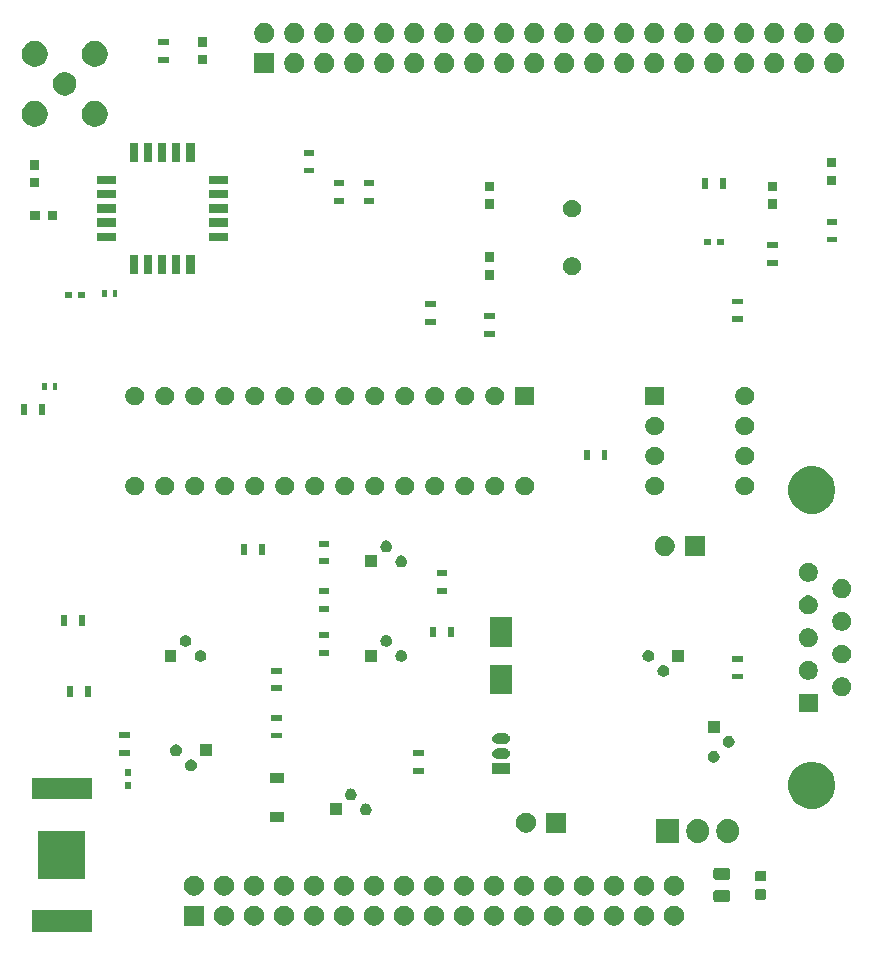
<source format=gts>
G04 #@! TF.GenerationSoftware,KiCad,Pcbnew,(5.1.5)-2*
G04 #@! TF.CreationDate,2019-12-22T19:38:14-08:00*
G04 #@! TF.ProjectId,DashSight-Mezzanine-Card,44617368-5369-4676-9874-2d4d657a7a61,rev?*
G04 #@! TF.SameCoordinates,Original*
G04 #@! TF.FileFunction,Soldermask,Top*
G04 #@! TF.FilePolarity,Negative*
%FSLAX46Y46*%
G04 Gerber Fmt 4.6, Leading zero omitted, Abs format (unit mm)*
G04 Created by KiCad (PCBNEW (5.1.5)-2) date 2019-12-22 19:38:14*
%MOMM*%
%LPD*%
G04 APERTURE LIST*
%ADD10C,0.100000*%
G04 APERTURE END LIST*
D10*
G36*
X132344000Y-124356000D02*
G01*
X127244000Y-124356000D01*
X127244000Y-122556000D01*
X132344000Y-122556000D01*
X132344000Y-124356000D01*
G37*
G36*
X164107935Y-122182664D02*
G01*
X164262624Y-122246739D01*
X164262626Y-122246740D01*
X164401844Y-122339762D01*
X164520238Y-122458156D01*
X164613260Y-122597374D01*
X164613261Y-122597376D01*
X164677336Y-122752065D01*
X164710000Y-122916281D01*
X164710000Y-123083719D01*
X164677336Y-123247935D01*
X164613261Y-123402624D01*
X164613260Y-123402626D01*
X164520238Y-123541844D01*
X164401844Y-123660238D01*
X164262626Y-123753260D01*
X164262625Y-123753261D01*
X164262624Y-123753261D01*
X164107935Y-123817336D01*
X163943719Y-123850000D01*
X163776281Y-123850000D01*
X163612065Y-123817336D01*
X163457376Y-123753261D01*
X163457375Y-123753261D01*
X163457374Y-123753260D01*
X163318156Y-123660238D01*
X163199762Y-123541844D01*
X163106740Y-123402626D01*
X163106739Y-123402624D01*
X163042664Y-123247935D01*
X163010000Y-123083719D01*
X163010000Y-122916281D01*
X163042664Y-122752065D01*
X163106739Y-122597376D01*
X163106740Y-122597374D01*
X163199762Y-122458156D01*
X163318156Y-122339762D01*
X163457374Y-122246740D01*
X163457376Y-122246739D01*
X163612065Y-122182664D01*
X163776281Y-122150000D01*
X163943719Y-122150000D01*
X164107935Y-122182664D01*
G37*
G36*
X143787935Y-122182664D02*
G01*
X143942624Y-122246739D01*
X143942626Y-122246740D01*
X144081844Y-122339762D01*
X144200238Y-122458156D01*
X144293260Y-122597374D01*
X144293261Y-122597376D01*
X144357336Y-122752065D01*
X144390000Y-122916281D01*
X144390000Y-123083719D01*
X144357336Y-123247935D01*
X144293261Y-123402624D01*
X144293260Y-123402626D01*
X144200238Y-123541844D01*
X144081844Y-123660238D01*
X143942626Y-123753260D01*
X143942625Y-123753261D01*
X143942624Y-123753261D01*
X143787935Y-123817336D01*
X143623719Y-123850000D01*
X143456281Y-123850000D01*
X143292065Y-123817336D01*
X143137376Y-123753261D01*
X143137375Y-123753261D01*
X143137374Y-123753260D01*
X142998156Y-123660238D01*
X142879762Y-123541844D01*
X142786740Y-123402626D01*
X142786739Y-123402624D01*
X142722664Y-123247935D01*
X142690000Y-123083719D01*
X142690000Y-122916281D01*
X142722664Y-122752065D01*
X142786739Y-122597376D01*
X142786740Y-122597374D01*
X142879762Y-122458156D01*
X142998156Y-122339762D01*
X143137374Y-122246740D01*
X143137376Y-122246739D01*
X143292065Y-122182664D01*
X143456281Y-122150000D01*
X143623719Y-122150000D01*
X143787935Y-122182664D01*
G37*
G36*
X146327935Y-122182664D02*
G01*
X146482624Y-122246739D01*
X146482626Y-122246740D01*
X146621844Y-122339762D01*
X146740238Y-122458156D01*
X146833260Y-122597374D01*
X146833261Y-122597376D01*
X146897336Y-122752065D01*
X146930000Y-122916281D01*
X146930000Y-123083719D01*
X146897336Y-123247935D01*
X146833261Y-123402624D01*
X146833260Y-123402626D01*
X146740238Y-123541844D01*
X146621844Y-123660238D01*
X146482626Y-123753260D01*
X146482625Y-123753261D01*
X146482624Y-123753261D01*
X146327935Y-123817336D01*
X146163719Y-123850000D01*
X145996281Y-123850000D01*
X145832065Y-123817336D01*
X145677376Y-123753261D01*
X145677375Y-123753261D01*
X145677374Y-123753260D01*
X145538156Y-123660238D01*
X145419762Y-123541844D01*
X145326740Y-123402626D01*
X145326739Y-123402624D01*
X145262664Y-123247935D01*
X145230000Y-123083719D01*
X145230000Y-122916281D01*
X145262664Y-122752065D01*
X145326739Y-122597376D01*
X145326740Y-122597374D01*
X145419762Y-122458156D01*
X145538156Y-122339762D01*
X145677374Y-122246740D01*
X145677376Y-122246739D01*
X145832065Y-122182664D01*
X145996281Y-122150000D01*
X146163719Y-122150000D01*
X146327935Y-122182664D01*
G37*
G36*
X148867935Y-122182664D02*
G01*
X149022624Y-122246739D01*
X149022626Y-122246740D01*
X149161844Y-122339762D01*
X149280238Y-122458156D01*
X149373260Y-122597374D01*
X149373261Y-122597376D01*
X149437336Y-122752065D01*
X149470000Y-122916281D01*
X149470000Y-123083719D01*
X149437336Y-123247935D01*
X149373261Y-123402624D01*
X149373260Y-123402626D01*
X149280238Y-123541844D01*
X149161844Y-123660238D01*
X149022626Y-123753260D01*
X149022625Y-123753261D01*
X149022624Y-123753261D01*
X148867935Y-123817336D01*
X148703719Y-123850000D01*
X148536281Y-123850000D01*
X148372065Y-123817336D01*
X148217376Y-123753261D01*
X148217375Y-123753261D01*
X148217374Y-123753260D01*
X148078156Y-123660238D01*
X147959762Y-123541844D01*
X147866740Y-123402626D01*
X147866739Y-123402624D01*
X147802664Y-123247935D01*
X147770000Y-123083719D01*
X147770000Y-122916281D01*
X147802664Y-122752065D01*
X147866739Y-122597376D01*
X147866740Y-122597374D01*
X147959762Y-122458156D01*
X148078156Y-122339762D01*
X148217374Y-122246740D01*
X148217376Y-122246739D01*
X148372065Y-122182664D01*
X148536281Y-122150000D01*
X148703719Y-122150000D01*
X148867935Y-122182664D01*
G37*
G36*
X151407935Y-122182664D02*
G01*
X151562624Y-122246739D01*
X151562626Y-122246740D01*
X151701844Y-122339762D01*
X151820238Y-122458156D01*
X151913260Y-122597374D01*
X151913261Y-122597376D01*
X151977336Y-122752065D01*
X152010000Y-122916281D01*
X152010000Y-123083719D01*
X151977336Y-123247935D01*
X151913261Y-123402624D01*
X151913260Y-123402626D01*
X151820238Y-123541844D01*
X151701844Y-123660238D01*
X151562626Y-123753260D01*
X151562625Y-123753261D01*
X151562624Y-123753261D01*
X151407935Y-123817336D01*
X151243719Y-123850000D01*
X151076281Y-123850000D01*
X150912065Y-123817336D01*
X150757376Y-123753261D01*
X150757375Y-123753261D01*
X150757374Y-123753260D01*
X150618156Y-123660238D01*
X150499762Y-123541844D01*
X150406740Y-123402626D01*
X150406739Y-123402624D01*
X150342664Y-123247935D01*
X150310000Y-123083719D01*
X150310000Y-122916281D01*
X150342664Y-122752065D01*
X150406739Y-122597376D01*
X150406740Y-122597374D01*
X150499762Y-122458156D01*
X150618156Y-122339762D01*
X150757374Y-122246740D01*
X150757376Y-122246739D01*
X150912065Y-122182664D01*
X151076281Y-122150000D01*
X151243719Y-122150000D01*
X151407935Y-122182664D01*
G37*
G36*
X153947935Y-122182664D02*
G01*
X154102624Y-122246739D01*
X154102626Y-122246740D01*
X154241844Y-122339762D01*
X154360238Y-122458156D01*
X154453260Y-122597374D01*
X154453261Y-122597376D01*
X154517336Y-122752065D01*
X154550000Y-122916281D01*
X154550000Y-123083719D01*
X154517336Y-123247935D01*
X154453261Y-123402624D01*
X154453260Y-123402626D01*
X154360238Y-123541844D01*
X154241844Y-123660238D01*
X154102626Y-123753260D01*
X154102625Y-123753261D01*
X154102624Y-123753261D01*
X153947935Y-123817336D01*
X153783719Y-123850000D01*
X153616281Y-123850000D01*
X153452065Y-123817336D01*
X153297376Y-123753261D01*
X153297375Y-123753261D01*
X153297374Y-123753260D01*
X153158156Y-123660238D01*
X153039762Y-123541844D01*
X152946740Y-123402626D01*
X152946739Y-123402624D01*
X152882664Y-123247935D01*
X152850000Y-123083719D01*
X152850000Y-122916281D01*
X152882664Y-122752065D01*
X152946739Y-122597376D01*
X152946740Y-122597374D01*
X153039762Y-122458156D01*
X153158156Y-122339762D01*
X153297374Y-122246740D01*
X153297376Y-122246739D01*
X153452065Y-122182664D01*
X153616281Y-122150000D01*
X153783719Y-122150000D01*
X153947935Y-122182664D01*
G37*
G36*
X156487935Y-122182664D02*
G01*
X156642624Y-122246739D01*
X156642626Y-122246740D01*
X156781844Y-122339762D01*
X156900238Y-122458156D01*
X156993260Y-122597374D01*
X156993261Y-122597376D01*
X157057336Y-122752065D01*
X157090000Y-122916281D01*
X157090000Y-123083719D01*
X157057336Y-123247935D01*
X156993261Y-123402624D01*
X156993260Y-123402626D01*
X156900238Y-123541844D01*
X156781844Y-123660238D01*
X156642626Y-123753260D01*
X156642625Y-123753261D01*
X156642624Y-123753261D01*
X156487935Y-123817336D01*
X156323719Y-123850000D01*
X156156281Y-123850000D01*
X155992065Y-123817336D01*
X155837376Y-123753261D01*
X155837375Y-123753261D01*
X155837374Y-123753260D01*
X155698156Y-123660238D01*
X155579762Y-123541844D01*
X155486740Y-123402626D01*
X155486739Y-123402624D01*
X155422664Y-123247935D01*
X155390000Y-123083719D01*
X155390000Y-122916281D01*
X155422664Y-122752065D01*
X155486739Y-122597376D01*
X155486740Y-122597374D01*
X155579762Y-122458156D01*
X155698156Y-122339762D01*
X155837374Y-122246740D01*
X155837376Y-122246739D01*
X155992065Y-122182664D01*
X156156281Y-122150000D01*
X156323719Y-122150000D01*
X156487935Y-122182664D01*
G37*
G36*
X159027935Y-122182664D02*
G01*
X159182624Y-122246739D01*
X159182626Y-122246740D01*
X159321844Y-122339762D01*
X159440238Y-122458156D01*
X159533260Y-122597374D01*
X159533261Y-122597376D01*
X159597336Y-122752065D01*
X159630000Y-122916281D01*
X159630000Y-123083719D01*
X159597336Y-123247935D01*
X159533261Y-123402624D01*
X159533260Y-123402626D01*
X159440238Y-123541844D01*
X159321844Y-123660238D01*
X159182626Y-123753260D01*
X159182625Y-123753261D01*
X159182624Y-123753261D01*
X159027935Y-123817336D01*
X158863719Y-123850000D01*
X158696281Y-123850000D01*
X158532065Y-123817336D01*
X158377376Y-123753261D01*
X158377375Y-123753261D01*
X158377374Y-123753260D01*
X158238156Y-123660238D01*
X158119762Y-123541844D01*
X158026740Y-123402626D01*
X158026739Y-123402624D01*
X157962664Y-123247935D01*
X157930000Y-123083719D01*
X157930000Y-122916281D01*
X157962664Y-122752065D01*
X158026739Y-122597376D01*
X158026740Y-122597374D01*
X158119762Y-122458156D01*
X158238156Y-122339762D01*
X158377374Y-122246740D01*
X158377376Y-122246739D01*
X158532065Y-122182664D01*
X158696281Y-122150000D01*
X158863719Y-122150000D01*
X159027935Y-122182664D01*
G37*
G36*
X161567935Y-122182664D02*
G01*
X161722624Y-122246739D01*
X161722626Y-122246740D01*
X161861844Y-122339762D01*
X161980238Y-122458156D01*
X162073260Y-122597374D01*
X162073261Y-122597376D01*
X162137336Y-122752065D01*
X162170000Y-122916281D01*
X162170000Y-123083719D01*
X162137336Y-123247935D01*
X162073261Y-123402624D01*
X162073260Y-123402626D01*
X161980238Y-123541844D01*
X161861844Y-123660238D01*
X161722626Y-123753260D01*
X161722625Y-123753261D01*
X161722624Y-123753261D01*
X161567935Y-123817336D01*
X161403719Y-123850000D01*
X161236281Y-123850000D01*
X161072065Y-123817336D01*
X160917376Y-123753261D01*
X160917375Y-123753261D01*
X160917374Y-123753260D01*
X160778156Y-123660238D01*
X160659762Y-123541844D01*
X160566740Y-123402626D01*
X160566739Y-123402624D01*
X160502664Y-123247935D01*
X160470000Y-123083719D01*
X160470000Y-122916281D01*
X160502664Y-122752065D01*
X160566739Y-122597376D01*
X160566740Y-122597374D01*
X160659762Y-122458156D01*
X160778156Y-122339762D01*
X160917374Y-122246740D01*
X160917376Y-122246739D01*
X161072065Y-122182664D01*
X161236281Y-122150000D01*
X161403719Y-122150000D01*
X161567935Y-122182664D01*
G37*
G36*
X166647935Y-122182664D02*
G01*
X166802624Y-122246739D01*
X166802626Y-122246740D01*
X166941844Y-122339762D01*
X167060238Y-122458156D01*
X167153260Y-122597374D01*
X167153261Y-122597376D01*
X167217336Y-122752065D01*
X167250000Y-122916281D01*
X167250000Y-123083719D01*
X167217336Y-123247935D01*
X167153261Y-123402624D01*
X167153260Y-123402626D01*
X167060238Y-123541844D01*
X166941844Y-123660238D01*
X166802626Y-123753260D01*
X166802625Y-123753261D01*
X166802624Y-123753261D01*
X166647935Y-123817336D01*
X166483719Y-123850000D01*
X166316281Y-123850000D01*
X166152065Y-123817336D01*
X165997376Y-123753261D01*
X165997375Y-123753261D01*
X165997374Y-123753260D01*
X165858156Y-123660238D01*
X165739762Y-123541844D01*
X165646740Y-123402626D01*
X165646739Y-123402624D01*
X165582664Y-123247935D01*
X165550000Y-123083719D01*
X165550000Y-122916281D01*
X165582664Y-122752065D01*
X165646739Y-122597376D01*
X165646740Y-122597374D01*
X165739762Y-122458156D01*
X165858156Y-122339762D01*
X165997374Y-122246740D01*
X165997376Y-122246739D01*
X166152065Y-122182664D01*
X166316281Y-122150000D01*
X166483719Y-122150000D01*
X166647935Y-122182664D01*
G37*
G36*
X141850000Y-123850000D02*
G01*
X140150000Y-123850000D01*
X140150000Y-122150000D01*
X141850000Y-122150000D01*
X141850000Y-123850000D01*
G37*
G36*
X181887935Y-122182664D02*
G01*
X182042624Y-122246739D01*
X182042626Y-122246740D01*
X182181844Y-122339762D01*
X182300238Y-122458156D01*
X182393260Y-122597374D01*
X182393261Y-122597376D01*
X182457336Y-122752065D01*
X182490000Y-122916281D01*
X182490000Y-123083719D01*
X182457336Y-123247935D01*
X182393261Y-123402624D01*
X182393260Y-123402626D01*
X182300238Y-123541844D01*
X182181844Y-123660238D01*
X182042626Y-123753260D01*
X182042625Y-123753261D01*
X182042624Y-123753261D01*
X181887935Y-123817336D01*
X181723719Y-123850000D01*
X181556281Y-123850000D01*
X181392065Y-123817336D01*
X181237376Y-123753261D01*
X181237375Y-123753261D01*
X181237374Y-123753260D01*
X181098156Y-123660238D01*
X180979762Y-123541844D01*
X180886740Y-123402626D01*
X180886739Y-123402624D01*
X180822664Y-123247935D01*
X180790000Y-123083719D01*
X180790000Y-122916281D01*
X180822664Y-122752065D01*
X180886739Y-122597376D01*
X180886740Y-122597374D01*
X180979762Y-122458156D01*
X181098156Y-122339762D01*
X181237374Y-122246740D01*
X181237376Y-122246739D01*
X181392065Y-122182664D01*
X181556281Y-122150000D01*
X181723719Y-122150000D01*
X181887935Y-122182664D01*
G37*
G36*
X179347935Y-122182664D02*
G01*
X179502624Y-122246739D01*
X179502626Y-122246740D01*
X179641844Y-122339762D01*
X179760238Y-122458156D01*
X179853260Y-122597374D01*
X179853261Y-122597376D01*
X179917336Y-122752065D01*
X179950000Y-122916281D01*
X179950000Y-123083719D01*
X179917336Y-123247935D01*
X179853261Y-123402624D01*
X179853260Y-123402626D01*
X179760238Y-123541844D01*
X179641844Y-123660238D01*
X179502626Y-123753260D01*
X179502625Y-123753261D01*
X179502624Y-123753261D01*
X179347935Y-123817336D01*
X179183719Y-123850000D01*
X179016281Y-123850000D01*
X178852065Y-123817336D01*
X178697376Y-123753261D01*
X178697375Y-123753261D01*
X178697374Y-123753260D01*
X178558156Y-123660238D01*
X178439762Y-123541844D01*
X178346740Y-123402626D01*
X178346739Y-123402624D01*
X178282664Y-123247935D01*
X178250000Y-123083719D01*
X178250000Y-122916281D01*
X178282664Y-122752065D01*
X178346739Y-122597376D01*
X178346740Y-122597374D01*
X178439762Y-122458156D01*
X178558156Y-122339762D01*
X178697374Y-122246740D01*
X178697376Y-122246739D01*
X178852065Y-122182664D01*
X179016281Y-122150000D01*
X179183719Y-122150000D01*
X179347935Y-122182664D01*
G37*
G36*
X176807935Y-122182664D02*
G01*
X176962624Y-122246739D01*
X176962626Y-122246740D01*
X177101844Y-122339762D01*
X177220238Y-122458156D01*
X177313260Y-122597374D01*
X177313261Y-122597376D01*
X177377336Y-122752065D01*
X177410000Y-122916281D01*
X177410000Y-123083719D01*
X177377336Y-123247935D01*
X177313261Y-123402624D01*
X177313260Y-123402626D01*
X177220238Y-123541844D01*
X177101844Y-123660238D01*
X176962626Y-123753260D01*
X176962625Y-123753261D01*
X176962624Y-123753261D01*
X176807935Y-123817336D01*
X176643719Y-123850000D01*
X176476281Y-123850000D01*
X176312065Y-123817336D01*
X176157376Y-123753261D01*
X176157375Y-123753261D01*
X176157374Y-123753260D01*
X176018156Y-123660238D01*
X175899762Y-123541844D01*
X175806740Y-123402626D01*
X175806739Y-123402624D01*
X175742664Y-123247935D01*
X175710000Y-123083719D01*
X175710000Y-122916281D01*
X175742664Y-122752065D01*
X175806739Y-122597376D01*
X175806740Y-122597374D01*
X175899762Y-122458156D01*
X176018156Y-122339762D01*
X176157374Y-122246740D01*
X176157376Y-122246739D01*
X176312065Y-122182664D01*
X176476281Y-122150000D01*
X176643719Y-122150000D01*
X176807935Y-122182664D01*
G37*
G36*
X171727935Y-122182664D02*
G01*
X171882624Y-122246739D01*
X171882626Y-122246740D01*
X172021844Y-122339762D01*
X172140238Y-122458156D01*
X172233260Y-122597374D01*
X172233261Y-122597376D01*
X172297336Y-122752065D01*
X172330000Y-122916281D01*
X172330000Y-123083719D01*
X172297336Y-123247935D01*
X172233261Y-123402624D01*
X172233260Y-123402626D01*
X172140238Y-123541844D01*
X172021844Y-123660238D01*
X171882626Y-123753260D01*
X171882625Y-123753261D01*
X171882624Y-123753261D01*
X171727935Y-123817336D01*
X171563719Y-123850000D01*
X171396281Y-123850000D01*
X171232065Y-123817336D01*
X171077376Y-123753261D01*
X171077375Y-123753261D01*
X171077374Y-123753260D01*
X170938156Y-123660238D01*
X170819762Y-123541844D01*
X170726740Y-123402626D01*
X170726739Y-123402624D01*
X170662664Y-123247935D01*
X170630000Y-123083719D01*
X170630000Y-122916281D01*
X170662664Y-122752065D01*
X170726739Y-122597376D01*
X170726740Y-122597374D01*
X170819762Y-122458156D01*
X170938156Y-122339762D01*
X171077374Y-122246740D01*
X171077376Y-122246739D01*
X171232065Y-122182664D01*
X171396281Y-122150000D01*
X171563719Y-122150000D01*
X171727935Y-122182664D01*
G37*
G36*
X174267935Y-122182664D02*
G01*
X174422624Y-122246739D01*
X174422626Y-122246740D01*
X174561844Y-122339762D01*
X174680238Y-122458156D01*
X174773260Y-122597374D01*
X174773261Y-122597376D01*
X174837336Y-122752065D01*
X174870000Y-122916281D01*
X174870000Y-123083719D01*
X174837336Y-123247935D01*
X174773261Y-123402624D01*
X174773260Y-123402626D01*
X174680238Y-123541844D01*
X174561844Y-123660238D01*
X174422626Y-123753260D01*
X174422625Y-123753261D01*
X174422624Y-123753261D01*
X174267935Y-123817336D01*
X174103719Y-123850000D01*
X173936281Y-123850000D01*
X173772065Y-123817336D01*
X173617376Y-123753261D01*
X173617375Y-123753261D01*
X173617374Y-123753260D01*
X173478156Y-123660238D01*
X173359762Y-123541844D01*
X173266740Y-123402626D01*
X173266739Y-123402624D01*
X173202664Y-123247935D01*
X173170000Y-123083719D01*
X173170000Y-122916281D01*
X173202664Y-122752065D01*
X173266739Y-122597376D01*
X173266740Y-122597374D01*
X173359762Y-122458156D01*
X173478156Y-122339762D01*
X173617374Y-122246740D01*
X173617376Y-122246739D01*
X173772065Y-122182664D01*
X173936281Y-122150000D01*
X174103719Y-122150000D01*
X174267935Y-122182664D01*
G37*
G36*
X169187935Y-122182664D02*
G01*
X169342624Y-122246739D01*
X169342626Y-122246740D01*
X169481844Y-122339762D01*
X169600238Y-122458156D01*
X169693260Y-122597374D01*
X169693261Y-122597376D01*
X169757336Y-122752065D01*
X169790000Y-122916281D01*
X169790000Y-123083719D01*
X169757336Y-123247935D01*
X169693261Y-123402624D01*
X169693260Y-123402626D01*
X169600238Y-123541844D01*
X169481844Y-123660238D01*
X169342626Y-123753260D01*
X169342625Y-123753261D01*
X169342624Y-123753261D01*
X169187935Y-123817336D01*
X169023719Y-123850000D01*
X168856281Y-123850000D01*
X168692065Y-123817336D01*
X168537376Y-123753261D01*
X168537375Y-123753261D01*
X168537374Y-123753260D01*
X168398156Y-123660238D01*
X168279762Y-123541844D01*
X168186740Y-123402626D01*
X168186739Y-123402624D01*
X168122664Y-123247935D01*
X168090000Y-123083719D01*
X168090000Y-122916281D01*
X168122664Y-122752065D01*
X168186739Y-122597376D01*
X168186740Y-122597374D01*
X168279762Y-122458156D01*
X168398156Y-122339762D01*
X168537374Y-122246740D01*
X168537376Y-122246739D01*
X168692065Y-122182664D01*
X168856281Y-122150000D01*
X169023719Y-122150000D01*
X169187935Y-122182664D01*
G37*
G36*
X186227991Y-120850075D02*
G01*
X186261879Y-120860355D01*
X186293112Y-120877050D01*
X186320486Y-120899514D01*
X186342950Y-120926888D01*
X186359645Y-120958121D01*
X186369925Y-120992009D01*
X186374000Y-121033388D01*
X186374000Y-121633612D01*
X186369925Y-121674991D01*
X186359645Y-121708879D01*
X186342950Y-121740112D01*
X186320486Y-121767486D01*
X186293112Y-121789950D01*
X186261879Y-121806645D01*
X186227991Y-121816925D01*
X186186612Y-121821000D01*
X185161388Y-121821000D01*
X185120009Y-121816925D01*
X185086121Y-121806645D01*
X185054888Y-121789950D01*
X185027514Y-121767486D01*
X185005050Y-121740112D01*
X184988355Y-121708879D01*
X184978075Y-121674991D01*
X184974000Y-121633612D01*
X184974000Y-121033388D01*
X184978075Y-120992009D01*
X184988355Y-120958121D01*
X185005050Y-120926888D01*
X185027514Y-120899514D01*
X185054888Y-120877050D01*
X185086121Y-120860355D01*
X185120009Y-120850075D01*
X185161388Y-120846000D01*
X186186612Y-120846000D01*
X186227991Y-120850075D01*
G37*
G36*
X189325116Y-120775095D02*
G01*
X189354311Y-120783952D01*
X189381223Y-120798337D01*
X189404808Y-120817692D01*
X189424163Y-120841277D01*
X189438548Y-120868189D01*
X189447405Y-120897384D01*
X189451000Y-120933890D01*
X189451000Y-121484110D01*
X189447405Y-121520616D01*
X189438548Y-121549811D01*
X189424163Y-121576723D01*
X189404808Y-121600308D01*
X189381223Y-121619663D01*
X189354311Y-121634048D01*
X189325116Y-121642905D01*
X189288610Y-121646500D01*
X188663390Y-121646500D01*
X188626884Y-121642905D01*
X188597689Y-121634048D01*
X188570777Y-121619663D01*
X188547192Y-121600308D01*
X188527837Y-121576723D01*
X188513452Y-121549811D01*
X188504595Y-121520616D01*
X188501000Y-121484110D01*
X188501000Y-120933890D01*
X188504595Y-120897384D01*
X188513452Y-120868189D01*
X188527837Y-120841277D01*
X188547192Y-120817692D01*
X188570777Y-120798337D01*
X188597689Y-120783952D01*
X188626884Y-120775095D01*
X188663390Y-120771500D01*
X189288610Y-120771500D01*
X189325116Y-120775095D01*
G37*
G36*
X181887935Y-119642664D02*
G01*
X182042624Y-119706739D01*
X182042626Y-119706740D01*
X182181844Y-119799762D01*
X182300238Y-119918156D01*
X182391573Y-120054849D01*
X182393261Y-120057376D01*
X182457336Y-120212065D01*
X182490000Y-120376281D01*
X182490000Y-120543719D01*
X182457336Y-120707935D01*
X182404467Y-120835570D01*
X182393260Y-120862626D01*
X182300238Y-121001844D01*
X182181844Y-121120238D01*
X182042626Y-121213260D01*
X182042625Y-121213261D01*
X182042624Y-121213261D01*
X181887935Y-121277336D01*
X181723719Y-121310000D01*
X181556281Y-121310000D01*
X181392065Y-121277336D01*
X181237376Y-121213261D01*
X181237375Y-121213261D01*
X181237374Y-121213260D01*
X181098156Y-121120238D01*
X180979762Y-121001844D01*
X180886740Y-120862626D01*
X180875533Y-120835570D01*
X180822664Y-120707935D01*
X180790000Y-120543719D01*
X180790000Y-120376281D01*
X180822664Y-120212065D01*
X180886739Y-120057376D01*
X180888427Y-120054849D01*
X180979762Y-119918156D01*
X181098156Y-119799762D01*
X181237374Y-119706740D01*
X181237376Y-119706739D01*
X181392065Y-119642664D01*
X181556281Y-119610000D01*
X181723719Y-119610000D01*
X181887935Y-119642664D01*
G37*
G36*
X153947935Y-119642664D02*
G01*
X154102624Y-119706739D01*
X154102626Y-119706740D01*
X154241844Y-119799762D01*
X154360238Y-119918156D01*
X154451573Y-120054849D01*
X154453261Y-120057376D01*
X154517336Y-120212065D01*
X154550000Y-120376281D01*
X154550000Y-120543719D01*
X154517336Y-120707935D01*
X154464467Y-120835570D01*
X154453260Y-120862626D01*
X154360238Y-121001844D01*
X154241844Y-121120238D01*
X154102626Y-121213260D01*
X154102625Y-121213261D01*
X154102624Y-121213261D01*
X153947935Y-121277336D01*
X153783719Y-121310000D01*
X153616281Y-121310000D01*
X153452065Y-121277336D01*
X153297376Y-121213261D01*
X153297375Y-121213261D01*
X153297374Y-121213260D01*
X153158156Y-121120238D01*
X153039762Y-121001844D01*
X152946740Y-120862626D01*
X152935533Y-120835570D01*
X152882664Y-120707935D01*
X152850000Y-120543719D01*
X152850000Y-120376281D01*
X152882664Y-120212065D01*
X152946739Y-120057376D01*
X152948427Y-120054849D01*
X153039762Y-119918156D01*
X153158156Y-119799762D01*
X153297374Y-119706740D01*
X153297376Y-119706739D01*
X153452065Y-119642664D01*
X153616281Y-119610000D01*
X153783719Y-119610000D01*
X153947935Y-119642664D01*
G37*
G36*
X151407935Y-119642664D02*
G01*
X151562624Y-119706739D01*
X151562626Y-119706740D01*
X151701844Y-119799762D01*
X151820238Y-119918156D01*
X151911573Y-120054849D01*
X151913261Y-120057376D01*
X151977336Y-120212065D01*
X152010000Y-120376281D01*
X152010000Y-120543719D01*
X151977336Y-120707935D01*
X151924467Y-120835570D01*
X151913260Y-120862626D01*
X151820238Y-121001844D01*
X151701844Y-121120238D01*
X151562626Y-121213260D01*
X151562625Y-121213261D01*
X151562624Y-121213261D01*
X151407935Y-121277336D01*
X151243719Y-121310000D01*
X151076281Y-121310000D01*
X150912065Y-121277336D01*
X150757376Y-121213261D01*
X150757375Y-121213261D01*
X150757374Y-121213260D01*
X150618156Y-121120238D01*
X150499762Y-121001844D01*
X150406740Y-120862626D01*
X150395533Y-120835570D01*
X150342664Y-120707935D01*
X150310000Y-120543719D01*
X150310000Y-120376281D01*
X150342664Y-120212065D01*
X150406739Y-120057376D01*
X150408427Y-120054849D01*
X150499762Y-119918156D01*
X150618156Y-119799762D01*
X150757374Y-119706740D01*
X150757376Y-119706739D01*
X150912065Y-119642664D01*
X151076281Y-119610000D01*
X151243719Y-119610000D01*
X151407935Y-119642664D01*
G37*
G36*
X148867935Y-119642664D02*
G01*
X149022624Y-119706739D01*
X149022626Y-119706740D01*
X149161844Y-119799762D01*
X149280238Y-119918156D01*
X149371573Y-120054849D01*
X149373261Y-120057376D01*
X149437336Y-120212065D01*
X149470000Y-120376281D01*
X149470000Y-120543719D01*
X149437336Y-120707935D01*
X149384467Y-120835570D01*
X149373260Y-120862626D01*
X149280238Y-121001844D01*
X149161844Y-121120238D01*
X149022626Y-121213260D01*
X149022625Y-121213261D01*
X149022624Y-121213261D01*
X148867935Y-121277336D01*
X148703719Y-121310000D01*
X148536281Y-121310000D01*
X148372065Y-121277336D01*
X148217376Y-121213261D01*
X148217375Y-121213261D01*
X148217374Y-121213260D01*
X148078156Y-121120238D01*
X147959762Y-121001844D01*
X147866740Y-120862626D01*
X147855533Y-120835570D01*
X147802664Y-120707935D01*
X147770000Y-120543719D01*
X147770000Y-120376281D01*
X147802664Y-120212065D01*
X147866739Y-120057376D01*
X147868427Y-120054849D01*
X147959762Y-119918156D01*
X148078156Y-119799762D01*
X148217374Y-119706740D01*
X148217376Y-119706739D01*
X148372065Y-119642664D01*
X148536281Y-119610000D01*
X148703719Y-119610000D01*
X148867935Y-119642664D01*
G37*
G36*
X146327935Y-119642664D02*
G01*
X146482624Y-119706739D01*
X146482626Y-119706740D01*
X146621844Y-119799762D01*
X146740238Y-119918156D01*
X146831573Y-120054849D01*
X146833261Y-120057376D01*
X146897336Y-120212065D01*
X146930000Y-120376281D01*
X146930000Y-120543719D01*
X146897336Y-120707935D01*
X146844467Y-120835570D01*
X146833260Y-120862626D01*
X146740238Y-121001844D01*
X146621844Y-121120238D01*
X146482626Y-121213260D01*
X146482625Y-121213261D01*
X146482624Y-121213261D01*
X146327935Y-121277336D01*
X146163719Y-121310000D01*
X145996281Y-121310000D01*
X145832065Y-121277336D01*
X145677376Y-121213261D01*
X145677375Y-121213261D01*
X145677374Y-121213260D01*
X145538156Y-121120238D01*
X145419762Y-121001844D01*
X145326740Y-120862626D01*
X145315533Y-120835570D01*
X145262664Y-120707935D01*
X145230000Y-120543719D01*
X145230000Y-120376281D01*
X145262664Y-120212065D01*
X145326739Y-120057376D01*
X145328427Y-120054849D01*
X145419762Y-119918156D01*
X145538156Y-119799762D01*
X145677374Y-119706740D01*
X145677376Y-119706739D01*
X145832065Y-119642664D01*
X145996281Y-119610000D01*
X146163719Y-119610000D01*
X146327935Y-119642664D01*
G37*
G36*
X143787935Y-119642664D02*
G01*
X143942624Y-119706739D01*
X143942626Y-119706740D01*
X144081844Y-119799762D01*
X144200238Y-119918156D01*
X144291573Y-120054849D01*
X144293261Y-120057376D01*
X144357336Y-120212065D01*
X144390000Y-120376281D01*
X144390000Y-120543719D01*
X144357336Y-120707935D01*
X144304467Y-120835570D01*
X144293260Y-120862626D01*
X144200238Y-121001844D01*
X144081844Y-121120238D01*
X143942626Y-121213260D01*
X143942625Y-121213261D01*
X143942624Y-121213261D01*
X143787935Y-121277336D01*
X143623719Y-121310000D01*
X143456281Y-121310000D01*
X143292065Y-121277336D01*
X143137376Y-121213261D01*
X143137375Y-121213261D01*
X143137374Y-121213260D01*
X142998156Y-121120238D01*
X142879762Y-121001844D01*
X142786740Y-120862626D01*
X142775533Y-120835570D01*
X142722664Y-120707935D01*
X142690000Y-120543719D01*
X142690000Y-120376281D01*
X142722664Y-120212065D01*
X142786739Y-120057376D01*
X142788427Y-120054849D01*
X142879762Y-119918156D01*
X142998156Y-119799762D01*
X143137374Y-119706740D01*
X143137376Y-119706739D01*
X143292065Y-119642664D01*
X143456281Y-119610000D01*
X143623719Y-119610000D01*
X143787935Y-119642664D01*
G37*
G36*
X141247935Y-119642664D02*
G01*
X141402624Y-119706739D01*
X141402626Y-119706740D01*
X141541844Y-119799762D01*
X141660238Y-119918156D01*
X141751573Y-120054849D01*
X141753261Y-120057376D01*
X141817336Y-120212065D01*
X141850000Y-120376281D01*
X141850000Y-120543719D01*
X141817336Y-120707935D01*
X141764467Y-120835570D01*
X141753260Y-120862626D01*
X141660238Y-121001844D01*
X141541844Y-121120238D01*
X141402626Y-121213260D01*
X141402625Y-121213261D01*
X141402624Y-121213261D01*
X141247935Y-121277336D01*
X141083719Y-121310000D01*
X140916281Y-121310000D01*
X140752065Y-121277336D01*
X140597376Y-121213261D01*
X140597375Y-121213261D01*
X140597374Y-121213260D01*
X140458156Y-121120238D01*
X140339762Y-121001844D01*
X140246740Y-120862626D01*
X140235533Y-120835570D01*
X140182664Y-120707935D01*
X140150000Y-120543719D01*
X140150000Y-120376281D01*
X140182664Y-120212065D01*
X140246739Y-120057376D01*
X140248427Y-120054849D01*
X140339762Y-119918156D01*
X140458156Y-119799762D01*
X140597374Y-119706740D01*
X140597376Y-119706739D01*
X140752065Y-119642664D01*
X140916281Y-119610000D01*
X141083719Y-119610000D01*
X141247935Y-119642664D01*
G37*
G36*
X179347935Y-119642664D02*
G01*
X179502624Y-119706739D01*
X179502626Y-119706740D01*
X179641844Y-119799762D01*
X179760238Y-119918156D01*
X179851573Y-120054849D01*
X179853261Y-120057376D01*
X179917336Y-120212065D01*
X179950000Y-120376281D01*
X179950000Y-120543719D01*
X179917336Y-120707935D01*
X179864467Y-120835570D01*
X179853260Y-120862626D01*
X179760238Y-121001844D01*
X179641844Y-121120238D01*
X179502626Y-121213260D01*
X179502625Y-121213261D01*
X179502624Y-121213261D01*
X179347935Y-121277336D01*
X179183719Y-121310000D01*
X179016281Y-121310000D01*
X178852065Y-121277336D01*
X178697376Y-121213261D01*
X178697375Y-121213261D01*
X178697374Y-121213260D01*
X178558156Y-121120238D01*
X178439762Y-121001844D01*
X178346740Y-120862626D01*
X178335533Y-120835570D01*
X178282664Y-120707935D01*
X178250000Y-120543719D01*
X178250000Y-120376281D01*
X178282664Y-120212065D01*
X178346739Y-120057376D01*
X178348427Y-120054849D01*
X178439762Y-119918156D01*
X178558156Y-119799762D01*
X178697374Y-119706740D01*
X178697376Y-119706739D01*
X178852065Y-119642664D01*
X179016281Y-119610000D01*
X179183719Y-119610000D01*
X179347935Y-119642664D01*
G37*
G36*
X176807935Y-119642664D02*
G01*
X176962624Y-119706739D01*
X176962626Y-119706740D01*
X177101844Y-119799762D01*
X177220238Y-119918156D01*
X177311573Y-120054849D01*
X177313261Y-120057376D01*
X177377336Y-120212065D01*
X177410000Y-120376281D01*
X177410000Y-120543719D01*
X177377336Y-120707935D01*
X177324467Y-120835570D01*
X177313260Y-120862626D01*
X177220238Y-121001844D01*
X177101844Y-121120238D01*
X176962626Y-121213260D01*
X176962625Y-121213261D01*
X176962624Y-121213261D01*
X176807935Y-121277336D01*
X176643719Y-121310000D01*
X176476281Y-121310000D01*
X176312065Y-121277336D01*
X176157376Y-121213261D01*
X176157375Y-121213261D01*
X176157374Y-121213260D01*
X176018156Y-121120238D01*
X175899762Y-121001844D01*
X175806740Y-120862626D01*
X175795533Y-120835570D01*
X175742664Y-120707935D01*
X175710000Y-120543719D01*
X175710000Y-120376281D01*
X175742664Y-120212065D01*
X175806739Y-120057376D01*
X175808427Y-120054849D01*
X175899762Y-119918156D01*
X176018156Y-119799762D01*
X176157374Y-119706740D01*
X176157376Y-119706739D01*
X176312065Y-119642664D01*
X176476281Y-119610000D01*
X176643719Y-119610000D01*
X176807935Y-119642664D01*
G37*
G36*
X174267935Y-119642664D02*
G01*
X174422624Y-119706739D01*
X174422626Y-119706740D01*
X174561844Y-119799762D01*
X174680238Y-119918156D01*
X174771573Y-120054849D01*
X174773261Y-120057376D01*
X174837336Y-120212065D01*
X174870000Y-120376281D01*
X174870000Y-120543719D01*
X174837336Y-120707935D01*
X174784467Y-120835570D01*
X174773260Y-120862626D01*
X174680238Y-121001844D01*
X174561844Y-121120238D01*
X174422626Y-121213260D01*
X174422625Y-121213261D01*
X174422624Y-121213261D01*
X174267935Y-121277336D01*
X174103719Y-121310000D01*
X173936281Y-121310000D01*
X173772065Y-121277336D01*
X173617376Y-121213261D01*
X173617375Y-121213261D01*
X173617374Y-121213260D01*
X173478156Y-121120238D01*
X173359762Y-121001844D01*
X173266740Y-120862626D01*
X173255533Y-120835570D01*
X173202664Y-120707935D01*
X173170000Y-120543719D01*
X173170000Y-120376281D01*
X173202664Y-120212065D01*
X173266739Y-120057376D01*
X173268427Y-120054849D01*
X173359762Y-119918156D01*
X173478156Y-119799762D01*
X173617374Y-119706740D01*
X173617376Y-119706739D01*
X173772065Y-119642664D01*
X173936281Y-119610000D01*
X174103719Y-119610000D01*
X174267935Y-119642664D01*
G37*
G36*
X156487935Y-119642664D02*
G01*
X156642624Y-119706739D01*
X156642626Y-119706740D01*
X156781844Y-119799762D01*
X156900238Y-119918156D01*
X156991573Y-120054849D01*
X156993261Y-120057376D01*
X157057336Y-120212065D01*
X157090000Y-120376281D01*
X157090000Y-120543719D01*
X157057336Y-120707935D01*
X157004467Y-120835570D01*
X156993260Y-120862626D01*
X156900238Y-121001844D01*
X156781844Y-121120238D01*
X156642626Y-121213260D01*
X156642625Y-121213261D01*
X156642624Y-121213261D01*
X156487935Y-121277336D01*
X156323719Y-121310000D01*
X156156281Y-121310000D01*
X155992065Y-121277336D01*
X155837376Y-121213261D01*
X155837375Y-121213261D01*
X155837374Y-121213260D01*
X155698156Y-121120238D01*
X155579762Y-121001844D01*
X155486740Y-120862626D01*
X155475533Y-120835570D01*
X155422664Y-120707935D01*
X155390000Y-120543719D01*
X155390000Y-120376281D01*
X155422664Y-120212065D01*
X155486739Y-120057376D01*
X155488427Y-120054849D01*
X155579762Y-119918156D01*
X155698156Y-119799762D01*
X155837374Y-119706740D01*
X155837376Y-119706739D01*
X155992065Y-119642664D01*
X156156281Y-119610000D01*
X156323719Y-119610000D01*
X156487935Y-119642664D01*
G37*
G36*
X169187935Y-119642664D02*
G01*
X169342624Y-119706739D01*
X169342626Y-119706740D01*
X169481844Y-119799762D01*
X169600238Y-119918156D01*
X169691573Y-120054849D01*
X169693261Y-120057376D01*
X169757336Y-120212065D01*
X169790000Y-120376281D01*
X169790000Y-120543719D01*
X169757336Y-120707935D01*
X169704467Y-120835570D01*
X169693260Y-120862626D01*
X169600238Y-121001844D01*
X169481844Y-121120238D01*
X169342626Y-121213260D01*
X169342625Y-121213261D01*
X169342624Y-121213261D01*
X169187935Y-121277336D01*
X169023719Y-121310000D01*
X168856281Y-121310000D01*
X168692065Y-121277336D01*
X168537376Y-121213261D01*
X168537375Y-121213261D01*
X168537374Y-121213260D01*
X168398156Y-121120238D01*
X168279762Y-121001844D01*
X168186740Y-120862626D01*
X168175533Y-120835570D01*
X168122664Y-120707935D01*
X168090000Y-120543719D01*
X168090000Y-120376281D01*
X168122664Y-120212065D01*
X168186739Y-120057376D01*
X168188427Y-120054849D01*
X168279762Y-119918156D01*
X168398156Y-119799762D01*
X168537374Y-119706740D01*
X168537376Y-119706739D01*
X168692065Y-119642664D01*
X168856281Y-119610000D01*
X169023719Y-119610000D01*
X169187935Y-119642664D01*
G37*
G36*
X166647935Y-119642664D02*
G01*
X166802624Y-119706739D01*
X166802626Y-119706740D01*
X166941844Y-119799762D01*
X167060238Y-119918156D01*
X167151573Y-120054849D01*
X167153261Y-120057376D01*
X167217336Y-120212065D01*
X167250000Y-120376281D01*
X167250000Y-120543719D01*
X167217336Y-120707935D01*
X167164467Y-120835570D01*
X167153260Y-120862626D01*
X167060238Y-121001844D01*
X166941844Y-121120238D01*
X166802626Y-121213260D01*
X166802625Y-121213261D01*
X166802624Y-121213261D01*
X166647935Y-121277336D01*
X166483719Y-121310000D01*
X166316281Y-121310000D01*
X166152065Y-121277336D01*
X165997376Y-121213261D01*
X165997375Y-121213261D01*
X165997374Y-121213260D01*
X165858156Y-121120238D01*
X165739762Y-121001844D01*
X165646740Y-120862626D01*
X165635533Y-120835570D01*
X165582664Y-120707935D01*
X165550000Y-120543719D01*
X165550000Y-120376281D01*
X165582664Y-120212065D01*
X165646739Y-120057376D01*
X165648427Y-120054849D01*
X165739762Y-119918156D01*
X165858156Y-119799762D01*
X165997374Y-119706740D01*
X165997376Y-119706739D01*
X166152065Y-119642664D01*
X166316281Y-119610000D01*
X166483719Y-119610000D01*
X166647935Y-119642664D01*
G37*
G36*
X164107935Y-119642664D02*
G01*
X164262624Y-119706739D01*
X164262626Y-119706740D01*
X164401844Y-119799762D01*
X164520238Y-119918156D01*
X164611573Y-120054849D01*
X164613261Y-120057376D01*
X164677336Y-120212065D01*
X164710000Y-120376281D01*
X164710000Y-120543719D01*
X164677336Y-120707935D01*
X164624467Y-120835570D01*
X164613260Y-120862626D01*
X164520238Y-121001844D01*
X164401844Y-121120238D01*
X164262626Y-121213260D01*
X164262625Y-121213261D01*
X164262624Y-121213261D01*
X164107935Y-121277336D01*
X163943719Y-121310000D01*
X163776281Y-121310000D01*
X163612065Y-121277336D01*
X163457376Y-121213261D01*
X163457375Y-121213261D01*
X163457374Y-121213260D01*
X163318156Y-121120238D01*
X163199762Y-121001844D01*
X163106740Y-120862626D01*
X163095533Y-120835570D01*
X163042664Y-120707935D01*
X163010000Y-120543719D01*
X163010000Y-120376281D01*
X163042664Y-120212065D01*
X163106739Y-120057376D01*
X163108427Y-120054849D01*
X163199762Y-119918156D01*
X163318156Y-119799762D01*
X163457374Y-119706740D01*
X163457376Y-119706739D01*
X163612065Y-119642664D01*
X163776281Y-119610000D01*
X163943719Y-119610000D01*
X164107935Y-119642664D01*
G37*
G36*
X161567935Y-119642664D02*
G01*
X161722624Y-119706739D01*
X161722626Y-119706740D01*
X161861844Y-119799762D01*
X161980238Y-119918156D01*
X162071573Y-120054849D01*
X162073261Y-120057376D01*
X162137336Y-120212065D01*
X162170000Y-120376281D01*
X162170000Y-120543719D01*
X162137336Y-120707935D01*
X162084467Y-120835570D01*
X162073260Y-120862626D01*
X161980238Y-121001844D01*
X161861844Y-121120238D01*
X161722626Y-121213260D01*
X161722625Y-121213261D01*
X161722624Y-121213261D01*
X161567935Y-121277336D01*
X161403719Y-121310000D01*
X161236281Y-121310000D01*
X161072065Y-121277336D01*
X160917376Y-121213261D01*
X160917375Y-121213261D01*
X160917374Y-121213260D01*
X160778156Y-121120238D01*
X160659762Y-121001844D01*
X160566740Y-120862626D01*
X160555533Y-120835570D01*
X160502664Y-120707935D01*
X160470000Y-120543719D01*
X160470000Y-120376281D01*
X160502664Y-120212065D01*
X160566739Y-120057376D01*
X160568427Y-120054849D01*
X160659762Y-119918156D01*
X160778156Y-119799762D01*
X160917374Y-119706740D01*
X160917376Y-119706739D01*
X161072065Y-119642664D01*
X161236281Y-119610000D01*
X161403719Y-119610000D01*
X161567935Y-119642664D01*
G37*
G36*
X159027935Y-119642664D02*
G01*
X159182624Y-119706739D01*
X159182626Y-119706740D01*
X159321844Y-119799762D01*
X159440238Y-119918156D01*
X159531573Y-120054849D01*
X159533261Y-120057376D01*
X159597336Y-120212065D01*
X159630000Y-120376281D01*
X159630000Y-120543719D01*
X159597336Y-120707935D01*
X159544467Y-120835570D01*
X159533260Y-120862626D01*
X159440238Y-121001844D01*
X159321844Y-121120238D01*
X159182626Y-121213260D01*
X159182625Y-121213261D01*
X159182624Y-121213261D01*
X159027935Y-121277336D01*
X158863719Y-121310000D01*
X158696281Y-121310000D01*
X158532065Y-121277336D01*
X158377376Y-121213261D01*
X158377375Y-121213261D01*
X158377374Y-121213260D01*
X158238156Y-121120238D01*
X158119762Y-121001844D01*
X158026740Y-120862626D01*
X158015533Y-120835570D01*
X157962664Y-120707935D01*
X157930000Y-120543719D01*
X157930000Y-120376281D01*
X157962664Y-120212065D01*
X158026739Y-120057376D01*
X158028427Y-120054849D01*
X158119762Y-119918156D01*
X158238156Y-119799762D01*
X158377374Y-119706740D01*
X158377376Y-119706739D01*
X158532065Y-119642664D01*
X158696281Y-119610000D01*
X158863719Y-119610000D01*
X159027935Y-119642664D01*
G37*
G36*
X171727935Y-119642664D02*
G01*
X171882624Y-119706739D01*
X171882626Y-119706740D01*
X172021844Y-119799762D01*
X172140238Y-119918156D01*
X172231573Y-120054849D01*
X172233261Y-120057376D01*
X172297336Y-120212065D01*
X172330000Y-120376281D01*
X172330000Y-120543719D01*
X172297336Y-120707935D01*
X172244467Y-120835570D01*
X172233260Y-120862626D01*
X172140238Y-121001844D01*
X172021844Y-121120238D01*
X171882626Y-121213260D01*
X171882625Y-121213261D01*
X171882624Y-121213261D01*
X171727935Y-121277336D01*
X171563719Y-121310000D01*
X171396281Y-121310000D01*
X171232065Y-121277336D01*
X171077376Y-121213261D01*
X171077375Y-121213261D01*
X171077374Y-121213260D01*
X170938156Y-121120238D01*
X170819762Y-121001844D01*
X170726740Y-120862626D01*
X170715533Y-120835570D01*
X170662664Y-120707935D01*
X170630000Y-120543719D01*
X170630000Y-120376281D01*
X170662664Y-120212065D01*
X170726739Y-120057376D01*
X170728427Y-120054849D01*
X170819762Y-119918156D01*
X170938156Y-119799762D01*
X171077374Y-119706740D01*
X171077376Y-119706739D01*
X171232065Y-119642664D01*
X171396281Y-119610000D01*
X171563719Y-119610000D01*
X171727935Y-119642664D01*
G37*
G36*
X189325116Y-119200095D02*
G01*
X189354311Y-119208952D01*
X189381223Y-119223337D01*
X189404808Y-119242692D01*
X189424163Y-119266277D01*
X189438548Y-119293189D01*
X189447405Y-119322384D01*
X189451000Y-119358890D01*
X189451000Y-119909110D01*
X189447405Y-119945616D01*
X189438548Y-119974811D01*
X189424163Y-120001723D01*
X189404808Y-120025308D01*
X189381223Y-120044663D01*
X189354311Y-120059048D01*
X189325116Y-120067905D01*
X189288610Y-120071500D01*
X188663390Y-120071500D01*
X188626884Y-120067905D01*
X188597689Y-120059048D01*
X188570777Y-120044663D01*
X188547192Y-120025308D01*
X188527837Y-120001723D01*
X188513452Y-119974811D01*
X188504595Y-119945616D01*
X188501000Y-119909110D01*
X188501000Y-119358890D01*
X188504595Y-119322384D01*
X188513452Y-119293189D01*
X188527837Y-119266277D01*
X188547192Y-119242692D01*
X188570777Y-119223337D01*
X188597689Y-119208952D01*
X188626884Y-119200095D01*
X188663390Y-119196500D01*
X189288610Y-119196500D01*
X189325116Y-119200095D01*
G37*
G36*
X186227991Y-118975075D02*
G01*
X186261879Y-118985355D01*
X186293112Y-119002050D01*
X186320486Y-119024514D01*
X186342950Y-119051888D01*
X186359645Y-119083121D01*
X186369925Y-119117009D01*
X186374000Y-119158388D01*
X186374000Y-119758612D01*
X186369925Y-119799991D01*
X186359645Y-119833879D01*
X186342950Y-119865112D01*
X186320486Y-119892486D01*
X186293112Y-119914950D01*
X186261879Y-119931645D01*
X186227991Y-119941925D01*
X186186612Y-119946000D01*
X185161388Y-119946000D01*
X185120009Y-119941925D01*
X185086121Y-119931645D01*
X185054888Y-119914950D01*
X185027514Y-119892486D01*
X185005050Y-119865112D01*
X184988355Y-119833879D01*
X184978075Y-119799991D01*
X184974000Y-119758612D01*
X184974000Y-119158388D01*
X184978075Y-119117009D01*
X184988355Y-119083121D01*
X185005050Y-119051888D01*
X185027514Y-119024514D01*
X185054888Y-119002050D01*
X185086121Y-118985355D01*
X185120009Y-118975075D01*
X185161388Y-118971000D01*
X186186612Y-118971000D01*
X186227991Y-118975075D01*
G37*
G36*
X131794000Y-119856000D02*
G01*
X127794000Y-119856000D01*
X127794000Y-115856000D01*
X131794000Y-115856000D01*
X131794000Y-119856000D01*
G37*
G36*
X186368723Y-114837782D02*
G01*
X186548264Y-114892246D01*
X186548267Y-114892248D01*
X186548268Y-114892248D01*
X186713741Y-114980694D01*
X186713742Y-114980695D01*
X186713744Y-114980696D01*
X186858778Y-115099722D01*
X186977807Y-115244759D01*
X187066253Y-115410231D01*
X187120718Y-115589776D01*
X187134500Y-115729711D01*
X187134500Y-115918288D01*
X187120718Y-116058223D01*
X187066254Y-116237764D01*
X186977804Y-116403244D01*
X186858778Y-116548278D01*
X186713741Y-116667307D01*
X186548269Y-116755753D01*
X186368724Y-116810218D01*
X186182000Y-116828608D01*
X185995277Y-116810218D01*
X185815732Y-116755753D01*
X185650261Y-116667307D01*
X185650259Y-116667306D01*
X185505222Y-116548278D01*
X185451569Y-116482902D01*
X185386193Y-116403241D01*
X185297747Y-116237769D01*
X185243282Y-116058224D01*
X185229500Y-115918289D01*
X185229500Y-115729712D01*
X185243282Y-115589777D01*
X185297746Y-115410236D01*
X185386196Y-115244756D01*
X185505222Y-115099722D01*
X185650259Y-114980693D01*
X185815731Y-114892247D01*
X185995276Y-114837782D01*
X186182000Y-114819392D01*
X186368723Y-114837782D01*
G37*
G36*
X183828723Y-114837782D02*
G01*
X184008264Y-114892246D01*
X184008267Y-114892248D01*
X184008268Y-114892248D01*
X184173741Y-114980694D01*
X184173742Y-114980695D01*
X184173744Y-114980696D01*
X184318778Y-115099722D01*
X184437807Y-115244759D01*
X184526253Y-115410231D01*
X184580718Y-115589776D01*
X184594500Y-115729711D01*
X184594500Y-115918288D01*
X184580718Y-116058223D01*
X184526254Y-116237764D01*
X184437804Y-116403244D01*
X184318778Y-116548278D01*
X184173741Y-116667307D01*
X184008269Y-116755753D01*
X183828724Y-116810218D01*
X183642000Y-116828608D01*
X183455277Y-116810218D01*
X183275732Y-116755753D01*
X183110261Y-116667307D01*
X183110259Y-116667306D01*
X182965222Y-116548278D01*
X182911569Y-116482902D01*
X182846193Y-116403241D01*
X182757747Y-116237769D01*
X182703282Y-116058224D01*
X182689500Y-115918289D01*
X182689500Y-115729712D01*
X182703282Y-115589777D01*
X182757746Y-115410236D01*
X182846196Y-115244756D01*
X182965222Y-115099722D01*
X183110259Y-114980693D01*
X183275731Y-114892247D01*
X183455276Y-114837782D01*
X183642000Y-114819392D01*
X183828723Y-114837782D01*
G37*
G36*
X182054500Y-116824000D02*
G01*
X180149500Y-116824000D01*
X180149500Y-114824000D01*
X182054500Y-114824000D01*
X182054500Y-116824000D01*
G37*
G36*
X172490500Y-115975500D02*
G01*
X170790500Y-115975500D01*
X170790500Y-114275500D01*
X172490500Y-114275500D01*
X172490500Y-115975500D01*
G37*
G36*
X169348435Y-114308164D02*
G01*
X169503124Y-114372239D01*
X169503126Y-114372240D01*
X169642344Y-114465262D01*
X169760738Y-114583656D01*
X169853760Y-114722874D01*
X169853761Y-114722876D01*
X169917836Y-114877565D01*
X169950500Y-115041781D01*
X169950500Y-115209219D01*
X169917836Y-115373435D01*
X169902594Y-115410231D01*
X169853760Y-115528126D01*
X169760738Y-115667344D01*
X169642344Y-115785738D01*
X169503126Y-115878760D01*
X169503125Y-115878761D01*
X169503124Y-115878761D01*
X169348435Y-115942836D01*
X169184219Y-115975500D01*
X169016781Y-115975500D01*
X168852565Y-115942836D01*
X168697876Y-115878761D01*
X168697875Y-115878761D01*
X168697874Y-115878760D01*
X168558656Y-115785738D01*
X168440262Y-115667344D01*
X168347240Y-115528126D01*
X168298406Y-115410231D01*
X168283164Y-115373435D01*
X168250500Y-115209219D01*
X168250500Y-115041781D01*
X168283164Y-114877565D01*
X168347239Y-114722876D01*
X168347240Y-114722874D01*
X168440262Y-114583656D01*
X168558656Y-114465262D01*
X168697874Y-114372240D01*
X168697876Y-114372239D01*
X168852565Y-114308164D01*
X169016781Y-114275500D01*
X169184219Y-114275500D01*
X169348435Y-114308164D01*
G37*
G36*
X148600000Y-115100000D02*
G01*
X147400000Y-115100000D01*
X147400000Y-114200000D01*
X148600000Y-114200000D01*
X148600000Y-115100000D01*
G37*
G36*
X153500000Y-114500000D02*
G01*
X152500000Y-114500000D01*
X152500000Y-113500000D01*
X153500000Y-113500000D01*
X153500000Y-114500000D01*
G37*
G36*
X155685843Y-113519214D02*
G01*
X155685846Y-113519215D01*
X155685845Y-113519215D01*
X155776839Y-113556906D01*
X155818063Y-113584451D01*
X155858730Y-113611624D01*
X155928376Y-113681270D01*
X155983095Y-113763163D01*
X156020786Y-113854157D01*
X156040000Y-113950753D01*
X156040000Y-114049247D01*
X156020786Y-114145843D01*
X156020785Y-114145845D01*
X155983094Y-114236839D01*
X155928375Y-114318731D01*
X155858731Y-114388375D01*
X155776839Y-114443094D01*
X155776838Y-114443095D01*
X155776837Y-114443095D01*
X155685843Y-114480786D01*
X155589247Y-114500000D01*
X155490753Y-114500000D01*
X155394157Y-114480786D01*
X155303163Y-114443095D01*
X155303162Y-114443095D01*
X155303161Y-114443094D01*
X155221269Y-114388375D01*
X155151625Y-114318731D01*
X155096906Y-114236839D01*
X155059215Y-114145845D01*
X155059214Y-114145843D01*
X155040000Y-114049247D01*
X155040000Y-113950753D01*
X155059214Y-113854157D01*
X155096905Y-113763163D01*
X155151624Y-113681270D01*
X155221270Y-113611624D01*
X155261937Y-113584451D01*
X155303161Y-113556906D01*
X155394155Y-113519215D01*
X155394154Y-113519215D01*
X155394157Y-113519214D01*
X155490753Y-113500000D01*
X155589247Y-113500000D01*
X155685843Y-113519214D01*
G37*
G36*
X193883377Y-110036858D02*
G01*
X194247353Y-110187622D01*
X194247355Y-110187623D01*
X194296939Y-110220754D01*
X194574925Y-110406498D01*
X194853502Y-110685075D01*
X195072378Y-111012647D01*
X195223142Y-111376623D01*
X195300000Y-111763016D01*
X195300000Y-112156984D01*
X195223142Y-112543377D01*
X195072378Y-112907353D01*
X194853502Y-113234925D01*
X194574925Y-113513502D01*
X194509966Y-113556906D01*
X194247355Y-113732377D01*
X194247354Y-113732378D01*
X194247353Y-113732378D01*
X193883377Y-113883142D01*
X193496984Y-113960000D01*
X193103016Y-113960000D01*
X192716623Y-113883142D01*
X192352647Y-113732378D01*
X192352646Y-113732378D01*
X192352645Y-113732377D01*
X192090034Y-113556906D01*
X192025075Y-113513502D01*
X191746498Y-113234925D01*
X191527622Y-112907353D01*
X191376858Y-112543377D01*
X191300000Y-112156984D01*
X191300000Y-111763016D01*
X191376858Y-111376623D01*
X191527622Y-111012647D01*
X191746498Y-110685075D01*
X192025075Y-110406498D01*
X192303061Y-110220754D01*
X192352645Y-110187623D01*
X192352647Y-110187622D01*
X192716623Y-110036858D01*
X193103016Y-109960000D01*
X193496984Y-109960000D01*
X193883377Y-110036858D01*
G37*
G36*
X154415843Y-112249214D02*
G01*
X154415846Y-112249215D01*
X154415845Y-112249215D01*
X154506839Y-112286906D01*
X154547388Y-112314000D01*
X154588730Y-112341624D01*
X154658376Y-112411270D01*
X154713095Y-112493163D01*
X154750786Y-112584157D01*
X154770000Y-112680753D01*
X154770000Y-112779247D01*
X154750786Y-112875843D01*
X154750785Y-112875845D01*
X154713094Y-112966839D01*
X154658375Y-113048731D01*
X154588731Y-113118375D01*
X154506839Y-113173094D01*
X154506838Y-113173095D01*
X154506837Y-113173095D01*
X154415843Y-113210786D01*
X154319247Y-113230000D01*
X154220753Y-113230000D01*
X154124157Y-113210786D01*
X154033163Y-113173095D01*
X154033162Y-113173095D01*
X154033161Y-113173094D01*
X153951269Y-113118375D01*
X153881625Y-113048731D01*
X153826906Y-112966839D01*
X153789215Y-112875845D01*
X153789214Y-112875843D01*
X153770000Y-112779247D01*
X153770000Y-112680753D01*
X153789214Y-112584157D01*
X153826905Y-112493163D01*
X153881624Y-112411270D01*
X153951270Y-112341624D01*
X153992612Y-112314000D01*
X154033161Y-112286906D01*
X154124155Y-112249215D01*
X154124154Y-112249215D01*
X154124157Y-112249214D01*
X154220753Y-112230000D01*
X154319247Y-112230000D01*
X154415843Y-112249214D01*
G37*
G36*
X132344000Y-113156000D02*
G01*
X127244000Y-113156000D01*
X127244000Y-111356000D01*
X132344000Y-111356000D01*
X132344000Y-113156000D01*
G37*
G36*
X135632000Y-112314000D02*
G01*
X135132000Y-112314000D01*
X135132000Y-111714000D01*
X135632000Y-111714000D01*
X135632000Y-112314000D01*
G37*
G36*
X148600000Y-111800000D02*
G01*
X147400000Y-111800000D01*
X147400000Y-110900000D01*
X148600000Y-110900000D01*
X148600000Y-111800000D01*
G37*
G36*
X135632000Y-111214000D02*
G01*
X135132000Y-111214000D01*
X135132000Y-110614000D01*
X135632000Y-110614000D01*
X135632000Y-111214000D01*
G37*
G36*
X160450000Y-111000000D02*
G01*
X159550000Y-111000000D01*
X159550000Y-110500000D01*
X160450000Y-110500000D01*
X160450000Y-111000000D01*
G37*
G36*
X167750000Y-110990000D02*
G01*
X166250000Y-110990000D01*
X166250000Y-110090000D01*
X167750000Y-110090000D01*
X167750000Y-110990000D01*
G37*
G36*
X140875843Y-109789214D02*
G01*
X140875846Y-109789215D01*
X140875845Y-109789215D01*
X140966839Y-109826906D01*
X141048731Y-109881625D01*
X141118375Y-109951269D01*
X141164825Y-110020785D01*
X141173095Y-110033163D01*
X141210786Y-110124157D01*
X141230000Y-110220753D01*
X141230000Y-110319247D01*
X141210786Y-110415843D01*
X141173095Y-110506837D01*
X141118376Y-110588730D01*
X141048730Y-110658376D01*
X141008772Y-110685075D01*
X140966839Y-110713094D01*
X140966838Y-110713095D01*
X140966837Y-110713095D01*
X140875843Y-110750786D01*
X140779247Y-110770000D01*
X140680753Y-110770000D01*
X140584157Y-110750786D01*
X140493163Y-110713095D01*
X140493162Y-110713095D01*
X140493161Y-110713094D01*
X140451228Y-110685075D01*
X140411270Y-110658376D01*
X140341624Y-110588730D01*
X140286905Y-110506837D01*
X140249214Y-110415843D01*
X140230000Y-110319247D01*
X140230000Y-110220753D01*
X140249214Y-110124157D01*
X140286905Y-110033163D01*
X140295176Y-110020785D01*
X140341625Y-109951269D01*
X140411269Y-109881625D01*
X140493161Y-109826906D01*
X140584155Y-109789215D01*
X140584154Y-109789215D01*
X140584157Y-109789214D01*
X140680753Y-109770000D01*
X140779247Y-109770000D01*
X140875843Y-109789214D01*
G37*
G36*
X185145843Y-109059214D02*
G01*
X185145846Y-109059215D01*
X185145845Y-109059215D01*
X185236839Y-109096906D01*
X185236915Y-109096957D01*
X185318730Y-109151624D01*
X185388376Y-109221270D01*
X185443095Y-109303163D01*
X185480786Y-109394157D01*
X185500000Y-109490753D01*
X185500000Y-109589247D01*
X185480786Y-109685843D01*
X185466638Y-109720000D01*
X185443094Y-109776839D01*
X185388375Y-109858731D01*
X185318731Y-109928375D01*
X185236839Y-109983094D01*
X185236838Y-109983095D01*
X185236837Y-109983095D01*
X185145843Y-110020786D01*
X185049247Y-110040000D01*
X184950753Y-110040000D01*
X184854157Y-110020786D01*
X184763163Y-109983095D01*
X184763162Y-109983095D01*
X184763161Y-109983094D01*
X184681269Y-109928375D01*
X184611625Y-109858731D01*
X184556906Y-109776839D01*
X184533362Y-109720000D01*
X184519214Y-109685843D01*
X184500000Y-109589247D01*
X184500000Y-109490753D01*
X184519214Y-109394157D01*
X184556905Y-109303163D01*
X184611624Y-109221270D01*
X184681270Y-109151624D01*
X184763085Y-109096957D01*
X184763161Y-109096906D01*
X184854155Y-109059215D01*
X184854154Y-109059215D01*
X184854157Y-109059214D01*
X184950753Y-109040000D01*
X185049247Y-109040000D01*
X185145843Y-109059214D01*
G37*
G36*
X167344142Y-108822170D02*
G01*
X167388215Y-108826511D01*
X167473041Y-108852243D01*
X167473043Y-108852244D01*
X167551215Y-108894028D01*
X167619738Y-108950262D01*
X167675972Y-109018785D01*
X167692254Y-109049246D01*
X167717757Y-109096959D01*
X167743489Y-109181785D01*
X167752177Y-109270000D01*
X167743489Y-109358215D01*
X167717757Y-109443041D01*
X167717756Y-109443043D01*
X167675972Y-109521215D01*
X167619738Y-109589738D01*
X167551215Y-109645972D01*
X167476622Y-109685843D01*
X167473041Y-109687757D01*
X167388215Y-109713489D01*
X167344142Y-109717830D01*
X167322106Y-109720000D01*
X166677894Y-109720000D01*
X166655858Y-109717830D01*
X166611785Y-109713489D01*
X166526959Y-109687757D01*
X166523378Y-109685843D01*
X166448785Y-109645972D01*
X166380262Y-109589738D01*
X166324028Y-109521215D01*
X166282244Y-109443043D01*
X166282243Y-109443041D01*
X166256511Y-109358215D01*
X166247823Y-109270000D01*
X166256511Y-109181785D01*
X166282243Y-109096959D01*
X166307746Y-109049246D01*
X166324028Y-109018785D01*
X166380262Y-108950262D01*
X166448785Y-108894028D01*
X166526957Y-108852244D01*
X166526959Y-108852243D01*
X166611785Y-108826511D01*
X166655858Y-108822170D01*
X166677894Y-108820000D01*
X167322106Y-108820000D01*
X167344142Y-108822170D01*
G37*
G36*
X142500000Y-109500000D02*
G01*
X141500000Y-109500000D01*
X141500000Y-108500000D01*
X142500000Y-108500000D01*
X142500000Y-109500000D01*
G37*
G36*
X160450000Y-109500000D02*
G01*
X159550000Y-109500000D01*
X159550000Y-109000000D01*
X160450000Y-109000000D01*
X160450000Y-109500000D01*
G37*
G36*
X139605843Y-108519214D02*
G01*
X139605846Y-108519215D01*
X139605845Y-108519215D01*
X139696839Y-108556906D01*
X139778731Y-108611625D01*
X139848375Y-108681269D01*
X139894825Y-108750785D01*
X139903095Y-108763163D01*
X139940786Y-108854157D01*
X139960000Y-108950753D01*
X139960000Y-109049247D01*
X139940786Y-109145843D01*
X139903095Y-109236837D01*
X139858778Y-109303163D01*
X139848375Y-109318731D01*
X139778731Y-109388375D01*
X139696839Y-109443094D01*
X139696838Y-109443095D01*
X139696837Y-109443095D01*
X139605843Y-109480786D01*
X139509247Y-109500000D01*
X139410753Y-109500000D01*
X139314157Y-109480786D01*
X139223163Y-109443095D01*
X139223162Y-109443095D01*
X139223161Y-109443094D01*
X139141269Y-109388375D01*
X139071625Y-109318731D01*
X139061223Y-109303163D01*
X139016905Y-109236837D01*
X138979214Y-109145843D01*
X138960000Y-109049247D01*
X138960000Y-108950753D01*
X138979214Y-108854157D01*
X139016905Y-108763163D01*
X139025176Y-108750785D01*
X139071625Y-108681269D01*
X139141269Y-108611625D01*
X139223161Y-108556906D01*
X139314155Y-108519215D01*
X139314154Y-108519215D01*
X139314157Y-108519214D01*
X139410753Y-108500000D01*
X139509247Y-108500000D01*
X139605843Y-108519214D01*
G37*
G36*
X135578000Y-109458000D02*
G01*
X134678000Y-109458000D01*
X134678000Y-108958000D01*
X135578000Y-108958000D01*
X135578000Y-109458000D01*
G37*
G36*
X186415843Y-107789214D02*
G01*
X186415846Y-107789215D01*
X186415845Y-107789215D01*
X186506839Y-107826906D01*
X186506915Y-107826957D01*
X186588730Y-107881624D01*
X186658376Y-107951270D01*
X186713095Y-108033163D01*
X186750786Y-108124157D01*
X186770000Y-108220753D01*
X186770000Y-108319247D01*
X186750786Y-108415843D01*
X186736638Y-108450000D01*
X186713094Y-108506839D01*
X186658375Y-108588731D01*
X186588731Y-108658375D01*
X186506839Y-108713094D01*
X186506838Y-108713095D01*
X186506837Y-108713095D01*
X186415843Y-108750786D01*
X186319247Y-108770000D01*
X186220753Y-108770000D01*
X186124157Y-108750786D01*
X186033163Y-108713095D01*
X186033162Y-108713095D01*
X186033161Y-108713094D01*
X185951269Y-108658375D01*
X185881625Y-108588731D01*
X185826906Y-108506839D01*
X185803362Y-108450000D01*
X185789214Y-108415843D01*
X185770000Y-108319247D01*
X185770000Y-108220753D01*
X185789214Y-108124157D01*
X185826905Y-108033163D01*
X185881624Y-107951270D01*
X185951270Y-107881624D01*
X186033085Y-107826957D01*
X186033161Y-107826906D01*
X186124155Y-107789215D01*
X186124154Y-107789215D01*
X186124157Y-107789214D01*
X186220753Y-107770000D01*
X186319247Y-107770000D01*
X186415843Y-107789214D01*
G37*
G36*
X167344142Y-107552170D02*
G01*
X167388215Y-107556511D01*
X167473041Y-107582243D01*
X167473043Y-107582244D01*
X167551215Y-107624028D01*
X167619738Y-107680262D01*
X167675972Y-107748785D01*
X167697582Y-107789214D01*
X167717757Y-107826959D01*
X167743489Y-107911785D01*
X167752177Y-108000000D01*
X167743489Y-108088215D01*
X167717757Y-108173041D01*
X167717756Y-108173043D01*
X167675972Y-108251215D01*
X167619738Y-108319738D01*
X167551215Y-108375972D01*
X167476622Y-108415843D01*
X167473041Y-108417757D01*
X167388215Y-108443489D01*
X167344142Y-108447830D01*
X167322106Y-108450000D01*
X166677894Y-108450000D01*
X166655858Y-108447830D01*
X166611785Y-108443489D01*
X166526959Y-108417757D01*
X166523378Y-108415843D01*
X166448785Y-108375972D01*
X166380262Y-108319738D01*
X166324028Y-108251215D01*
X166282244Y-108173043D01*
X166282243Y-108173041D01*
X166256511Y-108088215D01*
X166247823Y-108000000D01*
X166256511Y-107911785D01*
X166282243Y-107826959D01*
X166302418Y-107789214D01*
X166324028Y-107748785D01*
X166380262Y-107680262D01*
X166448785Y-107624028D01*
X166526957Y-107582244D01*
X166526959Y-107582243D01*
X166611785Y-107556511D01*
X166655858Y-107552170D01*
X166677894Y-107550000D01*
X167322106Y-107550000D01*
X167344142Y-107552170D01*
G37*
G36*
X148450000Y-108000000D02*
G01*
X147550000Y-108000000D01*
X147550000Y-107500000D01*
X148450000Y-107500000D01*
X148450000Y-108000000D01*
G37*
G36*
X135578000Y-107958000D02*
G01*
X134678000Y-107958000D01*
X134678000Y-107458000D01*
X135578000Y-107458000D01*
X135578000Y-107958000D01*
G37*
G36*
X185500000Y-107500000D02*
G01*
X184500000Y-107500000D01*
X184500000Y-106500000D01*
X185500000Y-106500000D01*
X185500000Y-107500000D01*
G37*
G36*
X148450000Y-106500000D02*
G01*
X147550000Y-106500000D01*
X147550000Y-106000000D01*
X148450000Y-106000000D01*
X148450000Y-106500000D01*
G37*
G36*
X193800000Y-105800000D02*
G01*
X192200000Y-105800000D01*
X192200000Y-104200000D01*
X193800000Y-104200000D01*
X193800000Y-105800000D01*
G37*
G36*
X132250000Y-104450000D02*
G01*
X131750000Y-104450000D01*
X131750000Y-103550000D01*
X132250000Y-103550000D01*
X132250000Y-104450000D01*
G37*
G36*
X130750000Y-104450000D02*
G01*
X130250000Y-104450000D01*
X130250000Y-103550000D01*
X130750000Y-103550000D01*
X130750000Y-104450000D01*
G37*
G36*
X196073351Y-102845743D02*
G01*
X196218941Y-102906048D01*
X196349970Y-102993599D01*
X196461401Y-103105030D01*
X196548952Y-103236059D01*
X196609257Y-103381649D01*
X196640000Y-103536206D01*
X196640000Y-103693794D01*
X196609257Y-103848351D01*
X196548952Y-103993941D01*
X196461401Y-104124970D01*
X196349970Y-104236401D01*
X196218941Y-104323952D01*
X196073351Y-104384257D01*
X195918794Y-104415000D01*
X195761206Y-104415000D01*
X195606649Y-104384257D01*
X195461059Y-104323952D01*
X195330030Y-104236401D01*
X195218599Y-104124970D01*
X195131048Y-103993941D01*
X195070743Y-103848351D01*
X195040000Y-103693794D01*
X195040000Y-103536206D01*
X195070743Y-103381649D01*
X195131048Y-103236059D01*
X195218599Y-103105030D01*
X195330030Y-102993599D01*
X195461059Y-102906048D01*
X195606649Y-102845743D01*
X195761206Y-102815000D01*
X195918794Y-102815000D01*
X196073351Y-102845743D01*
G37*
G36*
X167900000Y-104250000D02*
G01*
X166100000Y-104250000D01*
X166100000Y-101750000D01*
X167900000Y-101750000D01*
X167900000Y-104250000D01*
G37*
G36*
X148450000Y-104000000D02*
G01*
X147550000Y-104000000D01*
X147550000Y-103500000D01*
X148450000Y-103500000D01*
X148450000Y-104000000D01*
G37*
G36*
X193233351Y-101460743D02*
G01*
X193378941Y-101521048D01*
X193509970Y-101608599D01*
X193621401Y-101720030D01*
X193708952Y-101851059D01*
X193769257Y-101996649D01*
X193800000Y-102151206D01*
X193800000Y-102308794D01*
X193769257Y-102463351D01*
X193708952Y-102608941D01*
X193621401Y-102739970D01*
X193509970Y-102851401D01*
X193378941Y-102938952D01*
X193233351Y-102999257D01*
X193078794Y-103030000D01*
X192921206Y-103030000D01*
X192766649Y-102999257D01*
X192621059Y-102938952D01*
X192490030Y-102851401D01*
X192378599Y-102739970D01*
X192291048Y-102608941D01*
X192230743Y-102463351D01*
X192200000Y-102308794D01*
X192200000Y-102151206D01*
X192230743Y-101996649D01*
X192291048Y-101851059D01*
X192378599Y-101720030D01*
X192490030Y-101608599D01*
X192621059Y-101521048D01*
X192766649Y-101460743D01*
X192921206Y-101430000D01*
X193078794Y-101430000D01*
X193233351Y-101460743D01*
G37*
G36*
X187450000Y-103000000D02*
G01*
X186550000Y-103000000D01*
X186550000Y-102500000D01*
X187450000Y-102500000D01*
X187450000Y-103000000D01*
G37*
G36*
X180875843Y-101789214D02*
G01*
X180875846Y-101789215D01*
X180875845Y-101789215D01*
X180966839Y-101826906D01*
X181002985Y-101851058D01*
X181048730Y-101881624D01*
X181118376Y-101951270D01*
X181173095Y-102033163D01*
X181210786Y-102124157D01*
X181230000Y-102220753D01*
X181230000Y-102319247D01*
X181210786Y-102415843D01*
X181175927Y-102500000D01*
X181173094Y-102506839D01*
X181118375Y-102588731D01*
X181048731Y-102658375D01*
X180966839Y-102713094D01*
X180966838Y-102713095D01*
X180966837Y-102713095D01*
X180875843Y-102750786D01*
X180779247Y-102770000D01*
X180680753Y-102770000D01*
X180584157Y-102750786D01*
X180493163Y-102713095D01*
X180493162Y-102713095D01*
X180493161Y-102713094D01*
X180411269Y-102658375D01*
X180341625Y-102588731D01*
X180286906Y-102506839D01*
X180284073Y-102500000D01*
X180249214Y-102415843D01*
X180230000Y-102319247D01*
X180230000Y-102220753D01*
X180249214Y-102124157D01*
X180286905Y-102033163D01*
X180341624Y-101951270D01*
X180411270Y-101881624D01*
X180457015Y-101851058D01*
X180493161Y-101826906D01*
X180584155Y-101789215D01*
X180584154Y-101789215D01*
X180584157Y-101789214D01*
X180680753Y-101770000D01*
X180779247Y-101770000D01*
X180875843Y-101789214D01*
G37*
G36*
X148450000Y-102500000D02*
G01*
X147550000Y-102500000D01*
X147550000Y-102000000D01*
X148450000Y-102000000D01*
X148450000Y-102500000D01*
G37*
G36*
X196073351Y-100075743D02*
G01*
X196218941Y-100136048D01*
X196349970Y-100223599D01*
X196461401Y-100335030D01*
X196548952Y-100466059D01*
X196609257Y-100611649D01*
X196640000Y-100766206D01*
X196640000Y-100923794D01*
X196609257Y-101078351D01*
X196548952Y-101223941D01*
X196461401Y-101354970D01*
X196349970Y-101466401D01*
X196218941Y-101553952D01*
X196073351Y-101614257D01*
X195918794Y-101645000D01*
X195761206Y-101645000D01*
X195606649Y-101614257D01*
X195461059Y-101553952D01*
X195330030Y-101466401D01*
X195218599Y-101354970D01*
X195131048Y-101223941D01*
X195070743Y-101078351D01*
X195040000Y-100923794D01*
X195040000Y-100766206D01*
X195070743Y-100611649D01*
X195131048Y-100466059D01*
X195218599Y-100335030D01*
X195330030Y-100223599D01*
X195461059Y-100136048D01*
X195606649Y-100075743D01*
X195761206Y-100045000D01*
X195918794Y-100045000D01*
X196073351Y-100075743D01*
G37*
G36*
X139500000Y-101500000D02*
G01*
X138500000Y-101500000D01*
X138500000Y-100500000D01*
X139500000Y-100500000D01*
X139500000Y-101500000D01*
G37*
G36*
X182500000Y-101500000D02*
G01*
X181500000Y-101500000D01*
X181500000Y-100500000D01*
X182500000Y-100500000D01*
X182500000Y-101500000D01*
G37*
G36*
X141685843Y-100519214D02*
G01*
X141685846Y-100519215D01*
X141685845Y-100519215D01*
X141776839Y-100556906D01*
X141818063Y-100584451D01*
X141858730Y-100611624D01*
X141928376Y-100681270D01*
X141983095Y-100763163D01*
X142020786Y-100854157D01*
X142040000Y-100950753D01*
X142040000Y-101049247D01*
X142020786Y-101145843D01*
X142020785Y-101145845D01*
X141983094Y-101236839D01*
X141928375Y-101318731D01*
X141858731Y-101388375D01*
X141776839Y-101443094D01*
X141776838Y-101443095D01*
X141776837Y-101443095D01*
X141685843Y-101480786D01*
X141589247Y-101500000D01*
X141490753Y-101500000D01*
X141394157Y-101480786D01*
X141303163Y-101443095D01*
X141303162Y-101443095D01*
X141303161Y-101443094D01*
X141221269Y-101388375D01*
X141151625Y-101318731D01*
X141096906Y-101236839D01*
X141059215Y-101145845D01*
X141059214Y-101145843D01*
X141040000Y-101049247D01*
X141040000Y-100950753D01*
X141059214Y-100854157D01*
X141096905Y-100763163D01*
X141151624Y-100681270D01*
X141221270Y-100611624D01*
X141261937Y-100584451D01*
X141303161Y-100556906D01*
X141394155Y-100519215D01*
X141394154Y-100519215D01*
X141394157Y-100519214D01*
X141490753Y-100500000D01*
X141589247Y-100500000D01*
X141685843Y-100519214D01*
G37*
G36*
X187450000Y-101500000D02*
G01*
X186550000Y-101500000D01*
X186550000Y-101000000D01*
X187450000Y-101000000D01*
X187450000Y-101500000D01*
G37*
G36*
X158685843Y-100519214D02*
G01*
X158685846Y-100519215D01*
X158685845Y-100519215D01*
X158776839Y-100556906D01*
X158818063Y-100584451D01*
X158858730Y-100611624D01*
X158928376Y-100681270D01*
X158983095Y-100763163D01*
X159020786Y-100854157D01*
X159040000Y-100950753D01*
X159040000Y-101049247D01*
X159020786Y-101145843D01*
X159020785Y-101145845D01*
X158983094Y-101236839D01*
X158928375Y-101318731D01*
X158858731Y-101388375D01*
X158776839Y-101443094D01*
X158776838Y-101443095D01*
X158776837Y-101443095D01*
X158685843Y-101480786D01*
X158589247Y-101500000D01*
X158490753Y-101500000D01*
X158394157Y-101480786D01*
X158303163Y-101443095D01*
X158303162Y-101443095D01*
X158303161Y-101443094D01*
X158221269Y-101388375D01*
X158151625Y-101318731D01*
X158096906Y-101236839D01*
X158059215Y-101145845D01*
X158059214Y-101145843D01*
X158040000Y-101049247D01*
X158040000Y-100950753D01*
X158059214Y-100854157D01*
X158096905Y-100763163D01*
X158151624Y-100681270D01*
X158221270Y-100611624D01*
X158261937Y-100584451D01*
X158303161Y-100556906D01*
X158394155Y-100519215D01*
X158394154Y-100519215D01*
X158394157Y-100519214D01*
X158490753Y-100500000D01*
X158589247Y-100500000D01*
X158685843Y-100519214D01*
G37*
G36*
X156500000Y-101500000D02*
G01*
X155500000Y-101500000D01*
X155500000Y-100500000D01*
X156500000Y-100500000D01*
X156500000Y-101500000D01*
G37*
G36*
X179605843Y-100519214D02*
G01*
X179605846Y-100519215D01*
X179605845Y-100519215D01*
X179696839Y-100556906D01*
X179738063Y-100584451D01*
X179778730Y-100611624D01*
X179848376Y-100681270D01*
X179903095Y-100763163D01*
X179940786Y-100854157D01*
X179960000Y-100950753D01*
X179960000Y-101049247D01*
X179940786Y-101145843D01*
X179940785Y-101145845D01*
X179903094Y-101236839D01*
X179848375Y-101318731D01*
X179778731Y-101388375D01*
X179696839Y-101443094D01*
X179696838Y-101443095D01*
X179696837Y-101443095D01*
X179605843Y-101480786D01*
X179509247Y-101500000D01*
X179410753Y-101500000D01*
X179314157Y-101480786D01*
X179223163Y-101443095D01*
X179223162Y-101443095D01*
X179223161Y-101443094D01*
X179141269Y-101388375D01*
X179071625Y-101318731D01*
X179016906Y-101236839D01*
X178979215Y-101145845D01*
X178979214Y-101145843D01*
X178960000Y-101049247D01*
X178960000Y-100950753D01*
X178979214Y-100854157D01*
X179016905Y-100763163D01*
X179071624Y-100681270D01*
X179141270Y-100611624D01*
X179181937Y-100584451D01*
X179223161Y-100556906D01*
X179314155Y-100519215D01*
X179314154Y-100519215D01*
X179314157Y-100519214D01*
X179410753Y-100500000D01*
X179509247Y-100500000D01*
X179605843Y-100519214D01*
G37*
G36*
X152450000Y-101000000D02*
G01*
X151550000Y-101000000D01*
X151550000Y-100500000D01*
X152450000Y-100500000D01*
X152450000Y-101000000D01*
G37*
G36*
X193233351Y-98690743D02*
G01*
X193378941Y-98751048D01*
X193509970Y-98838599D01*
X193621401Y-98950030D01*
X193708952Y-99081059D01*
X193769257Y-99226649D01*
X193800000Y-99381206D01*
X193800000Y-99538794D01*
X193769257Y-99693351D01*
X193708952Y-99838941D01*
X193621401Y-99969970D01*
X193509970Y-100081401D01*
X193378941Y-100168952D01*
X193233351Y-100229257D01*
X193078794Y-100260000D01*
X192921206Y-100260000D01*
X192766649Y-100229257D01*
X192621059Y-100168952D01*
X192490030Y-100081401D01*
X192378599Y-99969970D01*
X192291048Y-99838941D01*
X192230743Y-99693351D01*
X192200000Y-99538794D01*
X192200000Y-99381206D01*
X192230743Y-99226649D01*
X192291048Y-99081059D01*
X192378599Y-98950030D01*
X192490030Y-98838599D01*
X192621059Y-98751048D01*
X192766649Y-98690743D01*
X192921206Y-98660000D01*
X193078794Y-98660000D01*
X193233351Y-98690743D01*
G37*
G36*
X167900000Y-100250000D02*
G01*
X166100000Y-100250000D01*
X166100000Y-97750000D01*
X167900000Y-97750000D01*
X167900000Y-100250000D01*
G37*
G36*
X157415843Y-99249214D02*
G01*
X157415846Y-99249215D01*
X157415845Y-99249215D01*
X157506839Y-99286906D01*
X157548063Y-99314451D01*
X157588730Y-99341624D01*
X157658376Y-99411270D01*
X157713095Y-99493163D01*
X157750786Y-99584157D01*
X157770000Y-99680753D01*
X157770000Y-99779247D01*
X157750786Y-99875843D01*
X157750785Y-99875845D01*
X157713094Y-99966839D01*
X157658375Y-100048731D01*
X157588731Y-100118375D01*
X157506839Y-100173094D01*
X157506838Y-100173095D01*
X157506837Y-100173095D01*
X157415843Y-100210786D01*
X157319247Y-100230000D01*
X157220753Y-100230000D01*
X157124157Y-100210786D01*
X157033163Y-100173095D01*
X157033162Y-100173095D01*
X157033161Y-100173094D01*
X156951269Y-100118375D01*
X156881625Y-100048731D01*
X156826906Y-99966839D01*
X156789215Y-99875845D01*
X156789214Y-99875843D01*
X156770000Y-99779247D01*
X156770000Y-99680753D01*
X156789214Y-99584157D01*
X156826905Y-99493163D01*
X156881624Y-99411270D01*
X156951270Y-99341624D01*
X156991937Y-99314451D01*
X157033161Y-99286906D01*
X157124155Y-99249215D01*
X157124154Y-99249215D01*
X157124157Y-99249214D01*
X157220753Y-99230000D01*
X157319247Y-99230000D01*
X157415843Y-99249214D01*
G37*
G36*
X140415843Y-99249214D02*
G01*
X140415846Y-99249215D01*
X140415845Y-99249215D01*
X140506839Y-99286906D01*
X140548063Y-99314451D01*
X140588730Y-99341624D01*
X140658376Y-99411270D01*
X140713095Y-99493163D01*
X140750786Y-99584157D01*
X140770000Y-99680753D01*
X140770000Y-99779247D01*
X140750786Y-99875843D01*
X140750785Y-99875845D01*
X140713094Y-99966839D01*
X140658375Y-100048731D01*
X140588731Y-100118375D01*
X140506839Y-100173094D01*
X140506838Y-100173095D01*
X140506837Y-100173095D01*
X140415843Y-100210786D01*
X140319247Y-100230000D01*
X140220753Y-100230000D01*
X140124157Y-100210786D01*
X140033163Y-100173095D01*
X140033162Y-100173095D01*
X140033161Y-100173094D01*
X139951269Y-100118375D01*
X139881625Y-100048731D01*
X139826906Y-99966839D01*
X139789215Y-99875845D01*
X139789214Y-99875843D01*
X139770000Y-99779247D01*
X139770000Y-99680753D01*
X139789214Y-99584157D01*
X139826905Y-99493163D01*
X139881624Y-99411270D01*
X139951270Y-99341624D01*
X139991937Y-99314451D01*
X140033161Y-99286906D01*
X140124155Y-99249215D01*
X140124154Y-99249215D01*
X140124157Y-99249214D01*
X140220753Y-99230000D01*
X140319247Y-99230000D01*
X140415843Y-99249214D01*
G37*
G36*
X152450000Y-99500000D02*
G01*
X151550000Y-99500000D01*
X151550000Y-99000000D01*
X152450000Y-99000000D01*
X152450000Y-99500000D01*
G37*
G36*
X163000000Y-99450000D02*
G01*
X162500000Y-99450000D01*
X162500000Y-98550000D01*
X163000000Y-98550000D01*
X163000000Y-99450000D01*
G37*
G36*
X161500000Y-99450000D02*
G01*
X161000000Y-99450000D01*
X161000000Y-98550000D01*
X161500000Y-98550000D01*
X161500000Y-99450000D01*
G37*
G36*
X196073351Y-97305743D02*
G01*
X196218941Y-97366048D01*
X196349970Y-97453599D01*
X196461401Y-97565030D01*
X196548952Y-97696059D01*
X196609257Y-97841649D01*
X196640000Y-97996206D01*
X196640000Y-98153794D01*
X196609257Y-98308351D01*
X196548952Y-98453941D01*
X196461401Y-98584970D01*
X196349970Y-98696401D01*
X196218941Y-98783952D01*
X196073351Y-98844257D01*
X195918794Y-98875000D01*
X195761206Y-98875000D01*
X195606649Y-98844257D01*
X195461059Y-98783952D01*
X195330030Y-98696401D01*
X195218599Y-98584970D01*
X195131048Y-98453941D01*
X195070743Y-98308351D01*
X195040000Y-98153794D01*
X195040000Y-97996206D01*
X195070743Y-97841649D01*
X195131048Y-97696059D01*
X195218599Y-97565030D01*
X195330030Y-97453599D01*
X195461059Y-97366048D01*
X195606649Y-97305743D01*
X195761206Y-97275000D01*
X195918794Y-97275000D01*
X196073351Y-97305743D01*
G37*
G36*
X131750000Y-98450000D02*
G01*
X131250000Y-98450000D01*
X131250000Y-97550000D01*
X131750000Y-97550000D01*
X131750000Y-98450000D01*
G37*
G36*
X130250000Y-98450000D02*
G01*
X129750000Y-98450000D01*
X129750000Y-97550000D01*
X130250000Y-97550000D01*
X130250000Y-98450000D01*
G37*
G36*
X193233351Y-95920743D02*
G01*
X193378941Y-95981048D01*
X193509970Y-96068599D01*
X193621401Y-96180030D01*
X193708952Y-96311059D01*
X193769257Y-96456649D01*
X193800000Y-96611206D01*
X193800000Y-96768794D01*
X193769257Y-96923351D01*
X193708952Y-97068941D01*
X193621401Y-97199970D01*
X193509970Y-97311401D01*
X193378941Y-97398952D01*
X193233351Y-97459257D01*
X193078794Y-97490000D01*
X192921206Y-97490000D01*
X192766649Y-97459257D01*
X192621059Y-97398952D01*
X192490030Y-97311401D01*
X192378599Y-97199970D01*
X192291048Y-97068941D01*
X192230743Y-96923351D01*
X192200000Y-96768794D01*
X192200000Y-96611206D01*
X192230743Y-96456649D01*
X192291048Y-96311059D01*
X192378599Y-96180030D01*
X192490030Y-96068599D01*
X192621059Y-95981048D01*
X192766649Y-95920743D01*
X192921206Y-95890000D01*
X193078794Y-95890000D01*
X193233351Y-95920743D01*
G37*
G36*
X152450000Y-97250000D02*
G01*
X151550000Y-97250000D01*
X151550000Y-96750000D01*
X152450000Y-96750000D01*
X152450000Y-97250000D01*
G37*
G36*
X196073351Y-94535743D02*
G01*
X196218941Y-94596048D01*
X196349970Y-94683599D01*
X196461401Y-94795030D01*
X196548952Y-94926059D01*
X196609257Y-95071649D01*
X196640000Y-95226206D01*
X196640000Y-95383794D01*
X196609257Y-95538351D01*
X196548952Y-95683941D01*
X196461401Y-95814970D01*
X196349970Y-95926401D01*
X196218941Y-96013952D01*
X196073351Y-96074257D01*
X195918794Y-96105000D01*
X195761206Y-96105000D01*
X195606649Y-96074257D01*
X195461059Y-96013952D01*
X195330030Y-95926401D01*
X195218599Y-95814970D01*
X195131048Y-95683941D01*
X195070743Y-95538351D01*
X195040000Y-95383794D01*
X195040000Y-95226206D01*
X195070743Y-95071649D01*
X195131048Y-94926059D01*
X195218599Y-94795030D01*
X195330030Y-94683599D01*
X195461059Y-94596048D01*
X195606649Y-94535743D01*
X195761206Y-94505000D01*
X195918794Y-94505000D01*
X196073351Y-94535743D01*
G37*
G36*
X152450000Y-95750000D02*
G01*
X151550000Y-95750000D01*
X151550000Y-95250000D01*
X152450000Y-95250000D01*
X152450000Y-95750000D01*
G37*
G36*
X162450000Y-95750000D02*
G01*
X161550000Y-95750000D01*
X161550000Y-95250000D01*
X162450000Y-95250000D01*
X162450000Y-95750000D01*
G37*
G36*
X193233351Y-93150743D02*
G01*
X193378941Y-93211048D01*
X193509970Y-93298599D01*
X193621401Y-93410030D01*
X193708952Y-93541059D01*
X193769257Y-93686649D01*
X193800000Y-93841206D01*
X193800000Y-93998794D01*
X193769257Y-94153351D01*
X193708952Y-94298941D01*
X193621401Y-94429970D01*
X193509970Y-94541401D01*
X193378941Y-94628952D01*
X193233351Y-94689257D01*
X193078794Y-94720000D01*
X192921206Y-94720000D01*
X192766649Y-94689257D01*
X192621059Y-94628952D01*
X192490030Y-94541401D01*
X192378599Y-94429970D01*
X192291048Y-94298941D01*
X192230743Y-94153351D01*
X192200000Y-93998794D01*
X192200000Y-93841206D01*
X192230743Y-93686649D01*
X192291048Y-93541059D01*
X192378599Y-93410030D01*
X192490030Y-93298599D01*
X192621059Y-93211048D01*
X192766649Y-93150743D01*
X192921206Y-93120000D01*
X193078794Y-93120000D01*
X193233351Y-93150743D01*
G37*
G36*
X162450000Y-94250000D02*
G01*
X161550000Y-94250000D01*
X161550000Y-93750000D01*
X162450000Y-93750000D01*
X162450000Y-94250000D01*
G37*
G36*
X158685843Y-92519214D02*
G01*
X158776837Y-92556905D01*
X158776839Y-92556906D01*
X158818063Y-92584451D01*
X158858730Y-92611624D01*
X158928376Y-92681270D01*
X158983095Y-92763163D01*
X159020786Y-92854157D01*
X159040000Y-92950753D01*
X159040000Y-93049247D01*
X159020786Y-93145843D01*
X159020785Y-93145845D01*
X158983094Y-93236839D01*
X158928375Y-93318731D01*
X158858731Y-93388375D01*
X158776839Y-93443094D01*
X158776838Y-93443095D01*
X158776837Y-93443095D01*
X158685843Y-93480786D01*
X158589247Y-93500000D01*
X158490753Y-93500000D01*
X158394157Y-93480786D01*
X158303163Y-93443095D01*
X158303162Y-93443095D01*
X158303161Y-93443094D01*
X158221269Y-93388375D01*
X158151625Y-93318731D01*
X158096906Y-93236839D01*
X158059215Y-93145845D01*
X158059214Y-93145843D01*
X158040000Y-93049247D01*
X158040000Y-92950753D01*
X158059214Y-92854157D01*
X158096905Y-92763163D01*
X158151624Y-92681270D01*
X158221270Y-92611624D01*
X158261937Y-92584451D01*
X158303161Y-92556906D01*
X158303163Y-92556905D01*
X158394157Y-92519214D01*
X158490753Y-92500000D01*
X158589247Y-92500000D01*
X158685843Y-92519214D01*
G37*
G36*
X156500000Y-93500000D02*
G01*
X155500000Y-93500000D01*
X155500000Y-92500000D01*
X156500000Y-92500000D01*
X156500000Y-93500000D01*
G37*
G36*
X152450000Y-93250000D02*
G01*
X151550000Y-93250000D01*
X151550000Y-92750000D01*
X152450000Y-92750000D01*
X152450000Y-93250000D01*
G37*
G36*
X181095935Y-90876664D02*
G01*
X181250624Y-90940739D01*
X181250626Y-90940740D01*
X181389844Y-91033762D01*
X181508238Y-91152156D01*
X181601260Y-91291374D01*
X181601261Y-91291376D01*
X181665336Y-91446065D01*
X181698000Y-91610281D01*
X181698000Y-91777719D01*
X181665336Y-91941935D01*
X181621099Y-92048731D01*
X181601260Y-92096626D01*
X181508238Y-92235844D01*
X181389844Y-92354238D01*
X181250626Y-92447260D01*
X181250625Y-92447261D01*
X181250624Y-92447261D01*
X181095935Y-92511336D01*
X180931719Y-92544000D01*
X180764281Y-92544000D01*
X180600065Y-92511336D01*
X180445376Y-92447261D01*
X180445375Y-92447261D01*
X180445374Y-92447260D01*
X180306156Y-92354238D01*
X180187762Y-92235844D01*
X180094740Y-92096626D01*
X180074901Y-92048731D01*
X180030664Y-91941935D01*
X179998000Y-91777719D01*
X179998000Y-91610281D01*
X180030664Y-91446065D01*
X180094739Y-91291376D01*
X180094740Y-91291374D01*
X180187762Y-91152156D01*
X180306156Y-91033762D01*
X180445374Y-90940740D01*
X180445376Y-90940739D01*
X180600065Y-90876664D01*
X180764281Y-90844000D01*
X180931719Y-90844000D01*
X181095935Y-90876664D01*
G37*
G36*
X184238000Y-92544000D02*
G01*
X182538000Y-92544000D01*
X182538000Y-90844000D01*
X184238000Y-90844000D01*
X184238000Y-92544000D01*
G37*
G36*
X147000000Y-92450000D02*
G01*
X146500000Y-92450000D01*
X146500000Y-91550000D01*
X147000000Y-91550000D01*
X147000000Y-92450000D01*
G37*
G36*
X145500000Y-92450000D02*
G01*
X145000000Y-92450000D01*
X145000000Y-91550000D01*
X145500000Y-91550000D01*
X145500000Y-92450000D01*
G37*
G36*
X157415843Y-91249214D02*
G01*
X157506837Y-91286905D01*
X157506839Y-91286906D01*
X157548063Y-91314451D01*
X157588730Y-91341624D01*
X157658376Y-91411270D01*
X157713095Y-91493163D01*
X157750786Y-91584157D01*
X157770000Y-91680753D01*
X157770000Y-91779247D01*
X157750786Y-91875843D01*
X157750785Y-91875845D01*
X157713094Y-91966839D01*
X157658375Y-92048731D01*
X157588731Y-92118375D01*
X157506839Y-92173094D01*
X157506838Y-92173095D01*
X157506837Y-92173095D01*
X157415843Y-92210786D01*
X157319247Y-92230000D01*
X157220753Y-92230000D01*
X157124157Y-92210786D01*
X157033163Y-92173095D01*
X157033162Y-92173095D01*
X157033161Y-92173094D01*
X156951269Y-92118375D01*
X156881625Y-92048731D01*
X156826906Y-91966839D01*
X156789215Y-91875845D01*
X156789214Y-91875843D01*
X156770000Y-91779247D01*
X156770000Y-91680753D01*
X156789214Y-91584157D01*
X156826905Y-91493163D01*
X156881624Y-91411270D01*
X156951270Y-91341624D01*
X156991937Y-91314451D01*
X157033161Y-91286906D01*
X157033163Y-91286905D01*
X157124157Y-91249214D01*
X157220753Y-91230000D01*
X157319247Y-91230000D01*
X157415843Y-91249214D01*
G37*
G36*
X152450000Y-91750000D02*
G01*
X151550000Y-91750000D01*
X151550000Y-91250000D01*
X152450000Y-91250000D01*
X152450000Y-91750000D01*
G37*
G36*
X193883377Y-85036858D02*
G01*
X194247353Y-85187622D01*
X194247355Y-85187623D01*
X194574926Y-85406499D01*
X194853501Y-85685074D01*
X195062992Y-85998599D01*
X195072378Y-86012647D01*
X195223142Y-86376623D01*
X195300000Y-86763016D01*
X195300000Y-87156984D01*
X195223142Y-87543377D01*
X195072378Y-87907353D01*
X195072377Y-87907355D01*
X194853501Y-88234926D01*
X194574926Y-88513501D01*
X194247355Y-88732377D01*
X194247354Y-88732378D01*
X194247353Y-88732378D01*
X193883377Y-88883142D01*
X193496984Y-88960000D01*
X193103016Y-88960000D01*
X192716623Y-88883142D01*
X192352647Y-88732378D01*
X192352646Y-88732378D01*
X192352645Y-88732377D01*
X192025074Y-88513501D01*
X191746499Y-88234926D01*
X191527623Y-87907355D01*
X191527622Y-87907353D01*
X191376858Y-87543377D01*
X191300000Y-87156984D01*
X191300000Y-86763016D01*
X191376858Y-86376623D01*
X191527622Y-86012647D01*
X191537009Y-85998599D01*
X191746499Y-85685074D01*
X192025074Y-85406499D01*
X192352645Y-85187623D01*
X192352647Y-85187622D01*
X192716623Y-85036858D01*
X193103016Y-84960000D01*
X193496984Y-84960000D01*
X193883377Y-85036858D01*
G37*
G36*
X136213351Y-85850743D02*
G01*
X136358941Y-85911048D01*
X136489970Y-85998599D01*
X136601401Y-86110030D01*
X136688952Y-86241059D01*
X136749257Y-86386649D01*
X136780000Y-86541206D01*
X136780000Y-86698794D01*
X136749257Y-86853351D01*
X136688952Y-86998941D01*
X136601401Y-87129970D01*
X136489970Y-87241401D01*
X136358941Y-87328952D01*
X136213351Y-87389257D01*
X136058794Y-87420000D01*
X135901206Y-87420000D01*
X135746649Y-87389257D01*
X135601059Y-87328952D01*
X135470030Y-87241401D01*
X135358599Y-87129970D01*
X135271048Y-86998941D01*
X135210743Y-86853351D01*
X135180000Y-86698794D01*
X135180000Y-86541206D01*
X135210743Y-86386649D01*
X135271048Y-86241059D01*
X135358599Y-86110030D01*
X135470030Y-85998599D01*
X135601059Y-85911048D01*
X135746649Y-85850743D01*
X135901206Y-85820000D01*
X136058794Y-85820000D01*
X136213351Y-85850743D01*
G37*
G36*
X138753351Y-85850743D02*
G01*
X138898941Y-85911048D01*
X139029970Y-85998599D01*
X139141401Y-86110030D01*
X139228952Y-86241059D01*
X139289257Y-86386649D01*
X139320000Y-86541206D01*
X139320000Y-86698794D01*
X139289257Y-86853351D01*
X139228952Y-86998941D01*
X139141401Y-87129970D01*
X139029970Y-87241401D01*
X138898941Y-87328952D01*
X138753351Y-87389257D01*
X138598794Y-87420000D01*
X138441206Y-87420000D01*
X138286649Y-87389257D01*
X138141059Y-87328952D01*
X138010030Y-87241401D01*
X137898599Y-87129970D01*
X137811048Y-86998941D01*
X137750743Y-86853351D01*
X137720000Y-86698794D01*
X137720000Y-86541206D01*
X137750743Y-86386649D01*
X137811048Y-86241059D01*
X137898599Y-86110030D01*
X138010030Y-85998599D01*
X138141059Y-85911048D01*
X138286649Y-85850743D01*
X138441206Y-85820000D01*
X138598794Y-85820000D01*
X138753351Y-85850743D01*
G37*
G36*
X169233351Y-85850743D02*
G01*
X169378941Y-85911048D01*
X169509970Y-85998599D01*
X169621401Y-86110030D01*
X169708952Y-86241059D01*
X169769257Y-86386649D01*
X169800000Y-86541206D01*
X169800000Y-86698794D01*
X169769257Y-86853351D01*
X169708952Y-86998941D01*
X169621401Y-87129970D01*
X169509970Y-87241401D01*
X169378941Y-87328952D01*
X169233351Y-87389257D01*
X169078794Y-87420000D01*
X168921206Y-87420000D01*
X168766649Y-87389257D01*
X168621059Y-87328952D01*
X168490030Y-87241401D01*
X168378599Y-87129970D01*
X168291048Y-86998941D01*
X168230743Y-86853351D01*
X168200000Y-86698794D01*
X168200000Y-86541206D01*
X168230743Y-86386649D01*
X168291048Y-86241059D01*
X168378599Y-86110030D01*
X168490030Y-85998599D01*
X168621059Y-85911048D01*
X168766649Y-85850743D01*
X168921206Y-85820000D01*
X169078794Y-85820000D01*
X169233351Y-85850743D01*
G37*
G36*
X141293351Y-85850743D02*
G01*
X141438941Y-85911048D01*
X141569970Y-85998599D01*
X141681401Y-86110030D01*
X141768952Y-86241059D01*
X141829257Y-86386649D01*
X141860000Y-86541206D01*
X141860000Y-86698794D01*
X141829257Y-86853351D01*
X141768952Y-86998941D01*
X141681401Y-87129970D01*
X141569970Y-87241401D01*
X141438941Y-87328952D01*
X141293351Y-87389257D01*
X141138794Y-87420000D01*
X140981206Y-87420000D01*
X140826649Y-87389257D01*
X140681059Y-87328952D01*
X140550030Y-87241401D01*
X140438599Y-87129970D01*
X140351048Y-86998941D01*
X140290743Y-86853351D01*
X140260000Y-86698794D01*
X140260000Y-86541206D01*
X140290743Y-86386649D01*
X140351048Y-86241059D01*
X140438599Y-86110030D01*
X140550030Y-85998599D01*
X140681059Y-85911048D01*
X140826649Y-85850743D01*
X140981206Y-85820000D01*
X141138794Y-85820000D01*
X141293351Y-85850743D01*
G37*
G36*
X143833351Y-85850743D02*
G01*
X143978941Y-85911048D01*
X144109970Y-85998599D01*
X144221401Y-86110030D01*
X144308952Y-86241059D01*
X144369257Y-86386649D01*
X144400000Y-86541206D01*
X144400000Y-86698794D01*
X144369257Y-86853351D01*
X144308952Y-86998941D01*
X144221401Y-87129970D01*
X144109970Y-87241401D01*
X143978941Y-87328952D01*
X143833351Y-87389257D01*
X143678794Y-87420000D01*
X143521206Y-87420000D01*
X143366649Y-87389257D01*
X143221059Y-87328952D01*
X143090030Y-87241401D01*
X142978599Y-87129970D01*
X142891048Y-86998941D01*
X142830743Y-86853351D01*
X142800000Y-86698794D01*
X142800000Y-86541206D01*
X142830743Y-86386649D01*
X142891048Y-86241059D01*
X142978599Y-86110030D01*
X143090030Y-85998599D01*
X143221059Y-85911048D01*
X143366649Y-85850743D01*
X143521206Y-85820000D01*
X143678794Y-85820000D01*
X143833351Y-85850743D01*
G37*
G36*
X146373351Y-85850743D02*
G01*
X146518941Y-85911048D01*
X146649970Y-85998599D01*
X146761401Y-86110030D01*
X146848952Y-86241059D01*
X146909257Y-86386649D01*
X146940000Y-86541206D01*
X146940000Y-86698794D01*
X146909257Y-86853351D01*
X146848952Y-86998941D01*
X146761401Y-87129970D01*
X146649970Y-87241401D01*
X146518941Y-87328952D01*
X146373351Y-87389257D01*
X146218794Y-87420000D01*
X146061206Y-87420000D01*
X145906649Y-87389257D01*
X145761059Y-87328952D01*
X145630030Y-87241401D01*
X145518599Y-87129970D01*
X145431048Y-86998941D01*
X145370743Y-86853351D01*
X145340000Y-86698794D01*
X145340000Y-86541206D01*
X145370743Y-86386649D01*
X145431048Y-86241059D01*
X145518599Y-86110030D01*
X145630030Y-85998599D01*
X145761059Y-85911048D01*
X145906649Y-85850743D01*
X146061206Y-85820000D01*
X146218794Y-85820000D01*
X146373351Y-85850743D01*
G37*
G36*
X148913351Y-85850743D02*
G01*
X149058941Y-85911048D01*
X149189970Y-85998599D01*
X149301401Y-86110030D01*
X149388952Y-86241059D01*
X149449257Y-86386649D01*
X149480000Y-86541206D01*
X149480000Y-86698794D01*
X149449257Y-86853351D01*
X149388952Y-86998941D01*
X149301401Y-87129970D01*
X149189970Y-87241401D01*
X149058941Y-87328952D01*
X148913351Y-87389257D01*
X148758794Y-87420000D01*
X148601206Y-87420000D01*
X148446649Y-87389257D01*
X148301059Y-87328952D01*
X148170030Y-87241401D01*
X148058599Y-87129970D01*
X147971048Y-86998941D01*
X147910743Y-86853351D01*
X147880000Y-86698794D01*
X147880000Y-86541206D01*
X147910743Y-86386649D01*
X147971048Y-86241059D01*
X148058599Y-86110030D01*
X148170030Y-85998599D01*
X148301059Y-85911048D01*
X148446649Y-85850743D01*
X148601206Y-85820000D01*
X148758794Y-85820000D01*
X148913351Y-85850743D01*
G37*
G36*
X151453351Y-85850743D02*
G01*
X151598941Y-85911048D01*
X151729970Y-85998599D01*
X151841401Y-86110030D01*
X151928952Y-86241059D01*
X151989257Y-86386649D01*
X152020000Y-86541206D01*
X152020000Y-86698794D01*
X151989257Y-86853351D01*
X151928952Y-86998941D01*
X151841401Y-87129970D01*
X151729970Y-87241401D01*
X151598941Y-87328952D01*
X151453351Y-87389257D01*
X151298794Y-87420000D01*
X151141206Y-87420000D01*
X150986649Y-87389257D01*
X150841059Y-87328952D01*
X150710030Y-87241401D01*
X150598599Y-87129970D01*
X150511048Y-86998941D01*
X150450743Y-86853351D01*
X150420000Y-86698794D01*
X150420000Y-86541206D01*
X150450743Y-86386649D01*
X150511048Y-86241059D01*
X150598599Y-86110030D01*
X150710030Y-85998599D01*
X150841059Y-85911048D01*
X150986649Y-85850743D01*
X151141206Y-85820000D01*
X151298794Y-85820000D01*
X151453351Y-85850743D01*
G37*
G36*
X153993351Y-85850743D02*
G01*
X154138941Y-85911048D01*
X154269970Y-85998599D01*
X154381401Y-86110030D01*
X154468952Y-86241059D01*
X154529257Y-86386649D01*
X154560000Y-86541206D01*
X154560000Y-86698794D01*
X154529257Y-86853351D01*
X154468952Y-86998941D01*
X154381401Y-87129970D01*
X154269970Y-87241401D01*
X154138941Y-87328952D01*
X153993351Y-87389257D01*
X153838794Y-87420000D01*
X153681206Y-87420000D01*
X153526649Y-87389257D01*
X153381059Y-87328952D01*
X153250030Y-87241401D01*
X153138599Y-87129970D01*
X153051048Y-86998941D01*
X152990743Y-86853351D01*
X152960000Y-86698794D01*
X152960000Y-86541206D01*
X152990743Y-86386649D01*
X153051048Y-86241059D01*
X153138599Y-86110030D01*
X153250030Y-85998599D01*
X153381059Y-85911048D01*
X153526649Y-85850743D01*
X153681206Y-85820000D01*
X153838794Y-85820000D01*
X153993351Y-85850743D01*
G37*
G36*
X156533351Y-85850743D02*
G01*
X156678941Y-85911048D01*
X156809970Y-85998599D01*
X156921401Y-86110030D01*
X157008952Y-86241059D01*
X157069257Y-86386649D01*
X157100000Y-86541206D01*
X157100000Y-86698794D01*
X157069257Y-86853351D01*
X157008952Y-86998941D01*
X156921401Y-87129970D01*
X156809970Y-87241401D01*
X156678941Y-87328952D01*
X156533351Y-87389257D01*
X156378794Y-87420000D01*
X156221206Y-87420000D01*
X156066649Y-87389257D01*
X155921059Y-87328952D01*
X155790030Y-87241401D01*
X155678599Y-87129970D01*
X155591048Y-86998941D01*
X155530743Y-86853351D01*
X155500000Y-86698794D01*
X155500000Y-86541206D01*
X155530743Y-86386649D01*
X155591048Y-86241059D01*
X155678599Y-86110030D01*
X155790030Y-85998599D01*
X155921059Y-85911048D01*
X156066649Y-85850743D01*
X156221206Y-85820000D01*
X156378794Y-85820000D01*
X156533351Y-85850743D01*
G37*
G36*
X159073351Y-85850743D02*
G01*
X159218941Y-85911048D01*
X159349970Y-85998599D01*
X159461401Y-86110030D01*
X159548952Y-86241059D01*
X159609257Y-86386649D01*
X159640000Y-86541206D01*
X159640000Y-86698794D01*
X159609257Y-86853351D01*
X159548952Y-86998941D01*
X159461401Y-87129970D01*
X159349970Y-87241401D01*
X159218941Y-87328952D01*
X159073351Y-87389257D01*
X158918794Y-87420000D01*
X158761206Y-87420000D01*
X158606649Y-87389257D01*
X158461059Y-87328952D01*
X158330030Y-87241401D01*
X158218599Y-87129970D01*
X158131048Y-86998941D01*
X158070743Y-86853351D01*
X158040000Y-86698794D01*
X158040000Y-86541206D01*
X158070743Y-86386649D01*
X158131048Y-86241059D01*
X158218599Y-86110030D01*
X158330030Y-85998599D01*
X158461059Y-85911048D01*
X158606649Y-85850743D01*
X158761206Y-85820000D01*
X158918794Y-85820000D01*
X159073351Y-85850743D01*
G37*
G36*
X161613351Y-85850743D02*
G01*
X161758941Y-85911048D01*
X161889970Y-85998599D01*
X162001401Y-86110030D01*
X162088952Y-86241059D01*
X162149257Y-86386649D01*
X162180000Y-86541206D01*
X162180000Y-86698794D01*
X162149257Y-86853351D01*
X162088952Y-86998941D01*
X162001401Y-87129970D01*
X161889970Y-87241401D01*
X161758941Y-87328952D01*
X161613351Y-87389257D01*
X161458794Y-87420000D01*
X161301206Y-87420000D01*
X161146649Y-87389257D01*
X161001059Y-87328952D01*
X160870030Y-87241401D01*
X160758599Y-87129970D01*
X160671048Y-86998941D01*
X160610743Y-86853351D01*
X160580000Y-86698794D01*
X160580000Y-86541206D01*
X160610743Y-86386649D01*
X160671048Y-86241059D01*
X160758599Y-86110030D01*
X160870030Y-85998599D01*
X161001059Y-85911048D01*
X161146649Y-85850743D01*
X161301206Y-85820000D01*
X161458794Y-85820000D01*
X161613351Y-85850743D01*
G37*
G36*
X164153351Y-85850743D02*
G01*
X164298941Y-85911048D01*
X164429970Y-85998599D01*
X164541401Y-86110030D01*
X164628952Y-86241059D01*
X164689257Y-86386649D01*
X164720000Y-86541206D01*
X164720000Y-86698794D01*
X164689257Y-86853351D01*
X164628952Y-86998941D01*
X164541401Y-87129970D01*
X164429970Y-87241401D01*
X164298941Y-87328952D01*
X164153351Y-87389257D01*
X163998794Y-87420000D01*
X163841206Y-87420000D01*
X163686649Y-87389257D01*
X163541059Y-87328952D01*
X163410030Y-87241401D01*
X163298599Y-87129970D01*
X163211048Y-86998941D01*
X163150743Y-86853351D01*
X163120000Y-86698794D01*
X163120000Y-86541206D01*
X163150743Y-86386649D01*
X163211048Y-86241059D01*
X163298599Y-86110030D01*
X163410030Y-85998599D01*
X163541059Y-85911048D01*
X163686649Y-85850743D01*
X163841206Y-85820000D01*
X163998794Y-85820000D01*
X164153351Y-85850743D01*
G37*
G36*
X166693351Y-85850743D02*
G01*
X166838941Y-85911048D01*
X166969970Y-85998599D01*
X167081401Y-86110030D01*
X167168952Y-86241059D01*
X167229257Y-86386649D01*
X167260000Y-86541206D01*
X167260000Y-86698794D01*
X167229257Y-86853351D01*
X167168952Y-86998941D01*
X167081401Y-87129970D01*
X166969970Y-87241401D01*
X166838941Y-87328952D01*
X166693351Y-87389257D01*
X166538794Y-87420000D01*
X166381206Y-87420000D01*
X166226649Y-87389257D01*
X166081059Y-87328952D01*
X165950030Y-87241401D01*
X165838599Y-87129970D01*
X165751048Y-86998941D01*
X165690743Y-86853351D01*
X165660000Y-86698794D01*
X165660000Y-86541206D01*
X165690743Y-86386649D01*
X165751048Y-86241059D01*
X165838599Y-86110030D01*
X165950030Y-85998599D01*
X166081059Y-85911048D01*
X166226649Y-85850743D01*
X166381206Y-85820000D01*
X166538794Y-85820000D01*
X166693351Y-85850743D01*
G37*
G36*
X187853351Y-85850743D02*
G01*
X187998941Y-85911048D01*
X188129970Y-85998599D01*
X188241401Y-86110030D01*
X188328952Y-86241059D01*
X188389257Y-86386649D01*
X188420000Y-86541206D01*
X188420000Y-86698794D01*
X188389257Y-86853351D01*
X188328952Y-86998941D01*
X188241401Y-87129970D01*
X188129970Y-87241401D01*
X187998941Y-87328952D01*
X187853351Y-87389257D01*
X187698794Y-87420000D01*
X187541206Y-87420000D01*
X187386649Y-87389257D01*
X187241059Y-87328952D01*
X187110030Y-87241401D01*
X186998599Y-87129970D01*
X186911048Y-86998941D01*
X186850743Y-86853351D01*
X186820000Y-86698794D01*
X186820000Y-86541206D01*
X186850743Y-86386649D01*
X186911048Y-86241059D01*
X186998599Y-86110030D01*
X187110030Y-85998599D01*
X187241059Y-85911048D01*
X187386649Y-85850743D01*
X187541206Y-85820000D01*
X187698794Y-85820000D01*
X187853351Y-85850743D01*
G37*
G36*
X180233351Y-85850743D02*
G01*
X180378941Y-85911048D01*
X180509970Y-85998599D01*
X180621401Y-86110030D01*
X180708952Y-86241059D01*
X180769257Y-86386649D01*
X180800000Y-86541206D01*
X180800000Y-86698794D01*
X180769257Y-86853351D01*
X180708952Y-86998941D01*
X180621401Y-87129970D01*
X180509970Y-87241401D01*
X180378941Y-87328952D01*
X180233351Y-87389257D01*
X180078794Y-87420000D01*
X179921206Y-87420000D01*
X179766649Y-87389257D01*
X179621059Y-87328952D01*
X179490030Y-87241401D01*
X179378599Y-87129970D01*
X179291048Y-86998941D01*
X179230743Y-86853351D01*
X179200000Y-86698794D01*
X179200000Y-86541206D01*
X179230743Y-86386649D01*
X179291048Y-86241059D01*
X179378599Y-86110030D01*
X179490030Y-85998599D01*
X179621059Y-85911048D01*
X179766649Y-85850743D01*
X179921206Y-85820000D01*
X180078794Y-85820000D01*
X180233351Y-85850743D01*
G37*
G36*
X187853351Y-83310743D02*
G01*
X187998941Y-83371048D01*
X188129970Y-83458599D01*
X188241401Y-83570030D01*
X188328952Y-83701059D01*
X188389257Y-83846649D01*
X188420000Y-84001206D01*
X188420000Y-84158794D01*
X188389257Y-84313351D01*
X188328952Y-84458941D01*
X188241401Y-84589970D01*
X188129970Y-84701401D01*
X187998941Y-84788952D01*
X187853351Y-84849257D01*
X187698794Y-84880000D01*
X187541206Y-84880000D01*
X187386649Y-84849257D01*
X187241059Y-84788952D01*
X187110030Y-84701401D01*
X186998599Y-84589970D01*
X186911048Y-84458941D01*
X186850743Y-84313351D01*
X186820000Y-84158794D01*
X186820000Y-84001206D01*
X186850743Y-83846649D01*
X186911048Y-83701059D01*
X186998599Y-83570030D01*
X187110030Y-83458599D01*
X187241059Y-83371048D01*
X187386649Y-83310743D01*
X187541206Y-83280000D01*
X187698794Y-83280000D01*
X187853351Y-83310743D01*
G37*
G36*
X180233351Y-83310743D02*
G01*
X180378941Y-83371048D01*
X180509970Y-83458599D01*
X180621401Y-83570030D01*
X180708952Y-83701059D01*
X180769257Y-83846649D01*
X180800000Y-84001206D01*
X180800000Y-84158794D01*
X180769257Y-84313351D01*
X180708952Y-84458941D01*
X180621401Y-84589970D01*
X180509970Y-84701401D01*
X180378941Y-84788952D01*
X180233351Y-84849257D01*
X180078794Y-84880000D01*
X179921206Y-84880000D01*
X179766649Y-84849257D01*
X179621059Y-84788952D01*
X179490030Y-84701401D01*
X179378599Y-84589970D01*
X179291048Y-84458941D01*
X179230743Y-84313351D01*
X179200000Y-84158794D01*
X179200000Y-84001206D01*
X179230743Y-83846649D01*
X179291048Y-83701059D01*
X179378599Y-83570030D01*
X179490030Y-83458599D01*
X179621059Y-83371048D01*
X179766649Y-83310743D01*
X179921206Y-83280000D01*
X180078794Y-83280000D01*
X180233351Y-83310743D01*
G37*
G36*
X176000000Y-84450000D02*
G01*
X175500000Y-84450000D01*
X175500000Y-83550000D01*
X176000000Y-83550000D01*
X176000000Y-84450000D01*
G37*
G36*
X174500000Y-84450000D02*
G01*
X174000000Y-84450000D01*
X174000000Y-83550000D01*
X174500000Y-83550000D01*
X174500000Y-84450000D01*
G37*
G36*
X180233351Y-80770743D02*
G01*
X180378941Y-80831048D01*
X180509970Y-80918599D01*
X180621401Y-81030030D01*
X180708952Y-81161059D01*
X180769257Y-81306649D01*
X180800000Y-81461206D01*
X180800000Y-81618794D01*
X180769257Y-81773351D01*
X180708952Y-81918941D01*
X180621401Y-82049970D01*
X180509970Y-82161401D01*
X180378941Y-82248952D01*
X180233351Y-82309257D01*
X180078794Y-82340000D01*
X179921206Y-82340000D01*
X179766649Y-82309257D01*
X179621059Y-82248952D01*
X179490030Y-82161401D01*
X179378599Y-82049970D01*
X179291048Y-81918941D01*
X179230743Y-81773351D01*
X179200000Y-81618794D01*
X179200000Y-81461206D01*
X179230743Y-81306649D01*
X179291048Y-81161059D01*
X179378599Y-81030030D01*
X179490030Y-80918599D01*
X179621059Y-80831048D01*
X179766649Y-80770743D01*
X179921206Y-80740000D01*
X180078794Y-80740000D01*
X180233351Y-80770743D01*
G37*
G36*
X187853351Y-80770743D02*
G01*
X187998941Y-80831048D01*
X188129970Y-80918599D01*
X188241401Y-81030030D01*
X188328952Y-81161059D01*
X188389257Y-81306649D01*
X188420000Y-81461206D01*
X188420000Y-81618794D01*
X188389257Y-81773351D01*
X188328952Y-81918941D01*
X188241401Y-82049970D01*
X188129970Y-82161401D01*
X187998941Y-82248952D01*
X187853351Y-82309257D01*
X187698794Y-82340000D01*
X187541206Y-82340000D01*
X187386649Y-82309257D01*
X187241059Y-82248952D01*
X187110030Y-82161401D01*
X186998599Y-82049970D01*
X186911048Y-81918941D01*
X186850743Y-81773351D01*
X186820000Y-81618794D01*
X186820000Y-81461206D01*
X186850743Y-81306649D01*
X186911048Y-81161059D01*
X186998599Y-81030030D01*
X187110030Y-80918599D01*
X187241059Y-80831048D01*
X187386649Y-80770743D01*
X187541206Y-80740000D01*
X187698794Y-80740000D01*
X187853351Y-80770743D01*
G37*
G36*
X128381000Y-80587000D02*
G01*
X127881000Y-80587000D01*
X127881000Y-79687000D01*
X128381000Y-79687000D01*
X128381000Y-80587000D01*
G37*
G36*
X126881000Y-80587000D02*
G01*
X126381000Y-80587000D01*
X126381000Y-79687000D01*
X126881000Y-79687000D01*
X126881000Y-80587000D01*
G37*
G36*
X166693351Y-78230743D02*
G01*
X166838941Y-78291048D01*
X166969970Y-78378599D01*
X167081401Y-78490030D01*
X167168952Y-78621059D01*
X167229257Y-78766649D01*
X167260000Y-78921206D01*
X167260000Y-79078794D01*
X167229257Y-79233351D01*
X167168952Y-79378941D01*
X167081401Y-79509970D01*
X166969970Y-79621401D01*
X166838941Y-79708952D01*
X166693351Y-79769257D01*
X166538794Y-79800000D01*
X166381206Y-79800000D01*
X166226649Y-79769257D01*
X166081059Y-79708952D01*
X165950030Y-79621401D01*
X165838599Y-79509970D01*
X165751048Y-79378941D01*
X165690743Y-79233351D01*
X165660000Y-79078794D01*
X165660000Y-78921206D01*
X165690743Y-78766649D01*
X165751048Y-78621059D01*
X165838599Y-78490030D01*
X165950030Y-78378599D01*
X166081059Y-78291048D01*
X166226649Y-78230743D01*
X166381206Y-78200000D01*
X166538794Y-78200000D01*
X166693351Y-78230743D01*
G37*
G36*
X136213351Y-78230743D02*
G01*
X136358941Y-78291048D01*
X136489970Y-78378599D01*
X136601401Y-78490030D01*
X136688952Y-78621059D01*
X136749257Y-78766649D01*
X136780000Y-78921206D01*
X136780000Y-79078794D01*
X136749257Y-79233351D01*
X136688952Y-79378941D01*
X136601401Y-79509970D01*
X136489970Y-79621401D01*
X136358941Y-79708952D01*
X136213351Y-79769257D01*
X136058794Y-79800000D01*
X135901206Y-79800000D01*
X135746649Y-79769257D01*
X135601059Y-79708952D01*
X135470030Y-79621401D01*
X135358599Y-79509970D01*
X135271048Y-79378941D01*
X135210743Y-79233351D01*
X135180000Y-79078794D01*
X135180000Y-78921206D01*
X135210743Y-78766649D01*
X135271048Y-78621059D01*
X135358599Y-78490030D01*
X135470030Y-78378599D01*
X135601059Y-78291048D01*
X135746649Y-78230743D01*
X135901206Y-78200000D01*
X136058794Y-78200000D01*
X136213351Y-78230743D01*
G37*
G36*
X161613351Y-78230743D02*
G01*
X161758941Y-78291048D01*
X161889970Y-78378599D01*
X162001401Y-78490030D01*
X162088952Y-78621059D01*
X162149257Y-78766649D01*
X162180000Y-78921206D01*
X162180000Y-79078794D01*
X162149257Y-79233351D01*
X162088952Y-79378941D01*
X162001401Y-79509970D01*
X161889970Y-79621401D01*
X161758941Y-79708952D01*
X161613351Y-79769257D01*
X161458794Y-79800000D01*
X161301206Y-79800000D01*
X161146649Y-79769257D01*
X161001059Y-79708952D01*
X160870030Y-79621401D01*
X160758599Y-79509970D01*
X160671048Y-79378941D01*
X160610743Y-79233351D01*
X160580000Y-79078794D01*
X160580000Y-78921206D01*
X160610743Y-78766649D01*
X160671048Y-78621059D01*
X160758599Y-78490030D01*
X160870030Y-78378599D01*
X161001059Y-78291048D01*
X161146649Y-78230743D01*
X161301206Y-78200000D01*
X161458794Y-78200000D01*
X161613351Y-78230743D01*
G37*
G36*
X164153351Y-78230743D02*
G01*
X164298941Y-78291048D01*
X164429970Y-78378599D01*
X164541401Y-78490030D01*
X164628952Y-78621059D01*
X164689257Y-78766649D01*
X164720000Y-78921206D01*
X164720000Y-79078794D01*
X164689257Y-79233351D01*
X164628952Y-79378941D01*
X164541401Y-79509970D01*
X164429970Y-79621401D01*
X164298941Y-79708952D01*
X164153351Y-79769257D01*
X163998794Y-79800000D01*
X163841206Y-79800000D01*
X163686649Y-79769257D01*
X163541059Y-79708952D01*
X163410030Y-79621401D01*
X163298599Y-79509970D01*
X163211048Y-79378941D01*
X163150743Y-79233351D01*
X163120000Y-79078794D01*
X163120000Y-78921206D01*
X163150743Y-78766649D01*
X163211048Y-78621059D01*
X163298599Y-78490030D01*
X163410030Y-78378599D01*
X163541059Y-78291048D01*
X163686649Y-78230743D01*
X163841206Y-78200000D01*
X163998794Y-78200000D01*
X164153351Y-78230743D01*
G37*
G36*
X180800000Y-79800000D02*
G01*
X179200000Y-79800000D01*
X179200000Y-78200000D01*
X180800000Y-78200000D01*
X180800000Y-79800000D01*
G37*
G36*
X187853351Y-78230743D02*
G01*
X187998941Y-78291048D01*
X188129970Y-78378599D01*
X188241401Y-78490030D01*
X188328952Y-78621059D01*
X188389257Y-78766649D01*
X188420000Y-78921206D01*
X188420000Y-79078794D01*
X188389257Y-79233351D01*
X188328952Y-79378941D01*
X188241401Y-79509970D01*
X188129970Y-79621401D01*
X187998941Y-79708952D01*
X187853351Y-79769257D01*
X187698794Y-79800000D01*
X187541206Y-79800000D01*
X187386649Y-79769257D01*
X187241059Y-79708952D01*
X187110030Y-79621401D01*
X186998599Y-79509970D01*
X186911048Y-79378941D01*
X186850743Y-79233351D01*
X186820000Y-79078794D01*
X186820000Y-78921206D01*
X186850743Y-78766649D01*
X186911048Y-78621059D01*
X186998599Y-78490030D01*
X187110030Y-78378599D01*
X187241059Y-78291048D01*
X187386649Y-78230743D01*
X187541206Y-78200000D01*
X187698794Y-78200000D01*
X187853351Y-78230743D01*
G37*
G36*
X146373351Y-78230743D02*
G01*
X146518941Y-78291048D01*
X146649970Y-78378599D01*
X146761401Y-78490030D01*
X146848952Y-78621059D01*
X146909257Y-78766649D01*
X146940000Y-78921206D01*
X146940000Y-79078794D01*
X146909257Y-79233351D01*
X146848952Y-79378941D01*
X146761401Y-79509970D01*
X146649970Y-79621401D01*
X146518941Y-79708952D01*
X146373351Y-79769257D01*
X146218794Y-79800000D01*
X146061206Y-79800000D01*
X145906649Y-79769257D01*
X145761059Y-79708952D01*
X145630030Y-79621401D01*
X145518599Y-79509970D01*
X145431048Y-79378941D01*
X145370743Y-79233351D01*
X145340000Y-79078794D01*
X145340000Y-78921206D01*
X145370743Y-78766649D01*
X145431048Y-78621059D01*
X145518599Y-78490030D01*
X145630030Y-78378599D01*
X145761059Y-78291048D01*
X145906649Y-78230743D01*
X146061206Y-78200000D01*
X146218794Y-78200000D01*
X146373351Y-78230743D01*
G37*
G36*
X148913351Y-78230743D02*
G01*
X149058941Y-78291048D01*
X149189970Y-78378599D01*
X149301401Y-78490030D01*
X149388952Y-78621059D01*
X149449257Y-78766649D01*
X149480000Y-78921206D01*
X149480000Y-79078794D01*
X149449257Y-79233351D01*
X149388952Y-79378941D01*
X149301401Y-79509970D01*
X149189970Y-79621401D01*
X149058941Y-79708952D01*
X148913351Y-79769257D01*
X148758794Y-79800000D01*
X148601206Y-79800000D01*
X148446649Y-79769257D01*
X148301059Y-79708952D01*
X148170030Y-79621401D01*
X148058599Y-79509970D01*
X147971048Y-79378941D01*
X147910743Y-79233351D01*
X147880000Y-79078794D01*
X147880000Y-78921206D01*
X147910743Y-78766649D01*
X147971048Y-78621059D01*
X148058599Y-78490030D01*
X148170030Y-78378599D01*
X148301059Y-78291048D01*
X148446649Y-78230743D01*
X148601206Y-78200000D01*
X148758794Y-78200000D01*
X148913351Y-78230743D01*
G37*
G36*
X141293351Y-78230743D02*
G01*
X141438941Y-78291048D01*
X141569970Y-78378599D01*
X141681401Y-78490030D01*
X141768952Y-78621059D01*
X141829257Y-78766649D01*
X141860000Y-78921206D01*
X141860000Y-79078794D01*
X141829257Y-79233351D01*
X141768952Y-79378941D01*
X141681401Y-79509970D01*
X141569970Y-79621401D01*
X141438941Y-79708952D01*
X141293351Y-79769257D01*
X141138794Y-79800000D01*
X140981206Y-79800000D01*
X140826649Y-79769257D01*
X140681059Y-79708952D01*
X140550030Y-79621401D01*
X140438599Y-79509970D01*
X140351048Y-79378941D01*
X140290743Y-79233351D01*
X140260000Y-79078794D01*
X140260000Y-78921206D01*
X140290743Y-78766649D01*
X140351048Y-78621059D01*
X140438599Y-78490030D01*
X140550030Y-78378599D01*
X140681059Y-78291048D01*
X140826649Y-78230743D01*
X140981206Y-78200000D01*
X141138794Y-78200000D01*
X141293351Y-78230743D01*
G37*
G36*
X159073351Y-78230743D02*
G01*
X159218941Y-78291048D01*
X159349970Y-78378599D01*
X159461401Y-78490030D01*
X159548952Y-78621059D01*
X159609257Y-78766649D01*
X159640000Y-78921206D01*
X159640000Y-79078794D01*
X159609257Y-79233351D01*
X159548952Y-79378941D01*
X159461401Y-79509970D01*
X159349970Y-79621401D01*
X159218941Y-79708952D01*
X159073351Y-79769257D01*
X158918794Y-79800000D01*
X158761206Y-79800000D01*
X158606649Y-79769257D01*
X158461059Y-79708952D01*
X158330030Y-79621401D01*
X158218599Y-79509970D01*
X158131048Y-79378941D01*
X158070743Y-79233351D01*
X158040000Y-79078794D01*
X158040000Y-78921206D01*
X158070743Y-78766649D01*
X158131048Y-78621059D01*
X158218599Y-78490030D01*
X158330030Y-78378599D01*
X158461059Y-78291048D01*
X158606649Y-78230743D01*
X158761206Y-78200000D01*
X158918794Y-78200000D01*
X159073351Y-78230743D01*
G37*
G36*
X138753351Y-78230743D02*
G01*
X138898941Y-78291048D01*
X139029970Y-78378599D01*
X139141401Y-78490030D01*
X139228952Y-78621059D01*
X139289257Y-78766649D01*
X139320000Y-78921206D01*
X139320000Y-79078794D01*
X139289257Y-79233351D01*
X139228952Y-79378941D01*
X139141401Y-79509970D01*
X139029970Y-79621401D01*
X138898941Y-79708952D01*
X138753351Y-79769257D01*
X138598794Y-79800000D01*
X138441206Y-79800000D01*
X138286649Y-79769257D01*
X138141059Y-79708952D01*
X138010030Y-79621401D01*
X137898599Y-79509970D01*
X137811048Y-79378941D01*
X137750743Y-79233351D01*
X137720000Y-79078794D01*
X137720000Y-78921206D01*
X137750743Y-78766649D01*
X137811048Y-78621059D01*
X137898599Y-78490030D01*
X138010030Y-78378599D01*
X138141059Y-78291048D01*
X138286649Y-78230743D01*
X138441206Y-78200000D01*
X138598794Y-78200000D01*
X138753351Y-78230743D01*
G37*
G36*
X156533351Y-78230743D02*
G01*
X156678941Y-78291048D01*
X156809970Y-78378599D01*
X156921401Y-78490030D01*
X157008952Y-78621059D01*
X157069257Y-78766649D01*
X157100000Y-78921206D01*
X157100000Y-79078794D01*
X157069257Y-79233351D01*
X157008952Y-79378941D01*
X156921401Y-79509970D01*
X156809970Y-79621401D01*
X156678941Y-79708952D01*
X156533351Y-79769257D01*
X156378794Y-79800000D01*
X156221206Y-79800000D01*
X156066649Y-79769257D01*
X155921059Y-79708952D01*
X155790030Y-79621401D01*
X155678599Y-79509970D01*
X155591048Y-79378941D01*
X155530743Y-79233351D01*
X155500000Y-79078794D01*
X155500000Y-78921206D01*
X155530743Y-78766649D01*
X155591048Y-78621059D01*
X155678599Y-78490030D01*
X155790030Y-78378599D01*
X155921059Y-78291048D01*
X156066649Y-78230743D01*
X156221206Y-78200000D01*
X156378794Y-78200000D01*
X156533351Y-78230743D01*
G37*
G36*
X143833351Y-78230743D02*
G01*
X143978941Y-78291048D01*
X144109970Y-78378599D01*
X144221401Y-78490030D01*
X144308952Y-78621059D01*
X144369257Y-78766649D01*
X144400000Y-78921206D01*
X144400000Y-79078794D01*
X144369257Y-79233351D01*
X144308952Y-79378941D01*
X144221401Y-79509970D01*
X144109970Y-79621401D01*
X143978941Y-79708952D01*
X143833351Y-79769257D01*
X143678794Y-79800000D01*
X143521206Y-79800000D01*
X143366649Y-79769257D01*
X143221059Y-79708952D01*
X143090030Y-79621401D01*
X142978599Y-79509970D01*
X142891048Y-79378941D01*
X142830743Y-79233351D01*
X142800000Y-79078794D01*
X142800000Y-78921206D01*
X142830743Y-78766649D01*
X142891048Y-78621059D01*
X142978599Y-78490030D01*
X143090030Y-78378599D01*
X143221059Y-78291048D01*
X143366649Y-78230743D01*
X143521206Y-78200000D01*
X143678794Y-78200000D01*
X143833351Y-78230743D01*
G37*
G36*
X151453351Y-78230743D02*
G01*
X151598941Y-78291048D01*
X151729970Y-78378599D01*
X151841401Y-78490030D01*
X151928952Y-78621059D01*
X151989257Y-78766649D01*
X152020000Y-78921206D01*
X152020000Y-79078794D01*
X151989257Y-79233351D01*
X151928952Y-79378941D01*
X151841401Y-79509970D01*
X151729970Y-79621401D01*
X151598941Y-79708952D01*
X151453351Y-79769257D01*
X151298794Y-79800000D01*
X151141206Y-79800000D01*
X150986649Y-79769257D01*
X150841059Y-79708952D01*
X150710030Y-79621401D01*
X150598599Y-79509970D01*
X150511048Y-79378941D01*
X150450743Y-79233351D01*
X150420000Y-79078794D01*
X150420000Y-78921206D01*
X150450743Y-78766649D01*
X150511048Y-78621059D01*
X150598599Y-78490030D01*
X150710030Y-78378599D01*
X150841059Y-78291048D01*
X150986649Y-78230743D01*
X151141206Y-78200000D01*
X151298794Y-78200000D01*
X151453351Y-78230743D01*
G37*
G36*
X153993351Y-78230743D02*
G01*
X154138941Y-78291048D01*
X154269970Y-78378599D01*
X154381401Y-78490030D01*
X154468952Y-78621059D01*
X154529257Y-78766649D01*
X154560000Y-78921206D01*
X154560000Y-79078794D01*
X154529257Y-79233351D01*
X154468952Y-79378941D01*
X154381401Y-79509970D01*
X154269970Y-79621401D01*
X154138941Y-79708952D01*
X153993351Y-79769257D01*
X153838794Y-79800000D01*
X153681206Y-79800000D01*
X153526649Y-79769257D01*
X153381059Y-79708952D01*
X153250030Y-79621401D01*
X153138599Y-79509970D01*
X153051048Y-79378941D01*
X152990743Y-79233351D01*
X152960000Y-79078794D01*
X152960000Y-78921206D01*
X152990743Y-78766649D01*
X153051048Y-78621059D01*
X153138599Y-78490030D01*
X153250030Y-78378599D01*
X153381059Y-78291048D01*
X153526649Y-78230743D01*
X153681206Y-78200000D01*
X153838794Y-78200000D01*
X153993351Y-78230743D01*
G37*
G36*
X169800000Y-79800000D02*
G01*
X168200000Y-79800000D01*
X168200000Y-78200000D01*
X169800000Y-78200000D01*
X169800000Y-79800000D01*
G37*
G36*
X128528000Y-78532000D02*
G01*
X128128000Y-78532000D01*
X128128000Y-77932000D01*
X128528000Y-77932000D01*
X128528000Y-78532000D01*
G37*
G36*
X129428000Y-78532000D02*
G01*
X129028000Y-78532000D01*
X129028000Y-77932000D01*
X129428000Y-77932000D01*
X129428000Y-78532000D01*
G37*
G36*
X166450000Y-74000000D02*
G01*
X165550000Y-74000000D01*
X165550000Y-73500000D01*
X166450000Y-73500000D01*
X166450000Y-74000000D01*
G37*
G36*
X161450000Y-73000000D02*
G01*
X160550000Y-73000000D01*
X160550000Y-72500000D01*
X161450000Y-72500000D01*
X161450000Y-73000000D01*
G37*
G36*
X187450000Y-72750000D02*
G01*
X186550000Y-72750000D01*
X186550000Y-72250000D01*
X187450000Y-72250000D01*
X187450000Y-72750000D01*
G37*
G36*
X166450000Y-72500000D02*
G01*
X165550000Y-72500000D01*
X165550000Y-72000000D01*
X166450000Y-72000000D01*
X166450000Y-72500000D01*
G37*
G36*
X161450000Y-71500000D02*
G01*
X160550000Y-71500000D01*
X160550000Y-71000000D01*
X161450000Y-71000000D01*
X161450000Y-71500000D01*
G37*
G36*
X187450000Y-71250000D02*
G01*
X186550000Y-71250000D01*
X186550000Y-70750000D01*
X187450000Y-70750000D01*
X187450000Y-71250000D01*
G37*
G36*
X130687000Y-70671500D02*
G01*
X130087000Y-70671500D01*
X130087000Y-70171500D01*
X130687000Y-70171500D01*
X130687000Y-70671500D01*
G37*
G36*
X131787000Y-70671500D02*
G01*
X131187000Y-70671500D01*
X131187000Y-70171500D01*
X131787000Y-70171500D01*
X131787000Y-70671500D01*
G37*
G36*
X133608000Y-70658000D02*
G01*
X133208000Y-70658000D01*
X133208000Y-70058000D01*
X133608000Y-70058000D01*
X133608000Y-70658000D01*
G37*
G36*
X134508000Y-70658000D02*
G01*
X134108000Y-70658000D01*
X134108000Y-70058000D01*
X134508000Y-70058000D01*
X134508000Y-70658000D01*
G37*
G36*
X166375000Y-69150000D02*
G01*
X165625000Y-69150000D01*
X165625000Y-68350000D01*
X166375000Y-68350000D01*
X166375000Y-69150000D01*
G37*
G36*
X173218766Y-67278821D02*
G01*
X173355257Y-67335358D01*
X173478097Y-67417437D01*
X173582563Y-67521903D01*
X173664642Y-67644743D01*
X173721179Y-67781234D01*
X173750000Y-67926130D01*
X173750000Y-68073870D01*
X173721179Y-68218766D01*
X173664642Y-68355257D01*
X173582563Y-68478097D01*
X173478097Y-68582563D01*
X173355257Y-68664642D01*
X173218766Y-68721179D01*
X173073870Y-68750000D01*
X172926130Y-68750000D01*
X172781234Y-68721179D01*
X172644743Y-68664642D01*
X172521903Y-68582563D01*
X172417437Y-68478097D01*
X172335358Y-68355257D01*
X172278821Y-68218766D01*
X172250000Y-68073870D01*
X172250000Y-67926130D01*
X172278821Y-67781234D01*
X172335358Y-67644743D01*
X172417437Y-67521903D01*
X172521903Y-67417437D01*
X172644743Y-67335358D01*
X172781234Y-67278821D01*
X172926130Y-67250000D01*
X173073870Y-67250000D01*
X173218766Y-67278821D01*
G37*
G36*
X136253000Y-68669000D02*
G01*
X135553000Y-68669000D01*
X135553000Y-67069000D01*
X136253000Y-67069000D01*
X136253000Y-68669000D01*
G37*
G36*
X139853000Y-68669000D02*
G01*
X139153000Y-68669000D01*
X139153000Y-67069000D01*
X139853000Y-67069000D01*
X139853000Y-68669000D01*
G37*
G36*
X137453000Y-68669000D02*
G01*
X136753000Y-68669000D01*
X136753000Y-67069000D01*
X137453000Y-67069000D01*
X137453000Y-68669000D01*
G37*
G36*
X138653000Y-68669000D02*
G01*
X137953000Y-68669000D01*
X137953000Y-67069000D01*
X138653000Y-67069000D01*
X138653000Y-68669000D01*
G37*
G36*
X141053000Y-68669000D02*
G01*
X140353000Y-68669000D01*
X140353000Y-67069000D01*
X141053000Y-67069000D01*
X141053000Y-68669000D01*
G37*
G36*
X190450000Y-68000000D02*
G01*
X189550000Y-68000000D01*
X189550000Y-67500000D01*
X190450000Y-67500000D01*
X190450000Y-68000000D01*
G37*
G36*
X166375000Y-67650000D02*
G01*
X165625000Y-67650000D01*
X165625000Y-66850000D01*
X166375000Y-66850000D01*
X166375000Y-67650000D01*
G37*
G36*
X190450000Y-66500000D02*
G01*
X189550000Y-66500000D01*
X189550000Y-66000000D01*
X190450000Y-66000000D01*
X190450000Y-66500000D01*
G37*
G36*
X185850000Y-66250000D02*
G01*
X185250000Y-66250000D01*
X185250000Y-65750000D01*
X185850000Y-65750000D01*
X185850000Y-66250000D01*
G37*
G36*
X184750000Y-66250000D02*
G01*
X184150000Y-66250000D01*
X184150000Y-65750000D01*
X184750000Y-65750000D01*
X184750000Y-66250000D01*
G37*
G36*
X195450000Y-66000000D02*
G01*
X194550000Y-66000000D01*
X194550000Y-65500000D01*
X195450000Y-65500000D01*
X195450000Y-66000000D01*
G37*
G36*
X143853000Y-65869000D02*
G01*
X142253000Y-65869000D01*
X142253000Y-65169000D01*
X143853000Y-65169000D01*
X143853000Y-65869000D01*
G37*
G36*
X134353000Y-65869000D02*
G01*
X132753000Y-65869000D01*
X132753000Y-65169000D01*
X134353000Y-65169000D01*
X134353000Y-65869000D01*
G37*
G36*
X134353000Y-64669000D02*
G01*
X132753000Y-64669000D01*
X132753000Y-63969000D01*
X134353000Y-63969000D01*
X134353000Y-64669000D01*
G37*
G36*
X143853000Y-64669000D02*
G01*
X142253000Y-64669000D01*
X142253000Y-63969000D01*
X143853000Y-63969000D01*
X143853000Y-64669000D01*
G37*
G36*
X195450000Y-64500000D02*
G01*
X194550000Y-64500000D01*
X194550000Y-64000000D01*
X195450000Y-64000000D01*
X195450000Y-64500000D01*
G37*
G36*
X127920000Y-64129000D02*
G01*
X127120000Y-64129000D01*
X127120000Y-63379000D01*
X127920000Y-63379000D01*
X127920000Y-64129000D01*
G37*
G36*
X129420000Y-64129000D02*
G01*
X128620000Y-64129000D01*
X128620000Y-63379000D01*
X129420000Y-63379000D01*
X129420000Y-64129000D01*
G37*
G36*
X173218766Y-62398821D02*
G01*
X173355257Y-62455358D01*
X173478097Y-62537437D01*
X173582563Y-62641903D01*
X173664642Y-62764743D01*
X173721179Y-62901234D01*
X173750000Y-63046130D01*
X173750000Y-63193870D01*
X173721179Y-63338766D01*
X173664642Y-63475257D01*
X173582563Y-63598097D01*
X173478097Y-63702563D01*
X173355257Y-63784642D01*
X173218766Y-63841179D01*
X173073870Y-63870000D01*
X172926130Y-63870000D01*
X172781234Y-63841179D01*
X172644743Y-63784642D01*
X172521903Y-63702563D01*
X172417437Y-63598097D01*
X172335358Y-63475257D01*
X172278821Y-63338766D01*
X172250000Y-63193870D01*
X172250000Y-63046130D01*
X172278821Y-62901234D01*
X172335358Y-62764743D01*
X172417437Y-62641903D01*
X172521903Y-62537437D01*
X172644743Y-62455358D01*
X172781234Y-62398821D01*
X172926130Y-62370000D01*
X173073870Y-62370000D01*
X173218766Y-62398821D01*
G37*
G36*
X143853000Y-63469000D02*
G01*
X142253000Y-63469000D01*
X142253000Y-62769000D01*
X143853000Y-62769000D01*
X143853000Y-63469000D01*
G37*
G36*
X134353000Y-63469000D02*
G01*
X132753000Y-63469000D01*
X132753000Y-62769000D01*
X134353000Y-62769000D01*
X134353000Y-63469000D01*
G37*
G36*
X190375000Y-63150000D02*
G01*
X189625000Y-63150000D01*
X189625000Y-62350000D01*
X190375000Y-62350000D01*
X190375000Y-63150000D01*
G37*
G36*
X166375000Y-63150000D02*
G01*
X165625000Y-63150000D01*
X165625000Y-62350000D01*
X166375000Y-62350000D01*
X166375000Y-63150000D01*
G37*
G36*
X156279000Y-62722000D02*
G01*
X155379000Y-62722000D01*
X155379000Y-62222000D01*
X156279000Y-62222000D01*
X156279000Y-62722000D01*
G37*
G36*
X153739000Y-62722000D02*
G01*
X152839000Y-62722000D01*
X152839000Y-62222000D01*
X153739000Y-62222000D01*
X153739000Y-62722000D01*
G37*
G36*
X143853000Y-62269000D02*
G01*
X142253000Y-62269000D01*
X142253000Y-61569000D01*
X143853000Y-61569000D01*
X143853000Y-62269000D01*
G37*
G36*
X134353000Y-62269000D02*
G01*
X132753000Y-62269000D01*
X132753000Y-61569000D01*
X134353000Y-61569000D01*
X134353000Y-62269000D01*
G37*
G36*
X166375000Y-61650000D02*
G01*
X165625000Y-61650000D01*
X165625000Y-60850000D01*
X166375000Y-60850000D01*
X166375000Y-61650000D01*
G37*
G36*
X190375000Y-61650000D02*
G01*
X189625000Y-61650000D01*
X189625000Y-60850000D01*
X190375000Y-60850000D01*
X190375000Y-61650000D01*
G37*
G36*
X184500000Y-61450000D02*
G01*
X184000000Y-61450000D01*
X184000000Y-60550000D01*
X184500000Y-60550000D01*
X184500000Y-61450000D01*
G37*
G36*
X186000000Y-61450000D02*
G01*
X185500000Y-61450000D01*
X185500000Y-60550000D01*
X186000000Y-60550000D01*
X186000000Y-61450000D01*
G37*
G36*
X127883000Y-61348000D02*
G01*
X127133000Y-61348000D01*
X127133000Y-60548000D01*
X127883000Y-60548000D01*
X127883000Y-61348000D01*
G37*
G36*
X156279000Y-61222000D02*
G01*
X155379000Y-61222000D01*
X155379000Y-60722000D01*
X156279000Y-60722000D01*
X156279000Y-61222000D01*
G37*
G36*
X153739000Y-61222000D02*
G01*
X152839000Y-61222000D01*
X152839000Y-60722000D01*
X153739000Y-60722000D01*
X153739000Y-61222000D01*
G37*
G36*
X195375000Y-61150000D02*
G01*
X194625000Y-61150000D01*
X194625000Y-60350000D01*
X195375000Y-60350000D01*
X195375000Y-61150000D01*
G37*
G36*
X143853000Y-61069000D02*
G01*
X142253000Y-61069000D01*
X142253000Y-60369000D01*
X143853000Y-60369000D01*
X143853000Y-61069000D01*
G37*
G36*
X134353000Y-61069000D02*
G01*
X132753000Y-61069000D01*
X132753000Y-60369000D01*
X134353000Y-60369000D01*
X134353000Y-61069000D01*
G37*
G36*
X151181000Y-60159000D02*
G01*
X150281000Y-60159000D01*
X150281000Y-59659000D01*
X151181000Y-59659000D01*
X151181000Y-60159000D01*
G37*
G36*
X127883000Y-59848000D02*
G01*
X127133000Y-59848000D01*
X127133000Y-59048000D01*
X127883000Y-59048000D01*
X127883000Y-59848000D01*
G37*
G36*
X195375000Y-59650000D02*
G01*
X194625000Y-59650000D01*
X194625000Y-58850000D01*
X195375000Y-58850000D01*
X195375000Y-59650000D01*
G37*
G36*
X136253000Y-59169000D02*
G01*
X135553000Y-59169000D01*
X135553000Y-57569000D01*
X136253000Y-57569000D01*
X136253000Y-59169000D01*
G37*
G36*
X137453000Y-59169000D02*
G01*
X136753000Y-59169000D01*
X136753000Y-57569000D01*
X137453000Y-57569000D01*
X137453000Y-59169000D01*
G37*
G36*
X139853000Y-59169000D02*
G01*
X139153000Y-59169000D01*
X139153000Y-57569000D01*
X139853000Y-57569000D01*
X139853000Y-59169000D01*
G37*
G36*
X138653000Y-59169000D02*
G01*
X137953000Y-59169000D01*
X137953000Y-57569000D01*
X138653000Y-57569000D01*
X138653000Y-59169000D01*
G37*
G36*
X141053000Y-59169000D02*
G01*
X140353000Y-59169000D01*
X140353000Y-57569000D01*
X141053000Y-57569000D01*
X141053000Y-59169000D01*
G37*
G36*
X151181000Y-58659000D02*
G01*
X150281000Y-58659000D01*
X150281000Y-58159000D01*
X151181000Y-58159000D01*
X151181000Y-58659000D01*
G37*
G36*
X132908857Y-54060272D02*
G01*
X133109043Y-54143192D01*
X133109045Y-54143193D01*
X133199738Y-54203792D01*
X133289208Y-54263574D01*
X133442426Y-54416792D01*
X133562808Y-54596957D01*
X133645728Y-54797143D01*
X133688000Y-55009658D01*
X133688000Y-55226342D01*
X133645728Y-55438857D01*
X133562808Y-55639043D01*
X133562807Y-55639045D01*
X133442425Y-55819209D01*
X133289209Y-55972425D01*
X133109045Y-56092807D01*
X133109044Y-56092808D01*
X133109043Y-56092808D01*
X132908857Y-56175728D01*
X132696342Y-56218000D01*
X132479658Y-56218000D01*
X132267143Y-56175728D01*
X132066957Y-56092808D01*
X132066956Y-56092808D01*
X132066955Y-56092807D01*
X131886791Y-55972425D01*
X131733575Y-55819209D01*
X131613193Y-55639045D01*
X131613192Y-55639043D01*
X131530272Y-55438857D01*
X131488000Y-55226342D01*
X131488000Y-55009658D01*
X131530272Y-54797143D01*
X131613192Y-54596957D01*
X131733574Y-54416792D01*
X131886792Y-54263574D01*
X131976262Y-54203792D01*
X132066955Y-54143193D01*
X132066957Y-54143192D01*
X132267143Y-54060272D01*
X132479658Y-54018000D01*
X132696342Y-54018000D01*
X132908857Y-54060272D01*
G37*
G36*
X127828857Y-54060272D02*
G01*
X128029043Y-54143192D01*
X128029045Y-54143193D01*
X128119738Y-54203792D01*
X128209208Y-54263574D01*
X128362426Y-54416792D01*
X128482808Y-54596957D01*
X128565728Y-54797143D01*
X128608000Y-55009658D01*
X128608000Y-55226342D01*
X128565728Y-55438857D01*
X128482808Y-55639043D01*
X128482807Y-55639045D01*
X128362425Y-55819209D01*
X128209209Y-55972425D01*
X128029045Y-56092807D01*
X128029044Y-56092808D01*
X128029043Y-56092808D01*
X127828857Y-56175728D01*
X127616342Y-56218000D01*
X127399658Y-56218000D01*
X127187143Y-56175728D01*
X126986957Y-56092808D01*
X126986956Y-56092808D01*
X126986955Y-56092807D01*
X126806791Y-55972425D01*
X126653575Y-55819209D01*
X126533193Y-55639045D01*
X126533192Y-55639043D01*
X126450272Y-55438857D01*
X126408000Y-55226342D01*
X126408000Y-55009658D01*
X126450272Y-54797143D01*
X126533192Y-54596957D01*
X126653574Y-54416792D01*
X126806792Y-54263574D01*
X126896262Y-54203792D01*
X126986955Y-54143193D01*
X126986957Y-54143192D01*
X127187143Y-54060272D01*
X127399658Y-54018000D01*
X127616342Y-54018000D01*
X127828857Y-54060272D01*
G37*
G36*
X130275290Y-51603619D02*
G01*
X130339689Y-51616429D01*
X130521678Y-51691811D01*
X130685463Y-51801249D01*
X130824751Y-51940537D01*
X130934189Y-52104322D01*
X131009571Y-52286311D01*
X131048000Y-52479509D01*
X131048000Y-52676491D01*
X131009571Y-52869689D01*
X130934189Y-53051678D01*
X130824751Y-53215463D01*
X130685463Y-53354751D01*
X130521678Y-53464189D01*
X130339689Y-53539571D01*
X130275290Y-53552381D01*
X130146493Y-53578000D01*
X129949507Y-53578000D01*
X129820710Y-53552381D01*
X129756311Y-53539571D01*
X129574322Y-53464189D01*
X129410537Y-53354751D01*
X129271249Y-53215463D01*
X129161811Y-53051678D01*
X129086429Y-52869689D01*
X129048000Y-52676491D01*
X129048000Y-52479509D01*
X129086429Y-52286311D01*
X129161811Y-52104322D01*
X129271249Y-51940537D01*
X129410537Y-51801249D01*
X129574322Y-51691811D01*
X129756311Y-51616429D01*
X129820710Y-51603619D01*
X129949507Y-51578000D01*
X130146493Y-51578000D01*
X130275290Y-51603619D01*
G37*
G36*
X152266935Y-49998664D02*
G01*
X152421624Y-50062739D01*
X152421626Y-50062740D01*
X152560844Y-50155762D01*
X152679238Y-50274156D01*
X152772260Y-50413374D01*
X152772261Y-50413376D01*
X152836336Y-50568065D01*
X152869000Y-50732281D01*
X152869000Y-50899719D01*
X152836336Y-51063935D01*
X152805657Y-51138000D01*
X152772260Y-51218626D01*
X152679238Y-51357844D01*
X152560844Y-51476238D01*
X152421626Y-51569260D01*
X152421625Y-51569261D01*
X152421624Y-51569261D01*
X152266935Y-51633336D01*
X152102719Y-51666000D01*
X151935281Y-51666000D01*
X151771065Y-51633336D01*
X151616376Y-51569261D01*
X151616375Y-51569261D01*
X151616374Y-51569260D01*
X151477156Y-51476238D01*
X151358762Y-51357844D01*
X151265740Y-51218626D01*
X151232343Y-51138000D01*
X151201664Y-51063935D01*
X151169000Y-50899719D01*
X151169000Y-50732281D01*
X151201664Y-50568065D01*
X151265739Y-50413376D01*
X151265740Y-50413374D01*
X151358762Y-50274156D01*
X151477156Y-50155762D01*
X151616374Y-50062740D01*
X151616376Y-50062739D01*
X151771065Y-49998664D01*
X151935281Y-49966000D01*
X152102719Y-49966000D01*
X152266935Y-49998664D01*
G37*
G36*
X149726935Y-49998664D02*
G01*
X149881624Y-50062739D01*
X149881626Y-50062740D01*
X150020844Y-50155762D01*
X150139238Y-50274156D01*
X150232260Y-50413374D01*
X150232261Y-50413376D01*
X150296336Y-50568065D01*
X150329000Y-50732281D01*
X150329000Y-50899719D01*
X150296336Y-51063935D01*
X150265657Y-51138000D01*
X150232260Y-51218626D01*
X150139238Y-51357844D01*
X150020844Y-51476238D01*
X149881626Y-51569260D01*
X149881625Y-51569261D01*
X149881624Y-51569261D01*
X149726935Y-51633336D01*
X149562719Y-51666000D01*
X149395281Y-51666000D01*
X149231065Y-51633336D01*
X149076376Y-51569261D01*
X149076375Y-51569261D01*
X149076374Y-51569260D01*
X148937156Y-51476238D01*
X148818762Y-51357844D01*
X148725740Y-51218626D01*
X148692343Y-51138000D01*
X148661664Y-51063935D01*
X148629000Y-50899719D01*
X148629000Y-50732281D01*
X148661664Y-50568065D01*
X148725739Y-50413376D01*
X148725740Y-50413374D01*
X148818762Y-50274156D01*
X148937156Y-50155762D01*
X149076374Y-50062740D01*
X149076376Y-50062739D01*
X149231065Y-49998664D01*
X149395281Y-49966000D01*
X149562719Y-49966000D01*
X149726935Y-49998664D01*
G37*
G36*
X180206935Y-49998664D02*
G01*
X180361624Y-50062739D01*
X180361626Y-50062740D01*
X180500844Y-50155762D01*
X180619238Y-50274156D01*
X180712260Y-50413374D01*
X180712261Y-50413376D01*
X180776336Y-50568065D01*
X180809000Y-50732281D01*
X180809000Y-50899719D01*
X180776336Y-51063935D01*
X180745657Y-51138000D01*
X180712260Y-51218626D01*
X180619238Y-51357844D01*
X180500844Y-51476238D01*
X180361626Y-51569260D01*
X180361625Y-51569261D01*
X180361624Y-51569261D01*
X180206935Y-51633336D01*
X180042719Y-51666000D01*
X179875281Y-51666000D01*
X179711065Y-51633336D01*
X179556376Y-51569261D01*
X179556375Y-51569261D01*
X179556374Y-51569260D01*
X179417156Y-51476238D01*
X179298762Y-51357844D01*
X179205740Y-51218626D01*
X179172343Y-51138000D01*
X179141664Y-51063935D01*
X179109000Y-50899719D01*
X179109000Y-50732281D01*
X179141664Y-50568065D01*
X179205739Y-50413376D01*
X179205740Y-50413374D01*
X179298762Y-50274156D01*
X179417156Y-50155762D01*
X179556374Y-50062740D01*
X179556376Y-50062739D01*
X179711065Y-49998664D01*
X179875281Y-49966000D01*
X180042719Y-49966000D01*
X180206935Y-49998664D01*
G37*
G36*
X175126935Y-49998664D02*
G01*
X175281624Y-50062739D01*
X175281626Y-50062740D01*
X175420844Y-50155762D01*
X175539238Y-50274156D01*
X175632260Y-50413374D01*
X175632261Y-50413376D01*
X175696336Y-50568065D01*
X175729000Y-50732281D01*
X175729000Y-50899719D01*
X175696336Y-51063935D01*
X175665657Y-51138000D01*
X175632260Y-51218626D01*
X175539238Y-51357844D01*
X175420844Y-51476238D01*
X175281626Y-51569260D01*
X175281625Y-51569261D01*
X175281624Y-51569261D01*
X175126935Y-51633336D01*
X174962719Y-51666000D01*
X174795281Y-51666000D01*
X174631065Y-51633336D01*
X174476376Y-51569261D01*
X174476375Y-51569261D01*
X174476374Y-51569260D01*
X174337156Y-51476238D01*
X174218762Y-51357844D01*
X174125740Y-51218626D01*
X174092343Y-51138000D01*
X174061664Y-51063935D01*
X174029000Y-50899719D01*
X174029000Y-50732281D01*
X174061664Y-50568065D01*
X174125739Y-50413376D01*
X174125740Y-50413374D01*
X174218762Y-50274156D01*
X174337156Y-50155762D01*
X174476374Y-50062740D01*
X174476376Y-50062739D01*
X174631065Y-49998664D01*
X174795281Y-49966000D01*
X174962719Y-49966000D01*
X175126935Y-49998664D01*
G37*
G36*
X170046935Y-49998664D02*
G01*
X170201624Y-50062739D01*
X170201626Y-50062740D01*
X170340844Y-50155762D01*
X170459238Y-50274156D01*
X170552260Y-50413374D01*
X170552261Y-50413376D01*
X170616336Y-50568065D01*
X170649000Y-50732281D01*
X170649000Y-50899719D01*
X170616336Y-51063935D01*
X170585657Y-51138000D01*
X170552260Y-51218626D01*
X170459238Y-51357844D01*
X170340844Y-51476238D01*
X170201626Y-51569260D01*
X170201625Y-51569261D01*
X170201624Y-51569261D01*
X170046935Y-51633336D01*
X169882719Y-51666000D01*
X169715281Y-51666000D01*
X169551065Y-51633336D01*
X169396376Y-51569261D01*
X169396375Y-51569261D01*
X169396374Y-51569260D01*
X169257156Y-51476238D01*
X169138762Y-51357844D01*
X169045740Y-51218626D01*
X169012343Y-51138000D01*
X168981664Y-51063935D01*
X168949000Y-50899719D01*
X168949000Y-50732281D01*
X168981664Y-50568065D01*
X169045739Y-50413376D01*
X169045740Y-50413374D01*
X169138762Y-50274156D01*
X169257156Y-50155762D01*
X169396374Y-50062740D01*
X169396376Y-50062739D01*
X169551065Y-49998664D01*
X169715281Y-49966000D01*
X169882719Y-49966000D01*
X170046935Y-49998664D01*
G37*
G36*
X167506935Y-49998664D02*
G01*
X167661624Y-50062739D01*
X167661626Y-50062740D01*
X167800844Y-50155762D01*
X167919238Y-50274156D01*
X168012260Y-50413374D01*
X168012261Y-50413376D01*
X168076336Y-50568065D01*
X168109000Y-50732281D01*
X168109000Y-50899719D01*
X168076336Y-51063935D01*
X168045657Y-51138000D01*
X168012260Y-51218626D01*
X167919238Y-51357844D01*
X167800844Y-51476238D01*
X167661626Y-51569260D01*
X167661625Y-51569261D01*
X167661624Y-51569261D01*
X167506935Y-51633336D01*
X167342719Y-51666000D01*
X167175281Y-51666000D01*
X167011065Y-51633336D01*
X166856376Y-51569261D01*
X166856375Y-51569261D01*
X166856374Y-51569260D01*
X166717156Y-51476238D01*
X166598762Y-51357844D01*
X166505740Y-51218626D01*
X166472343Y-51138000D01*
X166441664Y-51063935D01*
X166409000Y-50899719D01*
X166409000Y-50732281D01*
X166441664Y-50568065D01*
X166505739Y-50413376D01*
X166505740Y-50413374D01*
X166598762Y-50274156D01*
X166717156Y-50155762D01*
X166856374Y-50062740D01*
X166856376Y-50062739D01*
X167011065Y-49998664D01*
X167175281Y-49966000D01*
X167342719Y-49966000D01*
X167506935Y-49998664D01*
G37*
G36*
X164966935Y-49998664D02*
G01*
X165121624Y-50062739D01*
X165121626Y-50062740D01*
X165260844Y-50155762D01*
X165379238Y-50274156D01*
X165472260Y-50413374D01*
X165472261Y-50413376D01*
X165536336Y-50568065D01*
X165569000Y-50732281D01*
X165569000Y-50899719D01*
X165536336Y-51063935D01*
X165505657Y-51138000D01*
X165472260Y-51218626D01*
X165379238Y-51357844D01*
X165260844Y-51476238D01*
X165121626Y-51569260D01*
X165121625Y-51569261D01*
X165121624Y-51569261D01*
X164966935Y-51633336D01*
X164802719Y-51666000D01*
X164635281Y-51666000D01*
X164471065Y-51633336D01*
X164316376Y-51569261D01*
X164316375Y-51569261D01*
X164316374Y-51569260D01*
X164177156Y-51476238D01*
X164058762Y-51357844D01*
X163965740Y-51218626D01*
X163932343Y-51138000D01*
X163901664Y-51063935D01*
X163869000Y-50899719D01*
X163869000Y-50732281D01*
X163901664Y-50568065D01*
X163965739Y-50413376D01*
X163965740Y-50413374D01*
X164058762Y-50274156D01*
X164177156Y-50155762D01*
X164316374Y-50062740D01*
X164316376Y-50062739D01*
X164471065Y-49998664D01*
X164635281Y-49966000D01*
X164802719Y-49966000D01*
X164966935Y-49998664D01*
G37*
G36*
X162426935Y-49998664D02*
G01*
X162581624Y-50062739D01*
X162581626Y-50062740D01*
X162720844Y-50155762D01*
X162839238Y-50274156D01*
X162932260Y-50413374D01*
X162932261Y-50413376D01*
X162996336Y-50568065D01*
X163029000Y-50732281D01*
X163029000Y-50899719D01*
X162996336Y-51063935D01*
X162965657Y-51138000D01*
X162932260Y-51218626D01*
X162839238Y-51357844D01*
X162720844Y-51476238D01*
X162581626Y-51569260D01*
X162581625Y-51569261D01*
X162581624Y-51569261D01*
X162426935Y-51633336D01*
X162262719Y-51666000D01*
X162095281Y-51666000D01*
X161931065Y-51633336D01*
X161776376Y-51569261D01*
X161776375Y-51569261D01*
X161776374Y-51569260D01*
X161637156Y-51476238D01*
X161518762Y-51357844D01*
X161425740Y-51218626D01*
X161392343Y-51138000D01*
X161361664Y-51063935D01*
X161329000Y-50899719D01*
X161329000Y-50732281D01*
X161361664Y-50568065D01*
X161425739Y-50413376D01*
X161425740Y-50413374D01*
X161518762Y-50274156D01*
X161637156Y-50155762D01*
X161776374Y-50062740D01*
X161776376Y-50062739D01*
X161931065Y-49998664D01*
X162095281Y-49966000D01*
X162262719Y-49966000D01*
X162426935Y-49998664D01*
G37*
G36*
X159886935Y-49998664D02*
G01*
X160041624Y-50062739D01*
X160041626Y-50062740D01*
X160180844Y-50155762D01*
X160299238Y-50274156D01*
X160392260Y-50413374D01*
X160392261Y-50413376D01*
X160456336Y-50568065D01*
X160489000Y-50732281D01*
X160489000Y-50899719D01*
X160456336Y-51063935D01*
X160425657Y-51138000D01*
X160392260Y-51218626D01*
X160299238Y-51357844D01*
X160180844Y-51476238D01*
X160041626Y-51569260D01*
X160041625Y-51569261D01*
X160041624Y-51569261D01*
X159886935Y-51633336D01*
X159722719Y-51666000D01*
X159555281Y-51666000D01*
X159391065Y-51633336D01*
X159236376Y-51569261D01*
X159236375Y-51569261D01*
X159236374Y-51569260D01*
X159097156Y-51476238D01*
X158978762Y-51357844D01*
X158885740Y-51218626D01*
X158852343Y-51138000D01*
X158821664Y-51063935D01*
X158789000Y-50899719D01*
X158789000Y-50732281D01*
X158821664Y-50568065D01*
X158885739Y-50413376D01*
X158885740Y-50413374D01*
X158978762Y-50274156D01*
X159097156Y-50155762D01*
X159236374Y-50062740D01*
X159236376Y-50062739D01*
X159391065Y-49998664D01*
X159555281Y-49966000D01*
X159722719Y-49966000D01*
X159886935Y-49998664D01*
G37*
G36*
X177666935Y-49998664D02*
G01*
X177821624Y-50062739D01*
X177821626Y-50062740D01*
X177960844Y-50155762D01*
X178079238Y-50274156D01*
X178172260Y-50413374D01*
X178172261Y-50413376D01*
X178236336Y-50568065D01*
X178269000Y-50732281D01*
X178269000Y-50899719D01*
X178236336Y-51063935D01*
X178205657Y-51138000D01*
X178172260Y-51218626D01*
X178079238Y-51357844D01*
X177960844Y-51476238D01*
X177821626Y-51569260D01*
X177821625Y-51569261D01*
X177821624Y-51569261D01*
X177666935Y-51633336D01*
X177502719Y-51666000D01*
X177335281Y-51666000D01*
X177171065Y-51633336D01*
X177016376Y-51569261D01*
X177016375Y-51569261D01*
X177016374Y-51569260D01*
X176877156Y-51476238D01*
X176758762Y-51357844D01*
X176665740Y-51218626D01*
X176632343Y-51138000D01*
X176601664Y-51063935D01*
X176569000Y-50899719D01*
X176569000Y-50732281D01*
X176601664Y-50568065D01*
X176665739Y-50413376D01*
X176665740Y-50413374D01*
X176758762Y-50274156D01*
X176877156Y-50155762D01*
X177016374Y-50062740D01*
X177016376Y-50062739D01*
X177171065Y-49998664D01*
X177335281Y-49966000D01*
X177502719Y-49966000D01*
X177666935Y-49998664D01*
G37*
G36*
X157346935Y-49998664D02*
G01*
X157501624Y-50062739D01*
X157501626Y-50062740D01*
X157640844Y-50155762D01*
X157759238Y-50274156D01*
X157852260Y-50413374D01*
X157852261Y-50413376D01*
X157916336Y-50568065D01*
X157949000Y-50732281D01*
X157949000Y-50899719D01*
X157916336Y-51063935D01*
X157885657Y-51138000D01*
X157852260Y-51218626D01*
X157759238Y-51357844D01*
X157640844Y-51476238D01*
X157501626Y-51569260D01*
X157501625Y-51569261D01*
X157501624Y-51569261D01*
X157346935Y-51633336D01*
X157182719Y-51666000D01*
X157015281Y-51666000D01*
X156851065Y-51633336D01*
X156696376Y-51569261D01*
X156696375Y-51569261D01*
X156696374Y-51569260D01*
X156557156Y-51476238D01*
X156438762Y-51357844D01*
X156345740Y-51218626D01*
X156312343Y-51138000D01*
X156281664Y-51063935D01*
X156249000Y-50899719D01*
X156249000Y-50732281D01*
X156281664Y-50568065D01*
X156345739Y-50413376D01*
X156345740Y-50413374D01*
X156438762Y-50274156D01*
X156557156Y-50155762D01*
X156696374Y-50062740D01*
X156696376Y-50062739D01*
X156851065Y-49998664D01*
X157015281Y-49966000D01*
X157182719Y-49966000D01*
X157346935Y-49998664D01*
G37*
G36*
X172586935Y-49998664D02*
G01*
X172741624Y-50062739D01*
X172741626Y-50062740D01*
X172880844Y-50155762D01*
X172999238Y-50274156D01*
X173092260Y-50413374D01*
X173092261Y-50413376D01*
X173156336Y-50568065D01*
X173189000Y-50732281D01*
X173189000Y-50899719D01*
X173156336Y-51063935D01*
X173125657Y-51138000D01*
X173092260Y-51218626D01*
X172999238Y-51357844D01*
X172880844Y-51476238D01*
X172741626Y-51569260D01*
X172741625Y-51569261D01*
X172741624Y-51569261D01*
X172586935Y-51633336D01*
X172422719Y-51666000D01*
X172255281Y-51666000D01*
X172091065Y-51633336D01*
X171936376Y-51569261D01*
X171936375Y-51569261D01*
X171936374Y-51569260D01*
X171797156Y-51476238D01*
X171678762Y-51357844D01*
X171585740Y-51218626D01*
X171552343Y-51138000D01*
X171521664Y-51063935D01*
X171489000Y-50899719D01*
X171489000Y-50732281D01*
X171521664Y-50568065D01*
X171585739Y-50413376D01*
X171585740Y-50413374D01*
X171678762Y-50274156D01*
X171797156Y-50155762D01*
X171936374Y-50062740D01*
X171936376Y-50062739D01*
X172091065Y-49998664D01*
X172255281Y-49966000D01*
X172422719Y-49966000D01*
X172586935Y-49998664D01*
G37*
G36*
X182746935Y-49998664D02*
G01*
X182901624Y-50062739D01*
X182901626Y-50062740D01*
X183040844Y-50155762D01*
X183159238Y-50274156D01*
X183252260Y-50413374D01*
X183252261Y-50413376D01*
X183316336Y-50568065D01*
X183349000Y-50732281D01*
X183349000Y-50899719D01*
X183316336Y-51063935D01*
X183285657Y-51138000D01*
X183252260Y-51218626D01*
X183159238Y-51357844D01*
X183040844Y-51476238D01*
X182901626Y-51569260D01*
X182901625Y-51569261D01*
X182901624Y-51569261D01*
X182746935Y-51633336D01*
X182582719Y-51666000D01*
X182415281Y-51666000D01*
X182251065Y-51633336D01*
X182096376Y-51569261D01*
X182096375Y-51569261D01*
X182096374Y-51569260D01*
X181957156Y-51476238D01*
X181838762Y-51357844D01*
X181745740Y-51218626D01*
X181712343Y-51138000D01*
X181681664Y-51063935D01*
X181649000Y-50899719D01*
X181649000Y-50732281D01*
X181681664Y-50568065D01*
X181745739Y-50413376D01*
X181745740Y-50413374D01*
X181838762Y-50274156D01*
X181957156Y-50155762D01*
X182096374Y-50062740D01*
X182096376Y-50062739D01*
X182251065Y-49998664D01*
X182415281Y-49966000D01*
X182582719Y-49966000D01*
X182746935Y-49998664D01*
G37*
G36*
X185286935Y-49998664D02*
G01*
X185441624Y-50062739D01*
X185441626Y-50062740D01*
X185580844Y-50155762D01*
X185699238Y-50274156D01*
X185792260Y-50413374D01*
X185792261Y-50413376D01*
X185856336Y-50568065D01*
X185889000Y-50732281D01*
X185889000Y-50899719D01*
X185856336Y-51063935D01*
X185825657Y-51138000D01*
X185792260Y-51218626D01*
X185699238Y-51357844D01*
X185580844Y-51476238D01*
X185441626Y-51569260D01*
X185441625Y-51569261D01*
X185441624Y-51569261D01*
X185286935Y-51633336D01*
X185122719Y-51666000D01*
X184955281Y-51666000D01*
X184791065Y-51633336D01*
X184636376Y-51569261D01*
X184636375Y-51569261D01*
X184636374Y-51569260D01*
X184497156Y-51476238D01*
X184378762Y-51357844D01*
X184285740Y-51218626D01*
X184252343Y-51138000D01*
X184221664Y-51063935D01*
X184189000Y-50899719D01*
X184189000Y-50732281D01*
X184221664Y-50568065D01*
X184285739Y-50413376D01*
X184285740Y-50413374D01*
X184378762Y-50274156D01*
X184497156Y-50155762D01*
X184636374Y-50062740D01*
X184636376Y-50062739D01*
X184791065Y-49998664D01*
X184955281Y-49966000D01*
X185122719Y-49966000D01*
X185286935Y-49998664D01*
G37*
G36*
X187826935Y-49998664D02*
G01*
X187981624Y-50062739D01*
X187981626Y-50062740D01*
X188120844Y-50155762D01*
X188239238Y-50274156D01*
X188332260Y-50413374D01*
X188332261Y-50413376D01*
X188396336Y-50568065D01*
X188429000Y-50732281D01*
X188429000Y-50899719D01*
X188396336Y-51063935D01*
X188365657Y-51138000D01*
X188332260Y-51218626D01*
X188239238Y-51357844D01*
X188120844Y-51476238D01*
X187981626Y-51569260D01*
X187981625Y-51569261D01*
X187981624Y-51569261D01*
X187826935Y-51633336D01*
X187662719Y-51666000D01*
X187495281Y-51666000D01*
X187331065Y-51633336D01*
X187176376Y-51569261D01*
X187176375Y-51569261D01*
X187176374Y-51569260D01*
X187037156Y-51476238D01*
X186918762Y-51357844D01*
X186825740Y-51218626D01*
X186792343Y-51138000D01*
X186761664Y-51063935D01*
X186729000Y-50899719D01*
X186729000Y-50732281D01*
X186761664Y-50568065D01*
X186825739Y-50413376D01*
X186825740Y-50413374D01*
X186918762Y-50274156D01*
X187037156Y-50155762D01*
X187176374Y-50062740D01*
X187176376Y-50062739D01*
X187331065Y-49998664D01*
X187495281Y-49966000D01*
X187662719Y-49966000D01*
X187826935Y-49998664D01*
G37*
G36*
X190366935Y-49998664D02*
G01*
X190521624Y-50062739D01*
X190521626Y-50062740D01*
X190660844Y-50155762D01*
X190779238Y-50274156D01*
X190872260Y-50413374D01*
X190872261Y-50413376D01*
X190936336Y-50568065D01*
X190969000Y-50732281D01*
X190969000Y-50899719D01*
X190936336Y-51063935D01*
X190905657Y-51138000D01*
X190872260Y-51218626D01*
X190779238Y-51357844D01*
X190660844Y-51476238D01*
X190521626Y-51569260D01*
X190521625Y-51569261D01*
X190521624Y-51569261D01*
X190366935Y-51633336D01*
X190202719Y-51666000D01*
X190035281Y-51666000D01*
X189871065Y-51633336D01*
X189716376Y-51569261D01*
X189716375Y-51569261D01*
X189716374Y-51569260D01*
X189577156Y-51476238D01*
X189458762Y-51357844D01*
X189365740Y-51218626D01*
X189332343Y-51138000D01*
X189301664Y-51063935D01*
X189269000Y-50899719D01*
X189269000Y-50732281D01*
X189301664Y-50568065D01*
X189365739Y-50413376D01*
X189365740Y-50413374D01*
X189458762Y-50274156D01*
X189577156Y-50155762D01*
X189716374Y-50062740D01*
X189716376Y-50062739D01*
X189871065Y-49998664D01*
X190035281Y-49966000D01*
X190202719Y-49966000D01*
X190366935Y-49998664D01*
G37*
G36*
X192906935Y-49998664D02*
G01*
X193061624Y-50062739D01*
X193061626Y-50062740D01*
X193200844Y-50155762D01*
X193319238Y-50274156D01*
X193412260Y-50413374D01*
X193412261Y-50413376D01*
X193476336Y-50568065D01*
X193509000Y-50732281D01*
X193509000Y-50899719D01*
X193476336Y-51063935D01*
X193445657Y-51138000D01*
X193412260Y-51218626D01*
X193319238Y-51357844D01*
X193200844Y-51476238D01*
X193061626Y-51569260D01*
X193061625Y-51569261D01*
X193061624Y-51569261D01*
X192906935Y-51633336D01*
X192742719Y-51666000D01*
X192575281Y-51666000D01*
X192411065Y-51633336D01*
X192256376Y-51569261D01*
X192256375Y-51569261D01*
X192256374Y-51569260D01*
X192117156Y-51476238D01*
X191998762Y-51357844D01*
X191905740Y-51218626D01*
X191872343Y-51138000D01*
X191841664Y-51063935D01*
X191809000Y-50899719D01*
X191809000Y-50732281D01*
X191841664Y-50568065D01*
X191905739Y-50413376D01*
X191905740Y-50413374D01*
X191998762Y-50274156D01*
X192117156Y-50155762D01*
X192256374Y-50062740D01*
X192256376Y-50062739D01*
X192411065Y-49998664D01*
X192575281Y-49966000D01*
X192742719Y-49966000D01*
X192906935Y-49998664D01*
G37*
G36*
X195446935Y-49998664D02*
G01*
X195601624Y-50062739D01*
X195601626Y-50062740D01*
X195740844Y-50155762D01*
X195859238Y-50274156D01*
X195952260Y-50413374D01*
X195952261Y-50413376D01*
X196016336Y-50568065D01*
X196049000Y-50732281D01*
X196049000Y-50899719D01*
X196016336Y-51063935D01*
X195985657Y-51138000D01*
X195952260Y-51218626D01*
X195859238Y-51357844D01*
X195740844Y-51476238D01*
X195601626Y-51569260D01*
X195601625Y-51569261D01*
X195601624Y-51569261D01*
X195446935Y-51633336D01*
X195282719Y-51666000D01*
X195115281Y-51666000D01*
X194951065Y-51633336D01*
X194796376Y-51569261D01*
X194796375Y-51569261D01*
X194796374Y-51569260D01*
X194657156Y-51476238D01*
X194538762Y-51357844D01*
X194445740Y-51218626D01*
X194412343Y-51138000D01*
X194381664Y-51063935D01*
X194349000Y-50899719D01*
X194349000Y-50732281D01*
X194381664Y-50568065D01*
X194445739Y-50413376D01*
X194445740Y-50413374D01*
X194538762Y-50274156D01*
X194657156Y-50155762D01*
X194796374Y-50062740D01*
X194796376Y-50062739D01*
X194951065Y-49998664D01*
X195115281Y-49966000D01*
X195282719Y-49966000D01*
X195446935Y-49998664D01*
G37*
G36*
X147789000Y-51666000D02*
G01*
X146089000Y-51666000D01*
X146089000Y-49966000D01*
X147789000Y-49966000D01*
X147789000Y-51666000D01*
G37*
G36*
X154806935Y-49998664D02*
G01*
X154961624Y-50062739D01*
X154961626Y-50062740D01*
X155100844Y-50155762D01*
X155219238Y-50274156D01*
X155312260Y-50413374D01*
X155312261Y-50413376D01*
X155376336Y-50568065D01*
X155409000Y-50732281D01*
X155409000Y-50899719D01*
X155376336Y-51063935D01*
X155345657Y-51138000D01*
X155312260Y-51218626D01*
X155219238Y-51357844D01*
X155100844Y-51476238D01*
X154961626Y-51569260D01*
X154961625Y-51569261D01*
X154961624Y-51569261D01*
X154806935Y-51633336D01*
X154642719Y-51666000D01*
X154475281Y-51666000D01*
X154311065Y-51633336D01*
X154156376Y-51569261D01*
X154156375Y-51569261D01*
X154156374Y-51569260D01*
X154017156Y-51476238D01*
X153898762Y-51357844D01*
X153805740Y-51218626D01*
X153772343Y-51138000D01*
X153741664Y-51063935D01*
X153709000Y-50899719D01*
X153709000Y-50732281D01*
X153741664Y-50568065D01*
X153805739Y-50413376D01*
X153805740Y-50413374D01*
X153898762Y-50274156D01*
X154017156Y-50155762D01*
X154156374Y-50062740D01*
X154156376Y-50062739D01*
X154311065Y-49998664D01*
X154475281Y-49966000D01*
X154642719Y-49966000D01*
X154806935Y-49998664D01*
G37*
G36*
X127828857Y-48980272D02*
G01*
X128029043Y-49063192D01*
X128029045Y-49063193D01*
X128074157Y-49093336D01*
X128209208Y-49183574D01*
X128362426Y-49336792D01*
X128482808Y-49516957D01*
X128565728Y-49717143D01*
X128608000Y-49929658D01*
X128608000Y-50146342D01*
X128565728Y-50358857D01*
X128543146Y-50413374D01*
X128482807Y-50559045D01*
X128476780Y-50568065D01*
X128362426Y-50739208D01*
X128209208Y-50892426D01*
X128198293Y-50899719D01*
X128029045Y-51012807D01*
X128029044Y-51012808D01*
X128029043Y-51012808D01*
X127828857Y-51095728D01*
X127616342Y-51138000D01*
X127399658Y-51138000D01*
X127187143Y-51095728D01*
X126986957Y-51012808D01*
X126986956Y-51012808D01*
X126986955Y-51012807D01*
X126817707Y-50899719D01*
X126806792Y-50892426D01*
X126653574Y-50739208D01*
X126539220Y-50568065D01*
X126533193Y-50559045D01*
X126472854Y-50413374D01*
X126450272Y-50358857D01*
X126408000Y-50146342D01*
X126408000Y-49929658D01*
X126450272Y-49717143D01*
X126533192Y-49516957D01*
X126653574Y-49336792D01*
X126806792Y-49183574D01*
X126941843Y-49093336D01*
X126986955Y-49063193D01*
X126986957Y-49063192D01*
X127187143Y-48980272D01*
X127399658Y-48938000D01*
X127616342Y-48938000D01*
X127828857Y-48980272D01*
G37*
G36*
X132908857Y-48980272D02*
G01*
X133109043Y-49063192D01*
X133109045Y-49063193D01*
X133154157Y-49093336D01*
X133289208Y-49183574D01*
X133442426Y-49336792D01*
X133562808Y-49516957D01*
X133645728Y-49717143D01*
X133688000Y-49929658D01*
X133688000Y-50146342D01*
X133645728Y-50358857D01*
X133623146Y-50413374D01*
X133562807Y-50559045D01*
X133556780Y-50568065D01*
X133442426Y-50739208D01*
X133289208Y-50892426D01*
X133278293Y-50899719D01*
X133109045Y-51012807D01*
X133109044Y-51012808D01*
X133109043Y-51012808D01*
X132908857Y-51095728D01*
X132696342Y-51138000D01*
X132479658Y-51138000D01*
X132267143Y-51095728D01*
X132066957Y-51012808D01*
X132066956Y-51012808D01*
X132066955Y-51012807D01*
X131897707Y-50899719D01*
X131886792Y-50892426D01*
X131733574Y-50739208D01*
X131619220Y-50568065D01*
X131613193Y-50559045D01*
X131552854Y-50413374D01*
X131530272Y-50358857D01*
X131488000Y-50146342D01*
X131488000Y-49929658D01*
X131530272Y-49717143D01*
X131613192Y-49516957D01*
X131733574Y-49336792D01*
X131886792Y-49183574D01*
X132021843Y-49093336D01*
X132066955Y-49063193D01*
X132066957Y-49063192D01*
X132267143Y-48980272D01*
X132479658Y-48938000D01*
X132696342Y-48938000D01*
X132908857Y-48980272D01*
G37*
G36*
X142107000Y-50934000D02*
G01*
X141357000Y-50934000D01*
X141357000Y-50134000D01*
X142107000Y-50134000D01*
X142107000Y-50934000D01*
G37*
G36*
X138880000Y-50784000D02*
G01*
X137980000Y-50784000D01*
X137980000Y-50284000D01*
X138880000Y-50284000D01*
X138880000Y-50784000D01*
G37*
G36*
X142107000Y-49434000D02*
G01*
X141357000Y-49434000D01*
X141357000Y-48634000D01*
X142107000Y-48634000D01*
X142107000Y-49434000D01*
G37*
G36*
X138880000Y-49284000D02*
G01*
X137980000Y-49284000D01*
X137980000Y-48784000D01*
X138880000Y-48784000D01*
X138880000Y-49284000D01*
G37*
G36*
X185286935Y-47458664D02*
G01*
X185441624Y-47522739D01*
X185441626Y-47522740D01*
X185580844Y-47615762D01*
X185699238Y-47734156D01*
X185792260Y-47873374D01*
X185792261Y-47873376D01*
X185856336Y-48028065D01*
X185889000Y-48192281D01*
X185889000Y-48359719D01*
X185856336Y-48523935D01*
X185810745Y-48634000D01*
X185792260Y-48678626D01*
X185699238Y-48817844D01*
X185580844Y-48936238D01*
X185441626Y-49029260D01*
X185441625Y-49029261D01*
X185441624Y-49029261D01*
X185286935Y-49093336D01*
X185122719Y-49126000D01*
X184955281Y-49126000D01*
X184791065Y-49093336D01*
X184636376Y-49029261D01*
X184636375Y-49029261D01*
X184636374Y-49029260D01*
X184497156Y-48936238D01*
X184378762Y-48817844D01*
X184285740Y-48678626D01*
X184267255Y-48634000D01*
X184221664Y-48523935D01*
X184189000Y-48359719D01*
X184189000Y-48192281D01*
X184221664Y-48028065D01*
X184285739Y-47873376D01*
X184285740Y-47873374D01*
X184378762Y-47734156D01*
X184497156Y-47615762D01*
X184636374Y-47522740D01*
X184636376Y-47522739D01*
X184791065Y-47458664D01*
X184955281Y-47426000D01*
X185122719Y-47426000D01*
X185286935Y-47458664D01*
G37*
G36*
X187826935Y-47458664D02*
G01*
X187981624Y-47522739D01*
X187981626Y-47522740D01*
X188120844Y-47615762D01*
X188239238Y-47734156D01*
X188332260Y-47873374D01*
X188332261Y-47873376D01*
X188396336Y-48028065D01*
X188429000Y-48192281D01*
X188429000Y-48359719D01*
X188396336Y-48523935D01*
X188350745Y-48634000D01*
X188332260Y-48678626D01*
X188239238Y-48817844D01*
X188120844Y-48936238D01*
X187981626Y-49029260D01*
X187981625Y-49029261D01*
X187981624Y-49029261D01*
X187826935Y-49093336D01*
X187662719Y-49126000D01*
X187495281Y-49126000D01*
X187331065Y-49093336D01*
X187176376Y-49029261D01*
X187176375Y-49029261D01*
X187176374Y-49029260D01*
X187037156Y-48936238D01*
X186918762Y-48817844D01*
X186825740Y-48678626D01*
X186807255Y-48634000D01*
X186761664Y-48523935D01*
X186729000Y-48359719D01*
X186729000Y-48192281D01*
X186761664Y-48028065D01*
X186825739Y-47873376D01*
X186825740Y-47873374D01*
X186918762Y-47734156D01*
X187037156Y-47615762D01*
X187176374Y-47522740D01*
X187176376Y-47522739D01*
X187331065Y-47458664D01*
X187495281Y-47426000D01*
X187662719Y-47426000D01*
X187826935Y-47458664D01*
G37*
G36*
X192906935Y-47458664D02*
G01*
X193061624Y-47522739D01*
X193061626Y-47522740D01*
X193200844Y-47615762D01*
X193319238Y-47734156D01*
X193412260Y-47873374D01*
X193412261Y-47873376D01*
X193476336Y-48028065D01*
X193509000Y-48192281D01*
X193509000Y-48359719D01*
X193476336Y-48523935D01*
X193430745Y-48634000D01*
X193412260Y-48678626D01*
X193319238Y-48817844D01*
X193200844Y-48936238D01*
X193061626Y-49029260D01*
X193061625Y-49029261D01*
X193061624Y-49029261D01*
X192906935Y-49093336D01*
X192742719Y-49126000D01*
X192575281Y-49126000D01*
X192411065Y-49093336D01*
X192256376Y-49029261D01*
X192256375Y-49029261D01*
X192256374Y-49029260D01*
X192117156Y-48936238D01*
X191998762Y-48817844D01*
X191905740Y-48678626D01*
X191887255Y-48634000D01*
X191841664Y-48523935D01*
X191809000Y-48359719D01*
X191809000Y-48192281D01*
X191841664Y-48028065D01*
X191905739Y-47873376D01*
X191905740Y-47873374D01*
X191998762Y-47734156D01*
X192117156Y-47615762D01*
X192256374Y-47522740D01*
X192256376Y-47522739D01*
X192411065Y-47458664D01*
X192575281Y-47426000D01*
X192742719Y-47426000D01*
X192906935Y-47458664D01*
G37*
G36*
X195446935Y-47458664D02*
G01*
X195601624Y-47522739D01*
X195601626Y-47522740D01*
X195740844Y-47615762D01*
X195859238Y-47734156D01*
X195952260Y-47873374D01*
X195952261Y-47873376D01*
X196016336Y-48028065D01*
X196049000Y-48192281D01*
X196049000Y-48359719D01*
X196016336Y-48523935D01*
X195970745Y-48634000D01*
X195952260Y-48678626D01*
X195859238Y-48817844D01*
X195740844Y-48936238D01*
X195601626Y-49029260D01*
X195601625Y-49029261D01*
X195601624Y-49029261D01*
X195446935Y-49093336D01*
X195282719Y-49126000D01*
X195115281Y-49126000D01*
X194951065Y-49093336D01*
X194796376Y-49029261D01*
X194796375Y-49029261D01*
X194796374Y-49029260D01*
X194657156Y-48936238D01*
X194538762Y-48817844D01*
X194445740Y-48678626D01*
X194427255Y-48634000D01*
X194381664Y-48523935D01*
X194349000Y-48359719D01*
X194349000Y-48192281D01*
X194381664Y-48028065D01*
X194445739Y-47873376D01*
X194445740Y-47873374D01*
X194538762Y-47734156D01*
X194657156Y-47615762D01*
X194796374Y-47522740D01*
X194796376Y-47522739D01*
X194951065Y-47458664D01*
X195115281Y-47426000D01*
X195282719Y-47426000D01*
X195446935Y-47458664D01*
G37*
G36*
X147186935Y-47458664D02*
G01*
X147341624Y-47522739D01*
X147341626Y-47522740D01*
X147480844Y-47615762D01*
X147599238Y-47734156D01*
X147692260Y-47873374D01*
X147692261Y-47873376D01*
X147756336Y-48028065D01*
X147789000Y-48192281D01*
X147789000Y-48359719D01*
X147756336Y-48523935D01*
X147710745Y-48634000D01*
X147692260Y-48678626D01*
X147599238Y-48817844D01*
X147480844Y-48936238D01*
X147341626Y-49029260D01*
X147341625Y-49029261D01*
X147341624Y-49029261D01*
X147186935Y-49093336D01*
X147022719Y-49126000D01*
X146855281Y-49126000D01*
X146691065Y-49093336D01*
X146536376Y-49029261D01*
X146536375Y-49029261D01*
X146536374Y-49029260D01*
X146397156Y-48936238D01*
X146278762Y-48817844D01*
X146185740Y-48678626D01*
X146167255Y-48634000D01*
X146121664Y-48523935D01*
X146089000Y-48359719D01*
X146089000Y-48192281D01*
X146121664Y-48028065D01*
X146185739Y-47873376D01*
X146185740Y-47873374D01*
X146278762Y-47734156D01*
X146397156Y-47615762D01*
X146536374Y-47522740D01*
X146536376Y-47522739D01*
X146691065Y-47458664D01*
X146855281Y-47426000D01*
X147022719Y-47426000D01*
X147186935Y-47458664D01*
G37*
G36*
X149726935Y-47458664D02*
G01*
X149881624Y-47522739D01*
X149881626Y-47522740D01*
X150020844Y-47615762D01*
X150139238Y-47734156D01*
X150232260Y-47873374D01*
X150232261Y-47873376D01*
X150296336Y-48028065D01*
X150329000Y-48192281D01*
X150329000Y-48359719D01*
X150296336Y-48523935D01*
X150250745Y-48634000D01*
X150232260Y-48678626D01*
X150139238Y-48817844D01*
X150020844Y-48936238D01*
X149881626Y-49029260D01*
X149881625Y-49029261D01*
X149881624Y-49029261D01*
X149726935Y-49093336D01*
X149562719Y-49126000D01*
X149395281Y-49126000D01*
X149231065Y-49093336D01*
X149076376Y-49029261D01*
X149076375Y-49029261D01*
X149076374Y-49029260D01*
X148937156Y-48936238D01*
X148818762Y-48817844D01*
X148725740Y-48678626D01*
X148707255Y-48634000D01*
X148661664Y-48523935D01*
X148629000Y-48359719D01*
X148629000Y-48192281D01*
X148661664Y-48028065D01*
X148725739Y-47873376D01*
X148725740Y-47873374D01*
X148818762Y-47734156D01*
X148937156Y-47615762D01*
X149076374Y-47522740D01*
X149076376Y-47522739D01*
X149231065Y-47458664D01*
X149395281Y-47426000D01*
X149562719Y-47426000D01*
X149726935Y-47458664D01*
G37*
G36*
X152266935Y-47458664D02*
G01*
X152421624Y-47522739D01*
X152421626Y-47522740D01*
X152560844Y-47615762D01*
X152679238Y-47734156D01*
X152772260Y-47873374D01*
X152772261Y-47873376D01*
X152836336Y-48028065D01*
X152869000Y-48192281D01*
X152869000Y-48359719D01*
X152836336Y-48523935D01*
X152790745Y-48634000D01*
X152772260Y-48678626D01*
X152679238Y-48817844D01*
X152560844Y-48936238D01*
X152421626Y-49029260D01*
X152421625Y-49029261D01*
X152421624Y-49029261D01*
X152266935Y-49093336D01*
X152102719Y-49126000D01*
X151935281Y-49126000D01*
X151771065Y-49093336D01*
X151616376Y-49029261D01*
X151616375Y-49029261D01*
X151616374Y-49029260D01*
X151477156Y-48936238D01*
X151358762Y-48817844D01*
X151265740Y-48678626D01*
X151247255Y-48634000D01*
X151201664Y-48523935D01*
X151169000Y-48359719D01*
X151169000Y-48192281D01*
X151201664Y-48028065D01*
X151265739Y-47873376D01*
X151265740Y-47873374D01*
X151358762Y-47734156D01*
X151477156Y-47615762D01*
X151616374Y-47522740D01*
X151616376Y-47522739D01*
X151771065Y-47458664D01*
X151935281Y-47426000D01*
X152102719Y-47426000D01*
X152266935Y-47458664D01*
G37*
G36*
X154806935Y-47458664D02*
G01*
X154961624Y-47522739D01*
X154961626Y-47522740D01*
X155100844Y-47615762D01*
X155219238Y-47734156D01*
X155312260Y-47873374D01*
X155312261Y-47873376D01*
X155376336Y-48028065D01*
X155409000Y-48192281D01*
X155409000Y-48359719D01*
X155376336Y-48523935D01*
X155330745Y-48634000D01*
X155312260Y-48678626D01*
X155219238Y-48817844D01*
X155100844Y-48936238D01*
X154961626Y-49029260D01*
X154961625Y-49029261D01*
X154961624Y-49029261D01*
X154806935Y-49093336D01*
X154642719Y-49126000D01*
X154475281Y-49126000D01*
X154311065Y-49093336D01*
X154156376Y-49029261D01*
X154156375Y-49029261D01*
X154156374Y-49029260D01*
X154017156Y-48936238D01*
X153898762Y-48817844D01*
X153805740Y-48678626D01*
X153787255Y-48634000D01*
X153741664Y-48523935D01*
X153709000Y-48359719D01*
X153709000Y-48192281D01*
X153741664Y-48028065D01*
X153805739Y-47873376D01*
X153805740Y-47873374D01*
X153898762Y-47734156D01*
X154017156Y-47615762D01*
X154156374Y-47522740D01*
X154156376Y-47522739D01*
X154311065Y-47458664D01*
X154475281Y-47426000D01*
X154642719Y-47426000D01*
X154806935Y-47458664D01*
G37*
G36*
X157346935Y-47458664D02*
G01*
X157501624Y-47522739D01*
X157501626Y-47522740D01*
X157640844Y-47615762D01*
X157759238Y-47734156D01*
X157852260Y-47873374D01*
X157852261Y-47873376D01*
X157916336Y-48028065D01*
X157949000Y-48192281D01*
X157949000Y-48359719D01*
X157916336Y-48523935D01*
X157870745Y-48634000D01*
X157852260Y-48678626D01*
X157759238Y-48817844D01*
X157640844Y-48936238D01*
X157501626Y-49029260D01*
X157501625Y-49029261D01*
X157501624Y-49029261D01*
X157346935Y-49093336D01*
X157182719Y-49126000D01*
X157015281Y-49126000D01*
X156851065Y-49093336D01*
X156696376Y-49029261D01*
X156696375Y-49029261D01*
X156696374Y-49029260D01*
X156557156Y-48936238D01*
X156438762Y-48817844D01*
X156345740Y-48678626D01*
X156327255Y-48634000D01*
X156281664Y-48523935D01*
X156249000Y-48359719D01*
X156249000Y-48192281D01*
X156281664Y-48028065D01*
X156345739Y-47873376D01*
X156345740Y-47873374D01*
X156438762Y-47734156D01*
X156557156Y-47615762D01*
X156696374Y-47522740D01*
X156696376Y-47522739D01*
X156851065Y-47458664D01*
X157015281Y-47426000D01*
X157182719Y-47426000D01*
X157346935Y-47458664D01*
G37*
G36*
X159886935Y-47458664D02*
G01*
X160041624Y-47522739D01*
X160041626Y-47522740D01*
X160180844Y-47615762D01*
X160299238Y-47734156D01*
X160392260Y-47873374D01*
X160392261Y-47873376D01*
X160456336Y-48028065D01*
X160489000Y-48192281D01*
X160489000Y-48359719D01*
X160456336Y-48523935D01*
X160410745Y-48634000D01*
X160392260Y-48678626D01*
X160299238Y-48817844D01*
X160180844Y-48936238D01*
X160041626Y-49029260D01*
X160041625Y-49029261D01*
X160041624Y-49029261D01*
X159886935Y-49093336D01*
X159722719Y-49126000D01*
X159555281Y-49126000D01*
X159391065Y-49093336D01*
X159236376Y-49029261D01*
X159236375Y-49029261D01*
X159236374Y-49029260D01*
X159097156Y-48936238D01*
X158978762Y-48817844D01*
X158885740Y-48678626D01*
X158867255Y-48634000D01*
X158821664Y-48523935D01*
X158789000Y-48359719D01*
X158789000Y-48192281D01*
X158821664Y-48028065D01*
X158885739Y-47873376D01*
X158885740Y-47873374D01*
X158978762Y-47734156D01*
X159097156Y-47615762D01*
X159236374Y-47522740D01*
X159236376Y-47522739D01*
X159391065Y-47458664D01*
X159555281Y-47426000D01*
X159722719Y-47426000D01*
X159886935Y-47458664D01*
G37*
G36*
X162426935Y-47458664D02*
G01*
X162581624Y-47522739D01*
X162581626Y-47522740D01*
X162720844Y-47615762D01*
X162839238Y-47734156D01*
X162932260Y-47873374D01*
X162932261Y-47873376D01*
X162996336Y-48028065D01*
X163029000Y-48192281D01*
X163029000Y-48359719D01*
X162996336Y-48523935D01*
X162950745Y-48634000D01*
X162932260Y-48678626D01*
X162839238Y-48817844D01*
X162720844Y-48936238D01*
X162581626Y-49029260D01*
X162581625Y-49029261D01*
X162581624Y-49029261D01*
X162426935Y-49093336D01*
X162262719Y-49126000D01*
X162095281Y-49126000D01*
X161931065Y-49093336D01*
X161776376Y-49029261D01*
X161776375Y-49029261D01*
X161776374Y-49029260D01*
X161637156Y-48936238D01*
X161518762Y-48817844D01*
X161425740Y-48678626D01*
X161407255Y-48634000D01*
X161361664Y-48523935D01*
X161329000Y-48359719D01*
X161329000Y-48192281D01*
X161361664Y-48028065D01*
X161425739Y-47873376D01*
X161425740Y-47873374D01*
X161518762Y-47734156D01*
X161637156Y-47615762D01*
X161776374Y-47522740D01*
X161776376Y-47522739D01*
X161931065Y-47458664D01*
X162095281Y-47426000D01*
X162262719Y-47426000D01*
X162426935Y-47458664D01*
G37*
G36*
X190366935Y-47458664D02*
G01*
X190521624Y-47522739D01*
X190521626Y-47522740D01*
X190660844Y-47615762D01*
X190779238Y-47734156D01*
X190872260Y-47873374D01*
X190872261Y-47873376D01*
X190936336Y-48028065D01*
X190969000Y-48192281D01*
X190969000Y-48359719D01*
X190936336Y-48523935D01*
X190890745Y-48634000D01*
X190872260Y-48678626D01*
X190779238Y-48817844D01*
X190660844Y-48936238D01*
X190521626Y-49029260D01*
X190521625Y-49029261D01*
X190521624Y-49029261D01*
X190366935Y-49093336D01*
X190202719Y-49126000D01*
X190035281Y-49126000D01*
X189871065Y-49093336D01*
X189716376Y-49029261D01*
X189716375Y-49029261D01*
X189716374Y-49029260D01*
X189577156Y-48936238D01*
X189458762Y-48817844D01*
X189365740Y-48678626D01*
X189347255Y-48634000D01*
X189301664Y-48523935D01*
X189269000Y-48359719D01*
X189269000Y-48192281D01*
X189301664Y-48028065D01*
X189365739Y-47873376D01*
X189365740Y-47873374D01*
X189458762Y-47734156D01*
X189577156Y-47615762D01*
X189716374Y-47522740D01*
X189716376Y-47522739D01*
X189871065Y-47458664D01*
X190035281Y-47426000D01*
X190202719Y-47426000D01*
X190366935Y-47458664D01*
G37*
G36*
X167506935Y-47458664D02*
G01*
X167661624Y-47522739D01*
X167661626Y-47522740D01*
X167800844Y-47615762D01*
X167919238Y-47734156D01*
X168012260Y-47873374D01*
X168012261Y-47873376D01*
X168076336Y-48028065D01*
X168109000Y-48192281D01*
X168109000Y-48359719D01*
X168076336Y-48523935D01*
X168030745Y-48634000D01*
X168012260Y-48678626D01*
X167919238Y-48817844D01*
X167800844Y-48936238D01*
X167661626Y-49029260D01*
X167661625Y-49029261D01*
X167661624Y-49029261D01*
X167506935Y-49093336D01*
X167342719Y-49126000D01*
X167175281Y-49126000D01*
X167011065Y-49093336D01*
X166856376Y-49029261D01*
X166856375Y-49029261D01*
X166856374Y-49029260D01*
X166717156Y-48936238D01*
X166598762Y-48817844D01*
X166505740Y-48678626D01*
X166487255Y-48634000D01*
X166441664Y-48523935D01*
X166409000Y-48359719D01*
X166409000Y-48192281D01*
X166441664Y-48028065D01*
X166505739Y-47873376D01*
X166505740Y-47873374D01*
X166598762Y-47734156D01*
X166717156Y-47615762D01*
X166856374Y-47522740D01*
X166856376Y-47522739D01*
X167011065Y-47458664D01*
X167175281Y-47426000D01*
X167342719Y-47426000D01*
X167506935Y-47458664D01*
G37*
G36*
X170046935Y-47458664D02*
G01*
X170201624Y-47522739D01*
X170201626Y-47522740D01*
X170340844Y-47615762D01*
X170459238Y-47734156D01*
X170552260Y-47873374D01*
X170552261Y-47873376D01*
X170616336Y-48028065D01*
X170649000Y-48192281D01*
X170649000Y-48359719D01*
X170616336Y-48523935D01*
X170570745Y-48634000D01*
X170552260Y-48678626D01*
X170459238Y-48817844D01*
X170340844Y-48936238D01*
X170201626Y-49029260D01*
X170201625Y-49029261D01*
X170201624Y-49029261D01*
X170046935Y-49093336D01*
X169882719Y-49126000D01*
X169715281Y-49126000D01*
X169551065Y-49093336D01*
X169396376Y-49029261D01*
X169396375Y-49029261D01*
X169396374Y-49029260D01*
X169257156Y-48936238D01*
X169138762Y-48817844D01*
X169045740Y-48678626D01*
X169027255Y-48634000D01*
X168981664Y-48523935D01*
X168949000Y-48359719D01*
X168949000Y-48192281D01*
X168981664Y-48028065D01*
X169045739Y-47873376D01*
X169045740Y-47873374D01*
X169138762Y-47734156D01*
X169257156Y-47615762D01*
X169396374Y-47522740D01*
X169396376Y-47522739D01*
X169551065Y-47458664D01*
X169715281Y-47426000D01*
X169882719Y-47426000D01*
X170046935Y-47458664D01*
G37*
G36*
X172586935Y-47458664D02*
G01*
X172741624Y-47522739D01*
X172741626Y-47522740D01*
X172880844Y-47615762D01*
X172999238Y-47734156D01*
X173092260Y-47873374D01*
X173092261Y-47873376D01*
X173156336Y-48028065D01*
X173189000Y-48192281D01*
X173189000Y-48359719D01*
X173156336Y-48523935D01*
X173110745Y-48634000D01*
X173092260Y-48678626D01*
X172999238Y-48817844D01*
X172880844Y-48936238D01*
X172741626Y-49029260D01*
X172741625Y-49029261D01*
X172741624Y-49029261D01*
X172586935Y-49093336D01*
X172422719Y-49126000D01*
X172255281Y-49126000D01*
X172091065Y-49093336D01*
X171936376Y-49029261D01*
X171936375Y-49029261D01*
X171936374Y-49029260D01*
X171797156Y-48936238D01*
X171678762Y-48817844D01*
X171585740Y-48678626D01*
X171567255Y-48634000D01*
X171521664Y-48523935D01*
X171489000Y-48359719D01*
X171489000Y-48192281D01*
X171521664Y-48028065D01*
X171585739Y-47873376D01*
X171585740Y-47873374D01*
X171678762Y-47734156D01*
X171797156Y-47615762D01*
X171936374Y-47522740D01*
X171936376Y-47522739D01*
X172091065Y-47458664D01*
X172255281Y-47426000D01*
X172422719Y-47426000D01*
X172586935Y-47458664D01*
G37*
G36*
X175126935Y-47458664D02*
G01*
X175281624Y-47522739D01*
X175281626Y-47522740D01*
X175420844Y-47615762D01*
X175539238Y-47734156D01*
X175632260Y-47873374D01*
X175632261Y-47873376D01*
X175696336Y-48028065D01*
X175729000Y-48192281D01*
X175729000Y-48359719D01*
X175696336Y-48523935D01*
X175650745Y-48634000D01*
X175632260Y-48678626D01*
X175539238Y-48817844D01*
X175420844Y-48936238D01*
X175281626Y-49029260D01*
X175281625Y-49029261D01*
X175281624Y-49029261D01*
X175126935Y-49093336D01*
X174962719Y-49126000D01*
X174795281Y-49126000D01*
X174631065Y-49093336D01*
X174476376Y-49029261D01*
X174476375Y-49029261D01*
X174476374Y-49029260D01*
X174337156Y-48936238D01*
X174218762Y-48817844D01*
X174125740Y-48678626D01*
X174107255Y-48634000D01*
X174061664Y-48523935D01*
X174029000Y-48359719D01*
X174029000Y-48192281D01*
X174061664Y-48028065D01*
X174125739Y-47873376D01*
X174125740Y-47873374D01*
X174218762Y-47734156D01*
X174337156Y-47615762D01*
X174476374Y-47522740D01*
X174476376Y-47522739D01*
X174631065Y-47458664D01*
X174795281Y-47426000D01*
X174962719Y-47426000D01*
X175126935Y-47458664D01*
G37*
G36*
X177666935Y-47458664D02*
G01*
X177821624Y-47522739D01*
X177821626Y-47522740D01*
X177960844Y-47615762D01*
X178079238Y-47734156D01*
X178172260Y-47873374D01*
X178172261Y-47873376D01*
X178236336Y-48028065D01*
X178269000Y-48192281D01*
X178269000Y-48359719D01*
X178236336Y-48523935D01*
X178190745Y-48634000D01*
X178172260Y-48678626D01*
X178079238Y-48817844D01*
X177960844Y-48936238D01*
X177821626Y-49029260D01*
X177821625Y-49029261D01*
X177821624Y-49029261D01*
X177666935Y-49093336D01*
X177502719Y-49126000D01*
X177335281Y-49126000D01*
X177171065Y-49093336D01*
X177016376Y-49029261D01*
X177016375Y-49029261D01*
X177016374Y-49029260D01*
X176877156Y-48936238D01*
X176758762Y-48817844D01*
X176665740Y-48678626D01*
X176647255Y-48634000D01*
X176601664Y-48523935D01*
X176569000Y-48359719D01*
X176569000Y-48192281D01*
X176601664Y-48028065D01*
X176665739Y-47873376D01*
X176665740Y-47873374D01*
X176758762Y-47734156D01*
X176877156Y-47615762D01*
X177016374Y-47522740D01*
X177016376Y-47522739D01*
X177171065Y-47458664D01*
X177335281Y-47426000D01*
X177502719Y-47426000D01*
X177666935Y-47458664D01*
G37*
G36*
X180206935Y-47458664D02*
G01*
X180361624Y-47522739D01*
X180361626Y-47522740D01*
X180500844Y-47615762D01*
X180619238Y-47734156D01*
X180712260Y-47873374D01*
X180712261Y-47873376D01*
X180776336Y-48028065D01*
X180809000Y-48192281D01*
X180809000Y-48359719D01*
X180776336Y-48523935D01*
X180730745Y-48634000D01*
X180712260Y-48678626D01*
X180619238Y-48817844D01*
X180500844Y-48936238D01*
X180361626Y-49029260D01*
X180361625Y-49029261D01*
X180361624Y-49029261D01*
X180206935Y-49093336D01*
X180042719Y-49126000D01*
X179875281Y-49126000D01*
X179711065Y-49093336D01*
X179556376Y-49029261D01*
X179556375Y-49029261D01*
X179556374Y-49029260D01*
X179417156Y-48936238D01*
X179298762Y-48817844D01*
X179205740Y-48678626D01*
X179187255Y-48634000D01*
X179141664Y-48523935D01*
X179109000Y-48359719D01*
X179109000Y-48192281D01*
X179141664Y-48028065D01*
X179205739Y-47873376D01*
X179205740Y-47873374D01*
X179298762Y-47734156D01*
X179417156Y-47615762D01*
X179556374Y-47522740D01*
X179556376Y-47522739D01*
X179711065Y-47458664D01*
X179875281Y-47426000D01*
X180042719Y-47426000D01*
X180206935Y-47458664D01*
G37*
G36*
X182746935Y-47458664D02*
G01*
X182901624Y-47522739D01*
X182901626Y-47522740D01*
X183040844Y-47615762D01*
X183159238Y-47734156D01*
X183252260Y-47873374D01*
X183252261Y-47873376D01*
X183316336Y-48028065D01*
X183349000Y-48192281D01*
X183349000Y-48359719D01*
X183316336Y-48523935D01*
X183270745Y-48634000D01*
X183252260Y-48678626D01*
X183159238Y-48817844D01*
X183040844Y-48936238D01*
X182901626Y-49029260D01*
X182901625Y-49029261D01*
X182901624Y-49029261D01*
X182746935Y-49093336D01*
X182582719Y-49126000D01*
X182415281Y-49126000D01*
X182251065Y-49093336D01*
X182096376Y-49029261D01*
X182096375Y-49029261D01*
X182096374Y-49029260D01*
X181957156Y-48936238D01*
X181838762Y-48817844D01*
X181745740Y-48678626D01*
X181727255Y-48634000D01*
X181681664Y-48523935D01*
X181649000Y-48359719D01*
X181649000Y-48192281D01*
X181681664Y-48028065D01*
X181745739Y-47873376D01*
X181745740Y-47873374D01*
X181838762Y-47734156D01*
X181957156Y-47615762D01*
X182096374Y-47522740D01*
X182096376Y-47522739D01*
X182251065Y-47458664D01*
X182415281Y-47426000D01*
X182582719Y-47426000D01*
X182746935Y-47458664D01*
G37*
G36*
X164966935Y-47458664D02*
G01*
X165121624Y-47522739D01*
X165121626Y-47522740D01*
X165260844Y-47615762D01*
X165379238Y-47734156D01*
X165472260Y-47873374D01*
X165472261Y-47873376D01*
X165536336Y-48028065D01*
X165569000Y-48192281D01*
X165569000Y-48359719D01*
X165536336Y-48523935D01*
X165490745Y-48634000D01*
X165472260Y-48678626D01*
X165379238Y-48817844D01*
X165260844Y-48936238D01*
X165121626Y-49029260D01*
X165121625Y-49029261D01*
X165121624Y-49029261D01*
X164966935Y-49093336D01*
X164802719Y-49126000D01*
X164635281Y-49126000D01*
X164471065Y-49093336D01*
X164316376Y-49029261D01*
X164316375Y-49029261D01*
X164316374Y-49029260D01*
X164177156Y-48936238D01*
X164058762Y-48817844D01*
X163965740Y-48678626D01*
X163947255Y-48634000D01*
X163901664Y-48523935D01*
X163869000Y-48359719D01*
X163869000Y-48192281D01*
X163901664Y-48028065D01*
X163965739Y-47873376D01*
X163965740Y-47873374D01*
X164058762Y-47734156D01*
X164177156Y-47615762D01*
X164316374Y-47522740D01*
X164316376Y-47522739D01*
X164471065Y-47458664D01*
X164635281Y-47426000D01*
X164802719Y-47426000D01*
X164966935Y-47458664D01*
G37*
M02*

</source>
